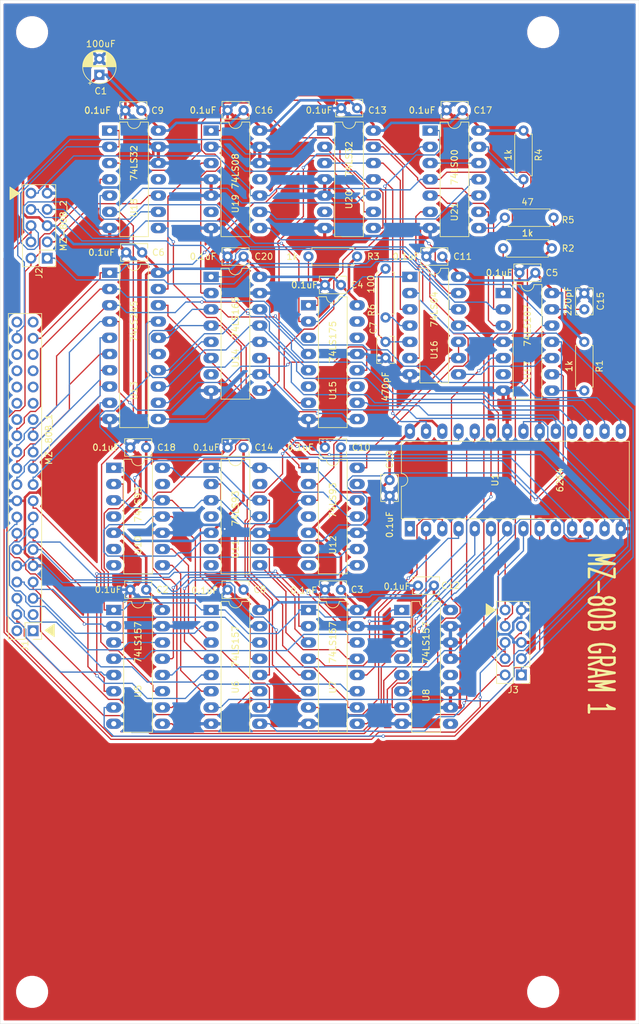
<source format=kicad_pcb>
(kicad_pcb (version 20171130) (host pcbnew "(5.1.9)-1")
  (layers (0 F.Cu signal) (31 B.Cu signal) (34 B.Paste user) (35 F.Paste user) (36 B.SilkS user hide) (37 F.SilkS user) (38 B.Mask user) (39 F.Mask user) (44 Edge.Cuts user))
  (net 0 "")
  (net 1 +5V)
  (net 2 GND)
  (net 3 "Net-(U1-Pad2)")
  (net 4 "Net-(U1-Pad12)")
  (net 5 "Net-(U1-Pad6)")
  (net 6 /D0)
  (net 7 /D1)
  (net 8 /D2)
  (net 9 /D3)
  (net 10 /D4)
  (net 11 /D5)
  (net 12 /D6)
  (net 13 /D7)
  (net 14 /A0)
  (net 15 /A8)
  (net 16 /A1)
  (net 17 /A9)
  (net 18 /A2)
  (net 19 /A10)
  (net 20 /A3)
  (net 21 /A11)
  (net 22 /A4)
  (net 23 /A12)
  (net 24 /A5)
  (net 25 /A6)
  (net 26 /A7)
  (net 27 /~RD)
  (net 28 /~WR)
  (net 29 "Net-(U1-Pad8)")
  (net 30 "Net-(C7-Pad1)")
  (net 31 "Net-(C15-Pad1)")
  (net 32 /~GOUT)
  (net 33 /~CSED)
  (net 34 /~IWR)
  (net 35 /~F4-F7)
  (net 36 /8M)
  (net 37 /~VBLK)
  (net 38 /1M)
  (net 39 /~HBLK)
  (net 40 "Net-(R1-Pad2)")
  (net 41 "Net-(R2-Pad2)")
  (net 42 "Net-(R3-Pad2)")
  (net 43 "Net-(U1-Pad15)")
  (net 44 "Net-(U1-Pad16)")
  (net 45 "Net-(U1-Pad3)")
  (net 46 "Net-(U1-Pad17)")
  (net 47 "Net-(U1-Pad4)")
  (net 48 "Net-(U1-Pad18)")
  (net 49 "Net-(U1-Pad5)")
  (net 50 "Net-(U1-Pad19)")
  (net 51 "Net-(U1-Pad7)")
  (net 52 "Net-(U1-Pad21)")
  (net 53 "Net-(U1-Pad9)")
  (net 54 "Net-(U1-Pad23)")
  (net 55 "Net-(U1-Pad10)")
  (net 56 "Net-(U1-Pad24)")
  (net 57 "Net-(U1-Pad11)")
  (net 58 "Net-(U1-Pad25)")
  (net 59 "Net-(U1-Pad13)")
  (net 60 "Net-(U1-Pad27)")
  (net 61 /G2)
  (net 62 /G0)
  (net 63 /G3)
  (net 64 /G1)
  (net 65 "Net-(U18-Pad6)")
  (net 66 /G10)
  (net 67 /G8)
  (net 68 /G11)
  (net 69 /G9)
  (net 70 /G5)
  (net 71 /G7)
  (net 72 /G4)
  (net 73 /G6)
  (net 74 /G12)
  (net 75 "Net-(U10-Pad2)")
  (net 76 "Net-(U12-Pad14)")
  (net 77 "Net-(U13-Pad19)")
  (net 78 "Net-(U14-Pad1)")
  (net 79 "Net-(U14-Pad9)")
  (net 80 "Net-(U14-Pad2)")
  (net 81 "Net-(U15-Pad9)")
  (net 82 "Net-(U15-Pad2)")
  (net 83 "Net-(U15-Pad7)")
  (net 84 "Net-(U16-Pad13)")
  (net 85 "Net-(U16-Pad6)")
  (net 86 "Net-(U16-Pad3)")
  (net 87 "Net-(U16-Pad8)")
  (net 88 "Net-(U17-Pad3)")
  (net 89 "Net-(U19-Pad1)")
  (net 90 "Net-(U21-Pad12)")
  (net 91 "Net-(R5-Pad1)")
  (net 92 "Net-(R6-Pad2)")
  (net 93 "Net-(U19-Pad9)")
  (net 94 /GI)
  (net 95 /GO)
  (net 96 /~GOUT2)
  (module MountingHole:MountingHole_4mm (layer F.Cu) (at 172.63 149.94)
    (fp_text reference MH2 hide)
    (fp_text value MountingHole_4mm)
    (pad 1 np_thru_hole circle (at 0 0) (size 4 4) (drill 4) (layers *.Cu *.Mask))
  )
  (module MountingHole:MountingHole_4mm (layer F.Cu) (at 172.63 -0.06)
    (fp_text reference MH3 hide)
    (fp_text value MountingHole_4mm)
    (pad 1 np_thru_hole circle (at 0 0) (size 4 4) (drill 4) (layers *.Cu *.Mask))
  )
  (module MountingHole:MountingHole_4mm (layer F.Cu) (at 92.63 -0.06)
    (fp_text reference MH4 hide)
    (fp_text value MountingHole_4mm)
    (pad 1 np_thru_hole circle (at 0 0) (size 4 4) (drill 4) (layers *.Cu *.Mask))
  )
  (module MountingHole:MountingHole_4mm (layer F.Cu) (at 92.63 149.94)
    (fp_text reference MH1 hide)
    (fp_text value MountingHole_4mm)
    (pad 1 np_thru_hole circle (at 0 0) (size 4 4) (drill 4) (layers *.Cu *.Mask))
  )
  (module Capacitor_THT:C_Rect_L4.0mm_W2.5mm_P2.50mm (layer F.Cu) (at 147.955 48.345 270)
    (fp_text reference C7 (at -2.159 1.905 90) (layer F.SilkS))
    (fp_text value 470pF (at 6.985 0 90) (layer F.SilkS))
    (pad 2 thru_hole circle (at 2.5 0 270) (size 1.6 1.6) (drill 0.8) (layers *.Cu *.Mask) (net 2 GND))
    (pad 1 thru_hole circle (at 0 0 270) (size 1.6 1.6) (drill 0.8) (layers *.Cu *.Mask) (net 30 "Net-(C7-Pad1)"))
  )
  (module Capacitor_THT:C_Rect_L4.0mm_W2.5mm_P2.50mm (layer F.Cu) (at 179.07 43.265 90)
    (fp_text reference C15 (at 1.27 2.54 90) (layer F.SilkS))
    (fp_text value 220pF (at 1.27 -2.54 90) (layer F.SilkS))
    (pad 1 thru_hole circle (at 0 0 90) (size 1.6 1.6) (drill 0.8) (layers *.Cu *.Mask) (net 31 "Net-(C15-Pad1)"))
    (pad 2 thru_hole circle (at 2.5 0 90) (size 1.6 1.6) (drill 0.8) (layers *.Cu *.Mask) (net 2 GND))
  )
  (module Resistor_THT:R_Axial_DIN0207_L6.3mm_D2.5mm_P7.62mm_Horizontal (layer F.Cu) (at 179.07 48.345 270)
    (fp_text reference R1 (at 3.81 -2.37 90) (layer F.SilkS))
    (fp_text value 1k (at 3.81 2.37 90) (layer F.SilkS))
    (pad 2 thru_hole oval (at 7.62 0 270) (size 1.6 1.6) (drill 0.8) (layers *.Cu *.Mask) (net 40 "Net-(R1-Pad2)"))
    (pad 1 thru_hole circle (at 0 0 270) (size 1.6 1.6) (drill 0.8) (layers *.Cu *.Mask) (net 1 +5V))
  )
  (module Resistor_THT:R_Axial_DIN0207_L6.3mm_D2.5mm_P7.62mm_Horizontal (layer F.Cu) (at 173.99 33.74 180)
    (fp_text reference R2 (at -2.54 0) (layer F.SilkS))
    (fp_text value 1k (at 3.81 2.37) (layer F.SilkS))
    (pad 1 thru_hole circle (at 0 0 180) (size 1.6 1.6) (drill 0.8) (layers *.Cu *.Mask) (net 1 +5V))
    (pad 2 thru_hole oval (at 7.62 0 180) (size 1.6 1.6) (drill 0.8) (layers *.Cu *.Mask) (net 41 "Net-(R2-Pad2)"))
  )
  (module Resistor_THT:R_Axial_DIN0207_L6.3mm_D2.5mm_P7.62mm_Horizontal (layer F.Cu) (at 143.51 35.01 180)
    (fp_text reference R3 (at -2.54 0) (layer F.SilkS))
    (fp_text value 1k (at 10.16 0) (layer F.SilkS))
    (pad 1 thru_hole circle (at 0 0 180) (size 1.6 1.6) (drill 0.8) (layers *.Cu *.Mask) (net 1 +5V))
    (pad 2 thru_hole oval (at 7.62 0 180) (size 1.6 1.6) (drill 0.8) (layers *.Cu *.Mask) (net 42 "Net-(R3-Pad2)"))
  )
  (module Resistor_THT:R_Axial_DIN0207_L6.3mm_D2.5mm_P7.62mm_Horizontal (layer F.Cu) (at 169.545 15.325 270)
    (fp_text reference R4 (at 3.81 -2.37 90) (layer F.SilkS))
    (fp_text value 1k (at 3.81 2.37 90) (layer F.SilkS))
    (pad 2 thru_hole oval (at 7.62 0 270) (size 1.6 1.6) (drill 0.8) (layers *.Cu *.Mask) (net 96 /~GOUT2))
    (pad 1 thru_hole circle (at 0 0 270) (size 1.6 1.6) (drill 0.8) (layers *.Cu *.Mask) (net 1 +5V))
  )
  (module Package_DIP:DIP-28_W15.24mm_LongPads (layer F.Cu) (at 151.765 77.555 90)
    (fp_text reference U1 (at 7.62 13.335 90) (layer F.SilkS))
    (fp_text value 6264 (at 7.62 23.495 90) (layer F.SilkS))
    (pad 28 thru_hole oval (at 15.24 0 90) (size 2.4 1.6) (drill 0.8) (layers *.Cu *.Mask) (net 1 +5V))
    (pad 14 thru_hole oval (at 0 33.02 90) (size 2.4 1.6) (drill 0.8) (layers *.Cu *.Mask) (net 2 GND))
    (pad 27 thru_hole oval (at 15.24 2.54 90) (size 2.4 1.6) (drill 0.8) (layers *.Cu *.Mask) (net 60 "Net-(U1-Pad27)"))
    (pad 13 thru_hole oval (at 0 30.48 90) (size 2.4 1.6) (drill 0.8) (layers *.Cu *.Mask) (net 59 "Net-(U1-Pad13)"))
    (pad 26 thru_hole oval (at 15.24 5.08 90) (size 2.4 1.6) (drill 0.8) (layers *.Cu *.Mask) (net 1 +5V))
    (pad 12 thru_hole oval (at 0 27.94 90) (size 2.4 1.6) (drill 0.8) (layers *.Cu *.Mask) (net 4 "Net-(U1-Pad12)"))
    (pad 25 thru_hole oval (at 15.24 7.62 90) (size 2.4 1.6) (drill 0.8) (layers *.Cu *.Mask) (net 58 "Net-(U1-Pad25)"))
    (pad 11 thru_hole oval (at 0 25.4 90) (size 2.4 1.6) (drill 0.8) (layers *.Cu *.Mask) (net 57 "Net-(U1-Pad11)"))
    (pad 24 thru_hole oval (at 15.24 10.16 90) (size 2.4 1.6) (drill 0.8) (layers *.Cu *.Mask) (net 56 "Net-(U1-Pad24)"))
    (pad 10 thru_hole oval (at 0 22.86 90) (size 2.4 1.6) (drill 0.8) (layers *.Cu *.Mask) (net 55 "Net-(U1-Pad10)"))
    (pad 23 thru_hole oval (at 15.24 12.7 90) (size 2.4 1.6) (drill 0.8) (layers *.Cu *.Mask) (net 54 "Net-(U1-Pad23)"))
    (pad 9 thru_hole oval (at 0 20.32 90) (size 2.4 1.6) (drill 0.8) (layers *.Cu *.Mask) (net 53 "Net-(U1-Pad9)"))
    (pad 22 thru_hole oval (at 15.24 15.24 90) (size 2.4 1.6) (drill 0.8) (layers *.Cu *.Mask) (net 2 GND))
    (pad 8 thru_hole oval (at 0 17.78 90) (size 2.4 1.6) (drill 0.8) (layers *.Cu *.Mask) (net 29 "Net-(U1-Pad8)"))
    (pad 21 thru_hole oval (at 15.24 17.78 90) (size 2.4 1.6) (drill 0.8) (layers *.Cu *.Mask) (net 52 "Net-(U1-Pad21)"))
    (pad 7 thru_hole oval (at 0 15.24 90) (size 2.4 1.6) (drill 0.8) (layers *.Cu *.Mask) (net 51 "Net-(U1-Pad7)"))
    (pad 20 thru_hole oval (at 15.24 20.32 90) (size 2.4 1.6) (drill 0.8) (layers *.Cu *.Mask) (net 2 GND))
    (pad 6 thru_hole oval (at 0 12.7 90) (size 2.4 1.6) (drill 0.8) (layers *.Cu *.Mask) (net 5 "Net-(U1-Pad6)"))
    (pad 19 thru_hole oval (at 15.24 22.86 90) (size 2.4 1.6) (drill 0.8) (layers *.Cu *.Mask) (net 50 "Net-(U1-Pad19)"))
    (pad 5 thru_hole oval (at 0 10.16 90) (size 2.4 1.6) (drill 0.8) (layers *.Cu *.Mask) (net 49 "Net-(U1-Pad5)"))
    (pad 18 thru_hole oval (at 15.24 25.4 90) (size 2.4 1.6) (drill 0.8) (layers *.Cu *.Mask) (net 48 "Net-(U1-Pad18)"))
    (pad 4 thru_hole oval (at 0 7.62 90) (size 2.4 1.6) (drill 0.8) (layers *.Cu *.Mask) (net 47 "Net-(U1-Pad4)"))
    (pad 17 thru_hole oval (at 15.24 27.94 90) (size 2.4 1.6) (drill 0.8) (layers *.Cu *.Mask) (net 46 "Net-(U1-Pad17)"))
    (pad 3 thru_hole oval (at 0 5.08 90) (size 2.4 1.6) (drill 0.8) (layers *.Cu *.Mask) (net 45 "Net-(U1-Pad3)"))
    (pad 16 thru_hole oval (at 15.24 30.48 90) (size 2.4 1.6) (drill 0.8) (layers *.Cu *.Mask) (net 44 "Net-(U1-Pad16)"))
    (pad 2 thru_hole oval (at 0 2.54 90) (size 2.4 1.6) (drill 0.8) (layers *.Cu *.Mask) (net 3 "Net-(U1-Pad2)"))
    (pad 15 thru_hole oval (at 15.24 33.02 90) (size 2.4 1.6) (drill 0.8) (layers *.Cu *.Mask) (net 43 "Net-(U1-Pad15)"))
    (pad 1 thru_hole rect (at 0 0 90) (size 2.4 1.6) (drill 0.8) (layers *.Cu *.Mask))
  )
  (module Package_DIP:DIP-16_W7.62mm_LongPads (layer F.Cu) (at 105.41 90.255)
    (fp_text reference U5 (at 3.81 12.7 90) (layer F.SilkS))
    (fp_text value 74LS157 (at 3.81 5.08 90) (layer F.SilkS))
    (pad 16 thru_hole oval (at 7.62 0) (size 2.4 1.6) (drill 0.8) (layers *.Cu *.Mask) (net 1 +5V))
    (pad 8 thru_hole oval (at 0 17.78) (size 2.4 1.6) (drill 0.8) (layers *.Cu *.Mask) (net 2 GND))
    (pad 15 thru_hole oval (at 7.62 2.54) (size 2.4 1.6) (drill 0.8) (layers *.Cu *.Mask) (net 2 GND))
    (pad 7 thru_hole oval (at 0 15.24) (size 2.4 1.6) (drill 0.8) (layers *.Cu *.Mask) (net 53 "Net-(U1-Pad9)"))
    (pad 14 thru_hole oval (at 7.62 5.08) (size 2.4 1.6) (drill 0.8) (layers *.Cu *.Mask) (net 18 /A2))
    (pad 6 thru_hole oval (at 0 12.7) (size 2.4 1.6) (drill 0.8) (layers *.Cu *.Mask) (net 64 /G1))
    (pad 13 thru_hole oval (at 7.62 7.62) (size 2.4 1.6) (drill 0.8) (layers *.Cu *.Mask) (net 61 /G2))
    (pad 5 thru_hole oval (at 0 10.16) (size 2.4 1.6) (drill 0.8) (layers *.Cu *.Mask) (net 16 /A1))
    (pad 12 thru_hole oval (at 7.62 10.16) (size 2.4 1.6) (drill 0.8) (layers *.Cu *.Mask) (net 29 "Net-(U1-Pad8)"))
    (pad 4 thru_hole oval (at 0 7.62) (size 2.4 1.6) (drill 0.8) (layers *.Cu *.Mask) (net 51 "Net-(U1-Pad7)"))
    (pad 11 thru_hole oval (at 7.62 12.7) (size 2.4 1.6) (drill 0.8) (layers *.Cu *.Mask) (net 14 /A0))
    (pad 3 thru_hole oval (at 0 5.08) (size 2.4 1.6) (drill 0.8) (layers *.Cu *.Mask) (net 63 /G3))
    (pad 10 thru_hole oval (at 7.62 15.24) (size 2.4 1.6) (drill 0.8) (layers *.Cu *.Mask) (net 62 /G0))
    (pad 2 thru_hole oval (at 0 2.54) (size 2.4 1.6) (drill 0.8) (layers *.Cu *.Mask) (net 20 /A3))
    (pad 9 thru_hole oval (at 7.62 17.78) (size 2.4 1.6) (drill 0.8) (layers *.Cu *.Mask) (net 55 "Net-(U1-Pad10)"))
    (pad 1 thru_hole rect (at 0 0) (size 2.4 1.6) (drill 0.8) (layers *.Cu *.Mask) (net 65 "Net-(U18-Pad6)"))
  )
  (module Package_DIP:DIP-16_W7.62mm_LongPads (layer F.Cu) (at 120.65 90.255)
    (fp_text reference U6 (at 3.81 12.065 90) (layer F.SilkS))
    (fp_text value 74LS157 (at 3.81 5.715 90) (layer F.SilkS))
    (pad 16 thru_hole oval (at 7.62 0) (size 2.4 1.6) (drill 0.8) (layers *.Cu *.Mask) (net 1 +5V))
    (pad 8 thru_hole oval (at 0 17.78) (size 2.4 1.6) (drill 0.8) (layers *.Cu *.Mask) (net 2 GND))
    (pad 15 thru_hole oval (at 7.62 2.54) (size 2.4 1.6) (drill 0.8) (layers *.Cu *.Mask) (net 2 GND))
    (pad 7 thru_hole oval (at 0 15.24) (size 2.4 1.6) (drill 0.8) (layers *.Cu *.Mask) (net 52 "Net-(U1-Pad21)"))
    (pad 14 thru_hole oval (at 7.62 5.08) (size 2.4 1.6) (drill 0.8) (layers *.Cu *.Mask) (net 15 /A8))
    (pad 6 thru_hole oval (at 0 12.7) (size 2.4 1.6) (drill 0.8) (layers *.Cu *.Mask) (net 66 /G10))
    (pad 13 thru_hole oval (at 7.62 7.62) (size 2.4 1.6) (drill 0.8) (layers *.Cu *.Mask) (net 67 /G8))
    (pad 5 thru_hole oval (at 0 10.16) (size 2.4 1.6) (drill 0.8) (layers *.Cu *.Mask) (net 19 /A10))
    (pad 12 thru_hole oval (at 7.62 10.16) (size 2.4 1.6) (drill 0.8) (layers *.Cu *.Mask) (net 58 "Net-(U1-Pad25)"))
    (pad 4 thru_hole oval (at 0 7.62) (size 2.4 1.6) (drill 0.8) (layers *.Cu *.Mask) (net 54 "Net-(U1-Pad23)"))
    (pad 11 thru_hole oval (at 7.62 12.7) (size 2.4 1.6) (drill 0.8) (layers *.Cu *.Mask) (net 17 /A9))
    (pad 3 thru_hole oval (at 0 5.08) (size 2.4 1.6) (drill 0.8) (layers *.Cu *.Mask) (net 68 /G11))
    (pad 10 thru_hole oval (at 7.62 15.24) (size 2.4 1.6) (drill 0.8) (layers *.Cu *.Mask) (net 69 /G9))
    (pad 2 thru_hole oval (at 0 2.54) (size 2.4 1.6) (drill 0.8) (layers *.Cu *.Mask) (net 21 /A11))
    (pad 9 thru_hole oval (at 7.62 17.78) (size 2.4 1.6) (drill 0.8) (layers *.Cu *.Mask) (net 56 "Net-(U1-Pad24)"))
    (pad 1 thru_hole rect (at 0 0) (size 2.4 1.6) (drill 0.8) (layers *.Cu *.Mask) (net 65 "Net-(U18-Pad6)"))
  )
  (module Package_DIP:DIP-16_W7.62mm_LongPads (layer F.Cu) (at 135.89 90.255)
    (fp_text reference U7 (at 3.81 12.065 90) (layer F.SilkS))
    (fp_text value 74LS157 (at 3.81 5.08 90) (layer F.SilkS))
    (pad 1 thru_hole rect (at 0 0) (size 2.4 1.6) (drill 0.8) (layers *.Cu *.Mask) (net 65 "Net-(U18-Pad6)"))
    (pad 9 thru_hole oval (at 7.62 17.78) (size 2.4 1.6) (drill 0.8) (layers *.Cu *.Mask) (net 5 "Net-(U1-Pad6)"))
    (pad 2 thru_hole oval (at 0 2.54) (size 2.4 1.6) (drill 0.8) (layers *.Cu *.Mask) (net 24 /A5))
    (pad 10 thru_hole oval (at 7.62 15.24) (size 2.4 1.6) (drill 0.8) (layers *.Cu *.Mask) (net 72 /G4))
    (pad 3 thru_hole oval (at 0 5.08) (size 2.4 1.6) (drill 0.8) (layers *.Cu *.Mask) (net 70 /G5))
    (pad 11 thru_hole oval (at 7.62 12.7) (size 2.4 1.6) (drill 0.8) (layers *.Cu *.Mask) (net 22 /A4))
    (pad 4 thru_hole oval (at 0 7.62) (size 2.4 1.6) (drill 0.8) (layers *.Cu *.Mask) (net 49 "Net-(U1-Pad5)"))
    (pad 12 thru_hole oval (at 7.62 10.16) (size 2.4 1.6) (drill 0.8) (layers *.Cu *.Mask) (net 47 "Net-(U1-Pad4)"))
    (pad 5 thru_hole oval (at 0 10.16) (size 2.4 1.6) (drill 0.8) (layers *.Cu *.Mask) (net 26 /A7))
    (pad 13 thru_hole oval (at 7.62 7.62) (size 2.4 1.6) (drill 0.8) (layers *.Cu *.Mask) (net 73 /G6))
    (pad 6 thru_hole oval (at 0 12.7) (size 2.4 1.6) (drill 0.8) (layers *.Cu *.Mask) (net 71 /G7))
    (pad 14 thru_hole oval (at 7.62 5.08) (size 2.4 1.6) (drill 0.8) (layers *.Cu *.Mask) (net 25 /A6))
    (pad 7 thru_hole oval (at 0 15.24) (size 2.4 1.6) (drill 0.8) (layers *.Cu *.Mask) (net 45 "Net-(U1-Pad3)"))
    (pad 15 thru_hole oval (at 7.62 2.54) (size 2.4 1.6) (drill 0.8) (layers *.Cu *.Mask) (net 2 GND))
    (pad 8 thru_hole oval (at 0 17.78) (size 2.4 1.6) (drill 0.8) (layers *.Cu *.Mask) (net 2 GND))
    (pad 16 thru_hole oval (at 7.62 0) (size 2.4 1.6) (drill 0.8) (layers *.Cu *.Mask) (net 1 +5V))
  )
  (module Package_DIP:DIP-16_W7.62mm_LongPads (layer F.Cu) (at 150.495 90.255)
    (fp_text reference U8 (at 3.81 13.335 90) (layer F.SilkS))
    (fp_text value 74LS157 (at 3.81 5.08 90) (layer F.SilkS))
    (pad 1 thru_hole rect (at 0 0) (size 2.4 1.6) (drill 0.8) (layers *.Cu *.Mask) (net 65 "Net-(U18-Pad6)"))
    (pad 9 thru_hole oval (at 7.62 17.78) (size 2.4 1.6) (drill 0.8) (layers *.Cu *.Mask))
    (pad 2 thru_hole oval (at 0 2.54) (size 2.4 1.6) (drill 0.8) (layers *.Cu *.Mask) (net 2 GND))
    (pad 10 thru_hole oval (at 7.62 15.24) (size 2.4 1.6) (drill 0.8) (layers *.Cu *.Mask) (net 2 GND))
    (pad 3 thru_hole oval (at 0 5.08) (size 2.4 1.6) (drill 0.8) (layers *.Cu *.Mask) (net 2 GND))
    (pad 11 thru_hole oval (at 7.62 12.7) (size 2.4 1.6) (drill 0.8) (layers *.Cu *.Mask) (net 2 GND))
    (pad 4 thru_hole oval (at 0 7.62) (size 2.4 1.6) (drill 0.8) (layers *.Cu *.Mask))
    (pad 12 thru_hole oval (at 7.62 10.16) (size 2.4 1.6) (drill 0.8) (layers *.Cu *.Mask))
    (pad 5 thru_hole oval (at 0 10.16) (size 2.4 1.6) (drill 0.8) (layers *.Cu *.Mask) (net 23 /A12))
    (pad 13 thru_hole oval (at 7.62 7.62) (size 2.4 1.6) (drill 0.8) (layers *.Cu *.Mask) (net 2 GND))
    (pad 6 thru_hole oval (at 0 12.7) (size 2.4 1.6) (drill 0.8) (layers *.Cu *.Mask) (net 74 /G12))
    (pad 14 thru_hole oval (at 7.62 5.08) (size 2.4 1.6) (drill 0.8) (layers *.Cu *.Mask) (net 2 GND))
    (pad 7 thru_hole oval (at 0 15.24) (size 2.4 1.6) (drill 0.8) (layers *.Cu *.Mask) (net 3 "Net-(U1-Pad2)"))
    (pad 15 thru_hole oval (at 7.62 2.54) (size 2.4 1.6) (drill 0.8) (layers *.Cu *.Mask) (net 2 GND))
    (pad 8 thru_hole oval (at 0 17.78) (size 2.4 1.6) (drill 0.8) (layers *.Cu *.Mask) (net 2 GND))
    (pad 16 thru_hole oval (at 7.62 0) (size 2.4 1.6) (drill 0.8) (layers *.Cu *.Mask) (net 1 +5V))
  )
  (module Package_DIP:DIP-14_W7.62mm_LongPads (layer F.Cu) (at 105.41 68.03)
    (fp_text reference U10 (at 3.81 12.065 90) (layer F.SilkS))
    (fp_text value 74LS93 (at 3.81 5.715 90) (layer F.SilkS))
    (pad 14 thru_hole oval (at 7.62 0) (size 2.4 1.6) (drill 0.8) (layers *.Cu *.Mask) (net 71 /G7))
    (pad 7 thru_hole oval (at 0 15.24) (size 2.4 1.6) (drill 0.8) (layers *.Cu *.Mask))
    (pad 13 thru_hole oval (at 7.62 2.54) (size 2.4 1.6) (drill 0.8) (layers *.Cu *.Mask))
    (pad 6 thru_hole oval (at 0 12.7) (size 2.4 1.6) (drill 0.8) (layers *.Cu *.Mask))
    (pad 12 thru_hole oval (at 7.62 5.08) (size 2.4 1.6) (drill 0.8) (layers *.Cu *.Mask) (net 67 /G8))
    (pad 5 thru_hole oval (at 0 10.16) (size 2.4 1.6) (drill 0.8) (layers *.Cu *.Mask) (net 1 +5V))
    (pad 11 thru_hole oval (at 7.62 7.62) (size 2.4 1.6) (drill 0.8) (layers *.Cu *.Mask) (net 68 /G11))
    (pad 4 thru_hole oval (at 0 7.62) (size 2.4 1.6) (drill 0.8) (layers *.Cu *.Mask))
    (pad 10 thru_hole oval (at 7.62 10.16) (size 2.4 1.6) (drill 0.8) (layers *.Cu *.Mask) (net 2 GND))
    (pad 3 thru_hole oval (at 0 5.08) (size 2.4 1.6) (drill 0.8) (layers *.Cu *.Mask) (net 75 "Net-(U10-Pad2)"))
    (pad 9 thru_hole oval (at 7.62 12.7) (size 2.4 1.6) (drill 0.8) (layers *.Cu *.Mask) (net 69 /G9))
    (pad 2 thru_hole oval (at 0 2.54) (size 2.4 1.6) (drill 0.8) (layers *.Cu *.Mask) (net 75 "Net-(U10-Pad2)"))
    (pad 8 thru_hole oval (at 7.62 15.24) (size 2.4 1.6) (drill 0.8) (layers *.Cu *.Mask) (net 66 /G10))
    (pad 1 thru_hole rect (at 0 0) (size 2.4 1.6) (drill 0.8) (layers *.Cu *.Mask) (net 67 /G8))
  )
  (module Package_DIP:DIP-14_W7.62mm_LongPads (layer F.Cu) (at 120.65 68.03)
    (fp_text reference U11 (at 3.81 12.7 90) (layer F.SilkS))
    (fp_text value 74LS93 (at 3.81 6.35 90) (layer F.SilkS))
    (pad 1 thru_hole rect (at 0 0) (size 2.4 1.6) (drill 0.8) (layers *.Cu *.Mask) (net 72 /G4))
    (pad 8 thru_hole oval (at 7.62 15.24) (size 2.4 1.6) (drill 0.8) (layers *.Cu *.Mask) (net 73 /G6))
    (pad 2 thru_hole oval (at 0 2.54) (size 2.4 1.6) (drill 0.8) (layers *.Cu *.Mask) (net 75 "Net-(U10-Pad2)"))
    (pad 9 thru_hole oval (at 7.62 12.7) (size 2.4 1.6) (drill 0.8) (layers *.Cu *.Mask) (net 70 /G5))
    (pad 3 thru_hole oval (at 0 5.08) (size 2.4 1.6) (drill 0.8) (layers *.Cu *.Mask) (net 75 "Net-(U10-Pad2)"))
    (pad 10 thru_hole oval (at 7.62 10.16) (size 2.4 1.6) (drill 0.8) (layers *.Cu *.Mask) (net 2 GND))
    (pad 4 thru_hole oval (at 0 7.62) (size 2.4 1.6) (drill 0.8) (layers *.Cu *.Mask))
    (pad 11 thru_hole oval (at 7.62 7.62) (size 2.4 1.6) (drill 0.8) (layers *.Cu *.Mask) (net 71 /G7))
    (pad 5 thru_hole oval (at 0 10.16) (size 2.4 1.6) (drill 0.8) (layers *.Cu *.Mask) (net 1 +5V))
    (pad 12 thru_hole oval (at 7.62 5.08) (size 2.4 1.6) (drill 0.8) (layers *.Cu *.Mask) (net 72 /G4))
    (pad 6 thru_hole oval (at 0 12.7) (size 2.4 1.6) (drill 0.8) (layers *.Cu *.Mask))
    (pad 13 thru_hole oval (at 7.62 2.54) (size 2.4 1.6) (drill 0.8) (layers *.Cu *.Mask))
    (pad 7 thru_hole oval (at 0 15.24) (size 2.4 1.6) (drill 0.8) (layers *.Cu *.Mask))
    (pad 14 thru_hole oval (at 7.62 0) (size 2.4 1.6) (drill 0.8) (layers *.Cu *.Mask) (net 63 /G3))
  )
  (module Package_DIP:DIP-14_W7.62mm_LongPads (layer F.Cu) (at 135.89 68.03)
    (fp_text reference U12 (at 3.81 12.065 90) (layer F.SilkS))
    (fp_text value 74LS93 (at 3.81 5.08 90) (layer F.SilkS))
    (pad 14 thru_hole oval (at 7.62 0) (size 2.4 1.6) (drill 0.8) (layers *.Cu *.Mask) (net 76 "Net-(U12-Pad14)"))
    (pad 7 thru_hole oval (at 0 15.24) (size 2.4 1.6) (drill 0.8) (layers *.Cu *.Mask))
    (pad 13 thru_hole oval (at 7.62 2.54) (size 2.4 1.6) (drill 0.8) (layers *.Cu *.Mask))
    (pad 6 thru_hole oval (at 0 12.7) (size 2.4 1.6) (drill 0.8) (layers *.Cu *.Mask))
    (pad 12 thru_hole oval (at 7.62 5.08) (size 2.4 1.6) (drill 0.8) (layers *.Cu *.Mask) (net 62 /G0))
    (pad 5 thru_hole oval (at 0 10.16) (size 2.4 1.6) (drill 0.8) (layers *.Cu *.Mask) (net 1 +5V))
    (pad 11 thru_hole oval (at 7.62 7.62) (size 2.4 1.6) (drill 0.8) (layers *.Cu *.Mask) (net 63 /G3))
    (pad 4 thru_hole oval (at 0 7.62) (size 2.4 1.6) (drill 0.8) (layers *.Cu *.Mask))
    (pad 10 thru_hole oval (at 7.62 10.16) (size 2.4 1.6) (drill 0.8) (layers *.Cu *.Mask) (net 2 GND))
    (pad 3 thru_hole oval (at 0 5.08) (size 2.4 1.6) (drill 0.8) (layers *.Cu *.Mask) (net 75 "Net-(U10-Pad2)"))
    (pad 9 thru_hole oval (at 7.62 12.7) (size 2.4 1.6) (drill 0.8) (layers *.Cu *.Mask) (net 64 /G1))
    (pad 2 thru_hole oval (at 0 2.54) (size 2.4 1.6) (drill 0.8) (layers *.Cu *.Mask) (net 75 "Net-(U10-Pad2)"))
    (pad 8 thru_hole oval (at 7.62 15.24) (size 2.4 1.6) (drill 0.8) (layers *.Cu *.Mask) (net 61 /G2))
    (pad 1 thru_hole rect (at 0 0) (size 2.4 1.6) (drill 0.8) (layers *.Cu *.Mask) (net 62 /G0))
  )
  (module Package_DIP:DIP-20_W7.62mm_LongPads (layer F.Cu) (at 104.775 37.55)
    (fp_text reference U13 (at 3.81 18.415 90) (layer F.SilkS))
    (fp_text value 74LS245 (at 3.81 7.62 90) (layer F.SilkS))
    (pad 20 thru_hole oval (at 7.62 0) (size 2.4 1.6) (drill 0.8) (layers *.Cu *.Mask) (net 1 +5V))
    (pad 10 thru_hole oval (at 0 22.86) (size 2.4 1.6) (drill 0.8) (layers *.Cu *.Mask) (net 2 GND))
    (pad 19 thru_hole oval (at 7.62 2.54) (size 2.4 1.6) (drill 0.8) (layers *.Cu *.Mask) (net 77 "Net-(U13-Pad19)"))
    (pad 9 thru_hole oval (at 0 20.32) (size 2.4 1.6) (drill 0.8) (layers *.Cu *.Mask) (net 13 /D7))
    (pad 18 thru_hole oval (at 7.62 5.08) (size 2.4 1.6) (drill 0.8) (layers *.Cu *.Mask) (net 57 "Net-(U1-Pad11)"))
    (pad 8 thru_hole oval (at 0 17.78) (size 2.4 1.6) (drill 0.8) (layers *.Cu *.Mask) (net 12 /D6))
    (pad 17 thru_hole oval (at 7.62 7.62) (size 2.4 1.6) (drill 0.8) (layers *.Cu *.Mask) (net 4 "Net-(U1-Pad12)"))
    (pad 7 thru_hole oval (at 0 15.24) (size 2.4 1.6) (drill 0.8) (layers *.Cu *.Mask) (net 11 /D5))
    (pad 16 thru_hole oval (at 7.62 10.16) (size 2.4 1.6) (drill 0.8) (layers *.Cu *.Mask) (net 59 "Net-(U1-Pad13)"))
    (pad 6 thru_hole oval (at 0 12.7) (size 2.4 1.6) (drill 0.8) (layers *.Cu *.Mask) (net 10 /D4))
    (pad 15 thru_hole oval (at 7.62 12.7) (size 2.4 1.6) (drill 0.8) (layers *.Cu *.Mask) (net 43 "Net-(U1-Pad15)"))
    (pad 5 thru_hole oval (at 0 10.16) (size 2.4 1.6) (drill 0.8) (layers *.Cu *.Mask) (net 9 /D3))
    (pad 14 thru_hole oval (at 7.62 15.24) (size 2.4 1.6) (drill 0.8) (layers *.Cu *.Mask) (net 44 "Net-(U1-Pad16)"))
    (pad 4 thru_hole oval (at 0 7.62) (size 2.4 1.6) (drill 0.8) (layers *.Cu *.Mask) (net 8 /D2))
    (pad 13 thru_hole oval (at 7.62 17.78) (size 2.4 1.6) (drill 0.8) (layers *.Cu *.Mask) (net 46 "Net-(U1-Pad17)"))
    (pad 3 thru_hole oval (at 0 5.08) (size 2.4 1.6) (drill 0.8) (layers *.Cu *.Mask) (net 7 /D1))
    (pad 12 thru_hole oval (at 7.62 20.32) (size 2.4 1.6) (drill 0.8) (layers *.Cu *.Mask) (net 48 "Net-(U1-Pad18)"))
    (pad 2 thru_hole oval (at 0 2.54) (size 2.4 1.6) (drill 0.8) (layers *.Cu *.Mask) (net 6 /D0))
    (pad 11 thru_hole oval (at 7.62 22.86) (size 2.4 1.6) (drill 0.8) (layers *.Cu *.Mask) (net 50 "Net-(U1-Pad19)"))
    (pad 1 thru_hole rect (at 0 0) (size 2.4 1.6) (drill 0.8) (layers *.Cu *.Mask) (net 27 /~RD))
  )
  (module Package_DIP:DIP-14_W7.62mm_LongPads (layer F.Cu) (at 151.765 38.185)
    (fp_text reference U16 (at 3.81 11.43 90) (layer F.SilkS))
    (fp_text value 74LS04 (at 3.81 5.08 90) (layer F.SilkS))
    (pad 14 thru_hole oval (at 7.62 0) (size 2.4 1.6) (drill 0.8) (layers *.Cu *.Mask) (net 1 +5V))
    (pad 7 thru_hole oval (at 0 15.24) (size 2.4 1.6) (drill 0.8) (layers *.Cu *.Mask) (net 2 GND))
    (pad 13 thru_hole oval (at 7.62 2.54) (size 2.4 1.6) (drill 0.8) (layers *.Cu *.Mask) (net 84 "Net-(U16-Pad13)"))
    (pad 6 thru_hole oval (at 0 12.7) (size 2.4 1.6) (drill 0.8) (layers *.Cu *.Mask) (net 85 "Net-(U16-Pad6)"))
    (pad 12 thru_hole oval (at 7.62 5.08) (size 2.4 1.6) (drill 0.8) (layers *.Cu *.Mask) (net 32 /~GOUT))
    (pad 5 thru_hole oval (at 0 10.16) (size 2.4 1.6) (drill 0.8) (layers *.Cu *.Mask) (net 30 "Net-(C7-Pad1)"))
    (pad 11 thru_hole oval (at 7.62 7.62) (size 2.4 1.6) (drill 0.8) (layers *.Cu *.Mask) (net 37 /~VBLK))
    (pad 4 thru_hole oval (at 0 7.62) (size 2.4 1.6) (drill 0.8) (layers *.Cu *.Mask) (net 92 "Net-(R6-Pad2)"))
    (pad 10 thru_hole oval (at 7.62 10.16) (size 2.4 1.6) (drill 0.8) (layers *.Cu *.Mask) (net 75 "Net-(U10-Pad2)"))
    (pad 3 thru_hole oval (at 0 5.08) (size 2.4 1.6) (drill 0.8) (layers *.Cu *.Mask) (net 86 "Net-(U16-Pad3)"))
    (pad 9 thru_hole oval (at 7.62 12.7) (size 2.4 1.6) (drill 0.8) (layers *.Cu *.Mask) (net 75 "Net-(U10-Pad2)"))
    (pad 2 thru_hole oval (at 0 2.54) (size 2.4 1.6) (drill 0.8) (layers *.Cu *.Mask) (net 94 /GI))
    (pad 8 thru_hole oval (at 7.62 15.24) (size 2.4 1.6) (drill 0.8) (layers *.Cu *.Mask) (net 87 "Net-(U16-Pad8)"))
    (pad 1 thru_hole rect (at 0 0) (size 2.4 1.6) (drill 0.8) (layers *.Cu *.Mask) (net 82 "Net-(U15-Pad2)"))
  )
  (module Package_DIP:DIP-14_W7.62mm_LongPads (layer F.Cu) (at 166.37 40.725)
    (fp_text reference U17 (at 3.81 12.065 90) (layer F.SilkS))
    (fp_text value 74LS107 (at 3.81 5.08 90) (layer F.SilkS))
    (pad 14 thru_hole oval (at 7.62 0) (size 2.4 1.6) (drill 0.8) (layers *.Cu *.Mask) (net 1 +5V))
    (pad 7 thru_hole oval (at 0 15.24) (size 2.4 1.6) (drill 0.8) (layers *.Cu *.Mask) (net 2 GND))
    (pad 13 thru_hole oval (at 7.62 2.54) (size 2.4 1.6) (drill 0.8) (layers *.Cu *.Mask) (net 31 "Net-(C15-Pad1)"))
    (pad 6 thru_hole oval (at 0 12.7) (size 2.4 1.6) (drill 0.8) (layers *.Cu *.Mask))
    (pad 12 thru_hole oval (at 7.62 5.08) (size 2.4 1.6) (drill 0.8) (layers *.Cu *.Mask) (net 38 /1M))
    (pad 5 thru_hole oval (at 0 10.16) (size 2.4 1.6) (drill 0.8) (layers *.Cu *.Mask) (net 74 /G12))
    (pad 11 thru_hole oval (at 7.62 7.62) (size 2.4 1.6) (drill 0.8) (layers *.Cu *.Mask) (net 40 "Net-(R1-Pad2)"))
    (pad 4 thru_hole oval (at 0 7.62) (size 2.4 1.6) (drill 0.8) (layers *.Cu *.Mask) (net 2 GND))
    (pad 10 thru_hole oval (at 7.62 10.16) (size 2.4 1.6) (drill 0.8) (layers *.Cu *.Mask) (net 87 "Net-(U16-Pad8)"))
    (pad 3 thru_hole oval (at 0 5.08) (size 2.4 1.6) (drill 0.8) (layers *.Cu *.Mask) (net 88 "Net-(U17-Pad3)"))
    (pad 9 thru_hole oval (at 7.62 12.7) (size 2.4 1.6) (drill 0.8) (layers *.Cu *.Mask) (net 68 /G11))
    (pad 2 thru_hole oval (at 0 2.54) (size 2.4 1.6) (drill 0.8) (layers *.Cu *.Mask) (net 78 "Net-(U14-Pad1)"))
    (pad 8 thru_hole oval (at 7.62 15.24) (size 2.4 1.6) (drill 0.8) (layers *.Cu *.Mask) (net 40 "Net-(R1-Pad2)"))
    (pad 1 thru_hole rect (at 0 0) (size 2.4 1.6) (drill 0.8) (layers *.Cu *.Mask) (net 41 "Net-(R2-Pad2)"))
  )
  (module Package_DIP:DIP-14_W7.62mm_LongPads (layer F.Cu) (at 104.775 15.325)
    (fp_text reference U18 (at 3.81 12.065 90) (layer F.SilkS))
    (fp_text value 74LS32 (at 3.81 5.08 90) (layer F.SilkS))
    (pad 14 thru_hole oval (at 7.62 0) (size 2.4 1.6) (drill 0.8) (layers *.Cu *.Mask) (net 1 +5V))
    (pad 7 thru_hole oval (at 0 15.24) (size 2.4 1.6) (drill 0.8) (layers *.Cu *.Mask) (net 2 GND))
    (pad 13 thru_hole oval (at 7.62 2.54) (size 2.4 1.6) (drill 0.8) (layers *.Cu *.Mask) (net 2 GND))
    (pad 6 thru_hole oval (at 0 12.7) (size 2.4 1.6) (drill 0.8) (layers *.Cu *.Mask) (net 65 "Net-(U18-Pad6)"))
    (pad 12 thru_hole oval (at 7.62 5.08) (size 2.4 1.6) (drill 0.8) (layers *.Cu *.Mask) (net 2 GND))
    (pad 5 thru_hole oval (at 0 10.16) (size 2.4 1.6) (drill 0.8) (layers *.Cu *.Mask) (net 82 "Net-(U15-Pad2)"))
    (pad 11 thru_hole oval (at 7.62 7.62) (size 2.4 1.6) (drill 0.8) (layers *.Cu *.Mask))
    (pad 4 thru_hole oval (at 0 7.62) (size 2.4 1.6) (drill 0.8) (layers *.Cu *.Mask) (net 33 /~CSED))
    (pad 10 thru_hole oval (at 7.62 10.16) (size 2.4 1.6) (drill 0.8) (layers *.Cu *.Mask) (net 34 /~IWR))
    (pad 3 thru_hole oval (at 0 5.08) (size 2.4 1.6) (drill 0.8) (layers *.Cu *.Mask) (net 80 "Net-(U14-Pad2)"))
    (pad 9 thru_hole oval (at 7.62 12.7) (size 2.4 1.6) (drill 0.8) (layers *.Cu *.Mask) (net 35 /~F4-F7))
    (pad 2 thru_hole oval (at 0 2.54) (size 2.4 1.6) (drill 0.8) (layers *.Cu *.Mask) (net 36 /8M))
    (pad 8 thru_hole oval (at 7.62 15.24) (size 2.4 1.6) (drill 0.8) (layers *.Cu *.Mask) (net 81 "Net-(U15-Pad9)"))
    (pad 1 thru_hole rect (at 0 0) (size 2.4 1.6) (drill 0.8) (layers *.Cu *.Mask) (net 36 /8M))
  )
  (module Package_DIP:DIP-14_W7.62mm_LongPads (layer F.Cu) (at 120.65 15.325)
    (fp_text reference U19 (at 3.81 11.43 90) (layer F.SilkS))
    (fp_text value 74LS08 (at 3.81 6.35 90) (layer F.SilkS))
    (pad 1 thru_hole rect (at 0 0) (size 2.4 1.6) (drill 0.8) (layers *.Cu *.Mask) (net 89 "Net-(U19-Pad1)"))
    (pad 8 thru_hole oval (at 7.62 15.24) (size 2.4 1.6) (drill 0.8) (layers *.Cu *.Mask) (net 84 "Net-(U16-Pad13)"))
    (pad 2 thru_hole oval (at 0 2.54) (size 2.4 1.6) (drill 0.8) (layers *.Cu *.Mask) (net 60 "Net-(U1-Pad27)"))
    (pad 9 thru_hole oval (at 7.62 12.7) (size 2.4 1.6) (drill 0.8) (layers *.Cu *.Mask) (net 93 "Net-(U19-Pad9)"))
    (pad 3 thru_hole oval (at 0 5.08) (size 2.4 1.6) (drill 0.8) (layers *.Cu *.Mask) (net 77 "Net-(U13-Pad19)"))
    (pad 10 thru_hole oval (at 7.62 10.16) (size 2.4 1.6) (drill 0.8) (layers *.Cu *.Mask) (net 39 /~HBLK))
    (pad 4 thru_hole oval (at 0 7.62) (size 2.4 1.6) (drill 0.8) (layers *.Cu *.Mask) (net 2 GND))
    (pad 11 thru_hole oval (at 7.62 7.62) (size 2.4 1.6) (drill 0.8) (layers *.Cu *.Mask))
    (pad 5 thru_hole oval (at 0 10.16) (size 2.4 1.6) (drill 0.8) (layers *.Cu *.Mask) (net 2 GND))
    (pad 12 thru_hole oval (at 7.62 5.08) (size 2.4 1.6) (drill 0.8) (layers *.Cu *.Mask) (net 2 GND))
    (pad 6 thru_hole oval (at 0 12.7) (size 2.4 1.6) (drill 0.8) (layers *.Cu *.Mask))
    (pad 13 thru_hole oval (at 7.62 2.54) (size 2.4 1.6) (drill 0.8) (layers *.Cu *.Mask) (net 2 GND))
    (pad 7 thru_hole oval (at 0 15.24) (size 2.4 1.6) (drill 0.8) (layers *.Cu *.Mask) (net 2 GND))
    (pad 14 thru_hole oval (at 7.62 0) (size 2.4 1.6) (drill 0.8) (layers *.Cu *.Mask) (net 1 +5V))
  )
  (module Package_DIP:DIP-14_W7.62mm_LongPads (layer F.Cu) (at 138.43 15.325)
    (fp_text reference U20 (at 3.81 10.795 90) (layer F.SilkS))
    (fp_text value 74LS32 (at 3.81 4.445 90) (layer F.SilkS))
    (pad 1 thru_hole rect (at 0 0) (size 2.4 1.6) (drill 0.8) (layers *.Cu *.Mask) (net 28 /~WR))
    (pad 8 thru_hole oval (at 7.62 15.24) (size 2.4 1.6) (drill 0.8) (layers *.Cu *.Mask) (net 89 "Net-(U19-Pad1)"))
    (pad 2 thru_hole oval (at 0 2.54) (size 2.4 1.6) (drill 0.8) (layers *.Cu *.Mask) (net 65 "Net-(U18-Pad6)"))
    (pad 9 thru_hole oval (at 7.62 12.7) (size 2.4 1.6) (drill 0.8) (layers *.Cu *.Mask) (net 27 /~RD))
    (pad 3 thru_hole oval (at 0 5.08) (size 2.4 1.6) (drill 0.8) (layers *.Cu *.Mask) (net 86 "Net-(U16-Pad3)"))
    (pad 10 thru_hole oval (at 7.62 10.16) (size 2.4 1.6) (drill 0.8) (layers *.Cu *.Mask) (net 65 "Net-(U18-Pad6)"))
    (pad 4 thru_hole oval (at 0 7.62) (size 2.4 1.6) (drill 0.8) (layers *.Cu *.Mask) (net 2 GND))
    (pad 11 thru_hole oval (at 7.62 7.62) (size 2.4 1.6) (drill 0.8) (layers *.Cu *.Mask) (net 60 "Net-(U1-Pad27)"))
    (pad 5 thru_hole oval (at 0 10.16) (size 2.4 1.6) (drill 0.8) (layers *.Cu *.Mask) (net 2 GND))
    (pad 12 thru_hole oval (at 7.62 5.08) (size 2.4 1.6) (drill 0.8) (layers *.Cu *.Mask) (net 86 "Net-(U16-Pad3)"))
    (pad 6 thru_hole oval (at 0 12.7) (size 2.4 1.6) (drill 0.8) (layers *.Cu *.Mask))
    (pad 13 thru_hole oval (at 7.62 2.54) (size 2.4 1.6) (drill 0.8) (layers *.Cu *.Mask) (net 85 "Net-(U16-Pad6)"))
    (pad 7 thru_hole oval (at 0 15.24) (size 2.4 1.6) (drill 0.8) (layers *.Cu *.Mask) (net 2 GND))
    (pad 14 thru_hole oval (at 7.62 0) (size 2.4 1.6) (drill 0.8) (layers *.Cu *.Mask) (net 1 +5V))
  )
  (module Package_DIP:DIP-14_W7.62mm_LongPads (layer F.Cu) (at 154.94 15.325)
    (fp_text reference U21 (at 3.81 12.7 90) (layer F.SilkS))
    (fp_text value 74LS00 (at 3.81 5.715 90) (layer F.SilkS))
    (pad 1 thru_hole rect (at 0 0) (size 2.4 1.6) (drill 0.8) (layers *.Cu *.Mask) (net 83 "Net-(U15-Pad7)"))
    (pad 8 thru_hole oval (at 7.62 15.24) (size 2.4 1.6) (drill 0.8) (layers *.Cu *.Mask) (net 91 "Net-(R5-Pad1)"))
    (pad 2 thru_hole oval (at 0 2.54) (size 2.4 1.6) (drill 0.8) (layers *.Cu *.Mask) (net 79 "Net-(U14-Pad9)"))
    (pad 9 thru_hole oval (at 7.62 12.7) (size 2.4 1.6) (drill 0.8) (layers *.Cu *.Mask) (net 88 "Net-(U17-Pad3)"))
    (pad 3 thru_hole oval (at 0 5.08) (size 2.4 1.6) (drill 0.8) (layers *.Cu *.Mask) (net 90 "Net-(U21-Pad12)"))
    (pad 10 thru_hole oval (at 7.62 10.16) (size 2.4 1.6) (drill 0.8) (layers *.Cu *.Mask) (net 80 "Net-(U14-Pad2)"))
    (pad 4 thru_hole oval (at 0 7.62) (size 2.4 1.6) (drill 0.8) (layers *.Cu *.Mask) (net 39 /~HBLK))
    (pad 11 thru_hole oval (at 7.62 7.62) (size 2.4 1.6) (drill 0.8) (layers *.Cu *.Mask) (net 93 "Net-(U19-Pad9)"))
    (pad 5 thru_hole oval (at 0 10.16) (size 2.4 1.6) (drill 0.8) (layers *.Cu *.Mask) (net 78 "Net-(U14-Pad1)"))
    (pad 12 thru_hole oval (at 7.62 5.08) (size 2.4 1.6) (drill 0.8) (layers *.Cu *.Mask) (net 90 "Net-(U21-Pad12)"))
    (pad 6 thru_hole oval (at 0 12.7) (size 2.4 1.6) (drill 0.8) (layers *.Cu *.Mask) (net 76 "Net-(U12-Pad14)"))
    (pad 13 thru_hole oval (at 7.62 2.54) (size 2.4 1.6) (drill 0.8) (layers *.Cu *.Mask) (net 96 /~GOUT2))
    (pad 7 thru_hole oval (at 0 15.24) (size 2.4 1.6) (drill 0.8) (layers *.Cu *.Mask) (net 2 GND))
    (pad 14 thru_hole oval (at 7.62 0) (size 2.4 1.6) (drill 0.8) (layers *.Cu *.Mask) (net 1 +5V))
  )
  (module Capacitor_THT:C_Rect_L4.0mm_W2.5mm_P2.50mm (layer F.Cu) (at 110.49 87.08 180)
    (fp_text reference C2 (at -2.54 0) (layer F.SilkS))
    (fp_text value 0.1uF)
    (pad 2 thru_hole circle (at 2.5 0 180) (size 1.6 1.6) (drill 0.8) (layers *.Cu *.Mask) (net 2 GND))
    (pad 1 thru_hole circle (at 0 0 180) (size 1.6 1.6) (drill 0.8) (layers *.Cu *.Mask) (net 1 +5V))
  )
  (module Capacitor_THT:C_Rect_L4.0mm_W2.5mm_P2.50mm (layer F.Cu) (at 140.97 87.08 180)
    (fp_text reference C3 (at -2.54 0) (layer F.SilkS))
    (fp_text value 0.1uF)
    (pad 1 thru_hole circle (at 0 0 180) (size 1.6 1.6) (drill 0.8) (layers *.Cu *.Mask) (net 1 +5V))
    (pad 2 thru_hole circle (at 2.5 0 180) (size 1.6 1.6) (drill 0.8) (layers *.Cu *.Mask) (net 2 GND))
  )
  (module Capacitor_THT:C_Rect_L4.0mm_W2.5mm_P2.50mm (layer F.Cu) (at 140.97 39.455 180)
    (fp_text reference C4 (at -2.54 0) (layer F.SilkS))
    (fp_text value 0.1uF (at 5.715 0) (layer F.SilkS))
    (pad 1 thru_hole circle (at 0 0 180) (size 1.6 1.6) (drill 0.8) (layers *.Cu *.Mask) (net 1 +5V))
    (pad 2 thru_hole circle (at 2.5 0 180) (size 1.6 1.6) (drill 0.8) (layers *.Cu *.Mask) (net 2 GND))
  )
  (module Capacitor_THT:C_Rect_L4.0mm_W2.5mm_P2.50mm (layer F.Cu) (at 171.41 37.55 180)
    (fp_text reference C5 (at -2.58 0) (layer F.SilkS))
    (fp_text value 0.1uF (at 5.675 0) (layer F.SilkS))
    (pad 2 thru_hole circle (at 2.5 0 180) (size 1.6 1.6) (drill 0.8) (layers *.Cu *.Mask) (net 2 GND))
    (pad 1 thru_hole circle (at 0 0 180) (size 1.6 1.6) (drill 0.8) (layers *.Cu *.Mask) (net 1 +5V))
  )
  (module Capacitor_THT:C_Rect_L4.0mm_W2.5mm_P2.50mm (layer F.Cu) (at 109.855 34.375 180)
    (fp_text reference C6 (at -2.54 0) (layer F.SilkS))
    (fp_text value 0.1uF (at 6.35 0) (layer F.SilkS))
    (pad 2 thru_hole circle (at 2.5 0 180) (size 1.6 1.6) (drill 0.8) (layers *.Cu *.Mask) (net 2 GND))
    (pad 1 thru_hole circle (at 0 0 180) (size 1.6 1.6) (drill 0.8) (layers *.Cu *.Mask) (net 1 +5V))
  )
  (module Capacitor_THT:C_Rect_L4.0mm_W2.5mm_P2.50mm (layer F.Cu) (at 125.73 87.08 180)
    (fp_text reference C8 (at -2.54 0) (layer F.SilkS))
    (fp_text value 0.1uF)
    (pad 2 thru_hole circle (at 2.5 0 180) (size 1.6 1.6) (drill 0.8) (layers *.Cu *.Mask) (net 2 GND))
    (pad 1 thru_hole circle (at 0 0 180) (size 1.6 1.6) (drill 0.8) (layers *.Cu *.Mask) (net 1 +5V))
  )
  (module Capacitor_THT:C_Rect_L4.0mm_W2.5mm_P2.50mm (layer F.Cu) (at 109.728 12.192 180)
    (fp_text reference C9 (at -2.54 0) (layer F.SilkS))
    (fp_text value 0.1uF (at 6.858 0) (layer F.SilkS))
    (pad 1 thru_hole circle (at 0 0 180) (size 1.6 1.6) (drill 0.8) (layers *.Cu *.Mask) (net 1 +5V))
    (pad 2 thru_hole circle (at 2.5 0 180) (size 1.6 1.6) (drill 0.8) (layers *.Cu *.Mask) (net 2 GND))
  )
  (module Capacitor_THT:C_Rect_L4.0mm_W2.5mm_P2.50mm (layer F.Cu) (at 140.97 64.855 180)
    (fp_text reference C10 (at -3.175 0) (layer F.SilkS))
    (fp_text value 0.1uF (at 6.35 0) (layer F.SilkS))
    (pad 1 thru_hole circle (at 0 0 180) (size 1.6 1.6) (drill 0.8) (layers *.Cu *.Mask) (net 1 +5V))
    (pad 2 thru_hole circle (at 2.5 0 180) (size 1.6 1.6) (drill 0.8) (layers *.Cu *.Mask) (net 2 GND))
  )
  (module Capacitor_THT:C_Rect_L4.0mm_W2.5mm_P2.50mm (layer F.Cu) (at 156.845 35.01 180)
    (fp_text reference C11 (at -3.175 0) (layer F.SilkS))
    (fp_text value 0.1uF (at 5.715 0) (layer F.SilkS))
    (pad 2 thru_hole circle (at 2.5 0 180) (size 1.6 1.6) (drill 0.8) (layers *.Cu *.Mask) (net 2 GND))
    (pad 1 thru_hole circle (at 0 0 180) (size 1.6 1.6) (drill 0.8) (layers *.Cu *.Mask) (net 1 +5V))
  )
  (module Capacitor_THT:C_Rect_L4.0mm_W2.5mm_P2.50mm (layer F.Cu) (at 155.535 86.445 180)
    (fp_text reference C12 (at -2.595 0) (layer F.SilkS))
    (fp_text value 0.1uF)
    (pad 1 thru_hole circle (at 0 0 180) (size 1.6 1.6) (drill 0.8) (layers *.Cu *.Mask) (net 1 +5V))
    (pad 2 thru_hole circle (at 2.5 0 180) (size 1.6 1.6) (drill 0.8) (layers *.Cu *.Mask) (net 2 GND))
  )
  (module Capacitor_THT:C_Rect_L4.0mm_W2.5mm_P2.50mm (layer F.Cu) (at 143.51 11.81 180)
    (fp_text reference C13 (at -3.175 -0.34) (layer F.SilkS))
    (fp_text value 0.1uF)
    (pad 1 thru_hole circle (at 0 0 180) (size 1.6 1.6) (drill 0.8) (layers *.Cu *.Mask) (net 1 +5V))
    (pad 2 thru_hole circle (at 2.5 0 180) (size 1.6 1.6) (drill 0.8) (layers *.Cu *.Mask) (net 2 GND))
  )
  (module Capacitor_THT:C_Rect_L4.0mm_W2.5mm_P2.50mm (layer F.Cu) (at 125.73 64.855 180)
    (fp_text reference C14 (at -3.175 0) (layer F.SilkS))
    (fp_text value 0.1uF)
    (pad 2 thru_hole circle (at 2.5 0 180) (size 1.6 1.6) (drill 0.8) (layers *.Cu *.Mask) (net 2 GND))
    (pad 1 thru_hole circle (at 0 0 180) (size 1.6 1.6) (drill 0.8) (layers *.Cu *.Mask) (net 1 +5V))
  )
  (module Capacitor_THT:C_Rect_L4.0mm_W2.5mm_P2.50mm (layer F.Cu) (at 125.73 12.15 180)
    (fp_text reference C16 (at -3.175 0) (layer F.SilkS))
    (fp_text value 0.1uF (at 6.35 0) (layer F.SilkS))
    (pad 1 thru_hole circle (at 0 0 180) (size 1.6 1.6) (drill 0.8) (layers *.Cu *.Mask) (net 1 +5V))
    (pad 2 thru_hole circle (at 2.5 0 180) (size 1.6 1.6) (drill 0.8) (layers *.Cu *.Mask) (net 2 GND))
  )
  (module Capacitor_THT:C_Rect_L4.0mm_W2.5mm_P2.50mm (layer F.Cu) (at 160.02 12.15 180)
    (fp_text reference C17 (at -3.175 0) (layer F.SilkS))
    (fp_text value 0.1uF (at 6.35 0) (layer F.SilkS))
    (pad 2 thru_hole circle (at 2.5 0 180) (size 1.6 1.6) (drill 0.8) (layers *.Cu *.Mask) (net 2 GND))
    (pad 1 thru_hole circle (at 0 0 180) (size 1.6 1.6) (drill 0.8) (layers *.Cu *.Mask) (net 1 +5V))
  )
  (module Capacitor_THT:C_Rect_L4.0mm_W2.5mm_P2.50mm (layer F.Cu) (at 110.49 64.855 180)
    (fp_text reference C18 (at -3.175 0) (layer F.SilkS))
    (fp_text value 0.1uF (at 6.35 0) (layer F.SilkS))
    (pad 1 thru_hole circle (at 0 0 180) (size 1.6 1.6) (drill 0.8) (layers *.Cu *.Mask) (net 1 +5V))
    (pad 2 thru_hole circle (at 2.5 0 180) (size 1.6 1.6) (drill 0.8) (layers *.Cu *.Mask) (net 2 GND))
  )
  (module Capacitor_THT:C_Rect_L4.0mm_W2.5mm_P2.50mm (layer F.Cu) (at 148.59 69.935 270)
    (fp_text reference C19 (at -3.175 0 90) (layer F.SilkS))
    (fp_text value 0.1uF (at 6.985 0 90) (layer F.SilkS))
    (pad 2 thru_hole circle (at 2.5 0 270) (size 1.6 1.6) (drill 0.8) (layers *.Cu *.Mask) (net 2 GND))
    (pad 1 thru_hole circle (at 0 0 270) (size 1.6 1.6) (drill 0.8) (layers *.Cu *.Mask) (net 1 +5V))
  )
  (module Capacitor_THT:C_Rect_L4.0mm_W2.5mm_P2.50mm (layer F.Cu) (at 125.73 35.01 180)
    (fp_text reference C20 (at -3.175 0) (layer F.SilkS))
    (fp_text value 0.1uF (at 6.35 0) (layer F.SilkS))
    (pad 2 thru_hole circle (at 2.5 0 180) (size 1.6 1.6) (drill 0.8) (layers *.Cu *.Mask) (net 2 GND))
    (pad 1 thru_hole circle (at 0 0 180) (size 1.6 1.6) (drill 0.8) (layers *.Cu *.Mask) (net 1 +5V))
  )
  (module Connector_PinHeader_2.54mm:PinHeader_2x20_P2.54mm_Vertical (layer F.Cu) (at 92.79 93.51 180)
    (fp_text reference J1 (at 1.27 -2.33 270) (layer F.SilkS))
    (fp_text value MZ-80B_1 (at -2.46 29.925 270) (layer F.SilkS))
    (pad 40 thru_hole oval (at 2.54 48.26 180) (size 1.7 1.7) (drill 1) (layers *.Cu *.Mask))
    (pad 39 thru_hole oval (at 0 48.26 180) (size 1.7 1.7) (drill 1) (layers *.Cu *.Mask))
    (pad 38 thru_hole oval (at 2.54 45.72 180) (size 1.7 1.7) (drill 1) (layers *.Cu *.Mask) (net 28 /~WR))
    (pad 37 thru_hole oval (at 0 45.72 180) (size 1.7 1.7) (drill 1) (layers *.Cu *.Mask) (net 27 /~RD))
    (pad 36 thru_hole oval (at 2.54 43.18 180) (size 1.7 1.7) (drill 1) (layers *.Cu *.Mask))
    (pad 35 thru_hole oval (at 0 43.18 180) (size 1.7 1.7) (drill 1) (layers *.Cu *.Mask))
    (pad 34 thru_hole oval (at 2.54 40.64 180) (size 1.7 1.7) (drill 1) (layers *.Cu *.Mask))
    (pad 33 thru_hole oval (at 0 40.64 180) (size 1.7 1.7) (drill 1) (layers *.Cu *.Mask))
    (pad 32 thru_hole oval (at 2.54 38.1 180) (size 1.7 1.7) (drill 1) (layers *.Cu *.Mask))
    (pad 31 thru_hole oval (at 0 38.1 180) (size 1.7 1.7) (drill 1) (layers *.Cu *.Mask))
    (pad 30 thru_hole oval (at 2.54 35.56 180) (size 1.7 1.7) (drill 1) (layers *.Cu *.Mask))
    (pad 29 thru_hole oval (at 0 35.56 180) (size 1.7 1.7) (drill 1) (layers *.Cu *.Mask))
    (pad 28 thru_hole oval (at 2.54 33.02 180) (size 1.7 1.7) (drill 1) (layers *.Cu *.Mask))
    (pad 27 thru_hole oval (at 0 33.02 180) (size 1.7 1.7) (drill 1) (layers *.Cu *.Mask))
    (pad 26 thru_hole oval (at 2.54 30.48 180) (size 1.7 1.7) (drill 1) (layers *.Cu *.Mask) (net 6 /D0))
    (pad 25 thru_hole oval (at 0 30.48 180) (size 1.7 1.7) (drill 1) (layers *.Cu *.Mask) (net 7 /D1))
    (pad 24 thru_hole oval (at 2.54 27.94 180) (size 1.7 1.7) (drill 1) (layers *.Cu *.Mask) (net 8 /D2))
    (pad 23 thru_hole oval (at 0 27.94 180) (size 1.7 1.7) (drill 1) (layers *.Cu *.Mask) (net 9 /D3))
    (pad 22 thru_hole oval (at 2.54 25.4 180) (size 1.7 1.7) (drill 1) (layers *.Cu *.Mask) (net 10 /D4))
    (pad 21 thru_hole oval (at 0 25.4 180) (size 1.7 1.7) (drill 1) (layers *.Cu *.Mask) (net 11 /D5))
    (pad 20 thru_hole oval (at 2.54 22.86 180) (size 1.7 1.7) (drill 1) (layers *.Cu *.Mask) (net 12 /D6))
    (pad 19 thru_hole oval (at 0 22.86 180) (size 1.7 1.7) (drill 1) (layers *.Cu *.Mask) (net 13 /D7))
    (pad 18 thru_hole oval (at 2.54 20.32 180) (size 1.7 1.7) (drill 1) (layers *.Cu *.Mask) (net 2 GND))
    (pad 17 thru_hole oval (at 0 20.32 180) (size 1.7 1.7) (drill 1) (layers *.Cu *.Mask) (net 14 /A0))
    (pad 16 thru_hole oval (at 2.54 17.78 180) (size 1.7 1.7) (drill 1) (layers *.Cu *.Mask) (net 16 /A1))
    (pad 15 thru_hole oval (at 0 17.78 180) (size 1.7 1.7) (drill 1) (layers *.Cu *.Mask) (net 18 /A2))
    (pad 14 thru_hole oval (at 2.54 15.24 180) (size 1.7 1.7) (drill 1) (layers *.Cu *.Mask) (net 20 /A3))
    (pad 13 thru_hole oval (at 0 15.24 180) (size 1.7 1.7) (drill 1) (layers *.Cu *.Mask) (net 22 /A4))
    (pad 12 thru_hole oval (at 2.54 12.7 180) (size 1.7 1.7) (drill 1) (layers *.Cu *.Mask) (net 24 /A5))
    (pad 11 thru_hole oval (at 0 12.7 180) (size 1.7 1.7) (drill 1) (layers *.Cu *.Mask) (net 25 /A6))
    (pad 10 thru_hole oval (at 2.54 10.16 180) (size 1.7 1.7) (drill 1) (layers *.Cu *.Mask) (net 26 /A7))
    (pad 9 thru_hole oval (at 0 10.16 180) (size 1.7 1.7) (drill 1) (layers *.Cu *.Mask) (net 2 GND))
    (pad 8 thru_hole oval (at 2.54 7.62 180) (size 1.7 1.7) (drill 1) (layers *.Cu *.Mask) (net 15 /A8))
    (pad 7 thru_hole oval (at 0 7.62 180) (size 1.7 1.7) (drill 1) (layers *.Cu *.Mask) (net 17 /A9))
    (pad 6 thru_hole oval (at 2.54 5.08 180) (size 1.7 1.7) (drill 1) (layers *.Cu *.Mask) (net 19 /A10))
    (pad 5 thru_hole oval (at 0 5.08 180) (size 1.7 1.7) (drill 1) (layers *.Cu *.Mask) (net 21 /A11))
    (pad 4 thru_hole oval (at 2.54 2.54 180) (size 1.7 1.7) (drill 1) (layers *.Cu *.Mask) (net 23 /A12))
    (pad 3 thru_hole oval (at 0 2.54 180) (size 1.7 1.7) (drill 1) (layers *.Cu *.Mask))
    (pad 2 thru_hole oval (at 2.54 0 180) (size 1.7 1.7) (drill 1) (layers *.Cu *.Mask))
    (pad 1 thru_hole rect (at 0 0 180) (size 1.7 1.7) (drill 1) (layers *.Cu *.Mask))
  )
  (module Connector_PinHeader_2.54mm:PinHeader_2x05_P2.54mm_Vertical (layer F.Cu) (at 94.996 35.264 180)
    (fp_text reference J2 (at 1.27 -2.33 270) (layer F.SilkS))
    (fp_text value MZ-80B_2 (at -2.54 5.08 270) (layer F.SilkS))
    (pad 10 thru_hole oval (at 2.54 10.16 180) (size 1.7 1.7) (drill 1) (layers *.Cu *.Mask) (net 39 /~HBLK))
    (pad 9 thru_hole oval (at 0 10.16 180) (size 1.7 1.7) (drill 1) (layers *.Cu *.Mask) (net 2 GND))
    (pad 8 thru_hole oval (at 2.54 7.62 180) (size 1.7 1.7) (drill 1) (layers *.Cu *.Mask) (net 38 /1M))
    (pad 7 thru_hole oval (at 0 7.62 180) (size 1.7 1.7) (drill 1) (layers *.Cu *.Mask) (net 37 /~VBLK))
    (pad 6 thru_hole oval (at 2.54 5.08 180) (size 1.7 1.7) (drill 1) (layers *.Cu *.Mask) (net 36 /8M))
    (pad 5 thru_hole oval (at 0 5.08 180) (size 1.7 1.7) (drill 1) (layers *.Cu *.Mask) (net 1 +5V))
    (pad 4 thru_hole oval (at 2.54 2.54 180) (size 1.7 1.7) (drill 1) (layers *.Cu *.Mask) (net 35 /~F4-F7))
    (pad 3 thru_hole oval (at 0 2.54 180) (size 1.7 1.7) (drill 1) (layers *.Cu *.Mask) (net 34 /~IWR))
    (pad 2 thru_hole oval (at 2.54 0 180) (size 1.7 1.7) (drill 1) (layers *.Cu *.Mask) (net 33 /~CSED))
    (pad 1 thru_hole rect (at 0 0 180) (size 1.7 1.7) (drill 1) (layers *.Cu *.Mask) (net 32 /~GOUT))
  )
  (module Capacitor_THT:CP_Radial_D5.0mm_P2.50mm (layer F.Cu) (at 103.166 6.604 90)
    (fp_text reference C1 (at -2.54 0.212 180) (layer F.SilkS))
    (fp_text value 100uF hide)
    (pad 2 thru_hole circle (at 2.5 0 90) (size 1.6 1.6) (drill 0.8) (layers *.Cu *.Mask) (net 2 GND))
    (pad 1 thru_hole rect (at 0 0 90) (size 1.6 1.6) (drill 0.8) (layers *.Cu *.Mask) (net 1 +5V))
  )
  (module Package_DIP:DIP-16_W7.62mm_LongPads (layer F.Cu) (at 120.65 38.185)
    (fp_text reference U14 (at 3.81 12.7 90) (layer F.SilkS))
    (fp_text value 74LS165 (at 3.81 6.35 90) (layer F.SilkS))
    (pad 16 thru_hole oval (at 7.62 0) (size 2.4 1.6) (drill 0.8) (layers *.Cu *.Mask) (net 1 +5V))
    (pad 8 thru_hole oval (at 0 17.78) (size 2.4 1.6) (drill 0.8) (layers *.Cu *.Mask) (net 2 GND))
    (pad 15 thru_hole oval (at 7.62 2.54) (size 2.4 1.6) (drill 0.8) (layers *.Cu *.Mask) (net 2 GND))
    (pad 7 thru_hole oval (at 0 15.24) (size 2.4 1.6) (drill 0.8) (layers *.Cu *.Mask))
    (pad 14 thru_hole oval (at 7.62 5.08) (size 2.4 1.6) (drill 0.8) (layers *.Cu *.Mask) (net 44 "Net-(U1-Pad16)"))
    (pad 6 thru_hole oval (at 0 12.7) (size 2.4 1.6) (drill 0.8) (layers *.Cu *.Mask) (net 57 "Net-(U1-Pad11)"))
    (pad 13 thru_hole oval (at 7.62 7.62) (size 2.4 1.6) (drill 0.8) (layers *.Cu *.Mask) (net 46 "Net-(U1-Pad17)"))
    (pad 5 thru_hole oval (at 0 10.16) (size 2.4 1.6) (drill 0.8) (layers *.Cu *.Mask) (net 4 "Net-(U1-Pad12)"))
    (pad 12 thru_hole oval (at 7.62 10.16) (size 2.4 1.6) (drill 0.8) (layers *.Cu *.Mask) (net 48 "Net-(U1-Pad18)"))
    (pad 4 thru_hole oval (at 0 7.62) (size 2.4 1.6) (drill 0.8) (layers *.Cu *.Mask) (net 59 "Net-(U1-Pad13)"))
    (pad 11 thru_hole oval (at 7.62 12.7) (size 2.4 1.6) (drill 0.8) (layers *.Cu *.Mask) (net 50 "Net-(U1-Pad19)"))
    (pad 3 thru_hole oval (at 0 5.08) (size 2.4 1.6) (drill 0.8) (layers *.Cu *.Mask) (net 43 "Net-(U1-Pad15)"))
    (pad 10 thru_hole oval (at 7.62 15.24) (size 2.4 1.6) (drill 0.8) (layers *.Cu *.Mask) (net 50 "Net-(U1-Pad19)"))
    (pad 2 thru_hole oval (at 0 2.54) (size 2.4 1.6) (drill 0.8) (layers *.Cu *.Mask) (net 80 "Net-(U14-Pad2)"))
    (pad 9 thru_hole oval (at 7.62 17.78) (size 2.4 1.6) (drill 0.8) (layers *.Cu *.Mask) (net 79 "Net-(U14-Pad9)"))
    (pad 1 thru_hole rect (at 0 0) (size 2.4 1.6) (drill 0.8) (layers *.Cu *.Mask) (net 78 "Net-(U14-Pad1)"))
  )
  (module Package_DIP:DIP-16_W7.62mm_LongPads (layer F.Cu) (at 135.89 42.63)
    (fp_text reference U15 (at 3.81 13.335 90) (layer F.SilkS))
    (fp_text value 74LS175 (at 3.81 5.715 90) (layer F.SilkS))
    (pad 1 thru_hole rect (at 0 0) (size 2.4 1.6) (drill 0.8) (layers *.Cu *.Mask) (net 42 "Net-(R3-Pad2)"))
    (pad 9 thru_hole oval (at 7.62 17.78) (size 2.4 1.6) (drill 0.8) (layers *.Cu *.Mask) (net 81 "Net-(U15-Pad9)"))
    (pad 2 thru_hole oval (at 0 2.54) (size 2.4 1.6) (drill 0.8) (layers *.Cu *.Mask) (net 82 "Net-(U15-Pad2)"))
    (pad 10 thru_hole oval (at 7.62 15.24) (size 2.4 1.6) (drill 0.8) (layers *.Cu *.Mask) (net 95 /GO))
    (pad 3 thru_hole oval (at 0 5.08) (size 2.4 1.6) (drill 0.8) (layers *.Cu *.Mask))
    (pad 11 thru_hole oval (at 7.62 12.7) (size 2.4 1.6) (drill 0.8) (layers *.Cu *.Mask))
    (pad 4 thru_hole oval (at 0 7.62) (size 2.4 1.6) (drill 0.8) (layers *.Cu *.Mask) (net 6 /D0))
    (pad 12 thru_hole oval (at 7.62 10.16) (size 2.4 1.6) (drill 0.8) (layers *.Cu *.Mask) (net 8 /D2))
    (pad 5 thru_hole oval (at 0 10.16) (size 2.4 1.6) (drill 0.8) (layers *.Cu *.Mask) (net 7 /D1))
    (pad 13 thru_hole oval (at 7.62 7.62) (size 2.4 1.6) (drill 0.8) (layers *.Cu *.Mask) (net 2 GND))
    (pad 6 thru_hole oval (at 0 12.7) (size 2.4 1.6) (drill 0.8) (layers *.Cu *.Mask))
    (pad 14 thru_hole oval (at 7.62 5.08) (size 2.4 1.6) (drill 0.8) (layers *.Cu *.Mask))
    (pad 7 thru_hole oval (at 0 15.24) (size 2.4 1.6) (drill 0.8) (layers *.Cu *.Mask) (net 83 "Net-(U15-Pad7)"))
    (pad 15 thru_hole oval (at 7.62 2.54) (size 2.4 1.6) (drill 0.8) (layers *.Cu *.Mask))
    (pad 8 thru_hole oval (at 0 17.78) (size 2.4 1.6) (drill 0.8) (layers *.Cu *.Mask) (net 2 GND))
    (pad 16 thru_hole oval (at 7.62 0) (size 2.4 1.6) (drill 0.8) (layers *.Cu *.Mask) (net 1 +5V))
  )
  (module Resistor_THT:R_Axial_DIN0207_L6.3mm_D2.5mm_P7.62mm_Horizontal (layer F.Cu) (at 166.63 28.94)
    (fp_text reference R5 (at 9.9 0.355) (layer F.SilkS))
    (fp_text value 47)
    (pad 2 thru_hole oval (at 7.62 0) (size 1.6 1.6) (drill 0.8) (layers *.Cu *.Mask) (net 31 "Net-(C15-Pad1)"))
    (pad 1 thru_hole circle (at 0 0) (size 1.6 1.6) (drill 0.8) (layers *.Cu *.Mask) (net 91 "Net-(R5-Pad1)"))
  )
  (module Resistor_THT:R_Axial_DIN0207_L6.3mm_D2.5mm_P7.62mm_Horizontal (layer F.Cu) (at 147.955 36.915 270)
    (fp_text reference R6 (at 6.477 2.159 90) (layer F.SilkS))
    (fp_text value 100)
    (pad 1 thru_hole circle (at 0 0 270) (size 1.6 1.6) (drill 0.8) (layers *.Cu *.Mask) (net 30 "Net-(C7-Pad1)"))
    (pad 2 thru_hole oval (at 7.62 0 270) (size 1.6 1.6) (drill 0.8) (layers *.Cu *.Mask) (net 92 "Net-(R6-Pad2)"))
  )
  (module Connector_PinHeader_2.54mm:PinHeader_2x05_P2.54mm_Vertical (layer F.Cu) (at 169.215 100.406 180)
    (fp_text reference J3 (at 1.27 -2.33) (layer F.SilkS))
    (fp_text value Conn_02x05_Odd_Even)
    (pad 10 thru_hole oval (at 2.54 10.16 180) (size 1.7 1.7) (drill 1) (layers *.Cu *.Mask) (net 39 /~HBLK))
    (pad 9 thru_hole oval (at 0 10.16 180) (size 1.7 1.7) (drill 1) (layers *.Cu *.Mask) (net 2 GND))
    (pad 8 thru_hole oval (at 2.54 7.62 180) (size 1.7 1.7) (drill 1) (layers *.Cu *.Mask) (net 38 /1M))
    (pad 7 thru_hole oval (at 0 7.62 180) (size 1.7 1.7) (drill 1) (layers *.Cu *.Mask) (net 37 /~VBLK))
    (pad 6 thru_hole oval (at 2.54 5.08 180) (size 1.7 1.7) (drill 1) (layers *.Cu *.Mask) (net 36 /8M))
    (pad 5 thru_hole oval (at 0 5.08 180) (size 1.7 1.7) (drill 1) (layers *.Cu *.Mask) (net 2 GND))
    (pad 4 thru_hole oval (at 2.54 2.54 180) (size 1.7 1.7) (drill 1) (layers *.Cu *.Mask) (net 96 /~GOUT2))
    (pad 3 thru_hole oval (at 0 2.54 180) (size 1.7 1.7) (drill 1) (layers *.Cu *.Mask) (net 95 /GO))
    (pad 2 thru_hole oval (at 2.54 0 180) (size 1.7 1.7) (drill 1) (layers *.Cu *.Mask) (net 33 /~CSED))
    (pad 1 thru_hole rect (at 0 0 180) (size 1.7 1.7) (drill 1) (layers *.Cu *.Mask) (net 94 /GI))
  )
  (gr_poly (pts (xy 163.686 89.258) (xy 165.186 90.258) (xy 163.686 91.258)) (layer F.SilkS) (width 0.1))
  (gr_poly (pts (xy 89.154 24.13) (xy 90.654 25.13) (xy 89.154 26.13)) (layer F.SilkS) (width 0.1))
  (gr_poly (pts (xy 96.13 94.44) (xy 94.63 93.44) (xy 96.13 92.44)) (layer F.SilkS) (width 0.1))
  (gr_text 100 (at 145.669 39.328 90) (layer F.SilkS) (effects (font (size 1 1))))
  (gr_text 47 (at 170.18 26.501) (layer F.SilkS) (effects (font (size 1 1))))
  (gr_text 0.1uF (at 135.255 39.455) (layer F.SilkS) (effects (font (size 1 1))))
  (gr_text 0.1uF (at 149.733 86.572) (layer F.SilkS) (effects (font (size 1 1))))
  (gr_text 74LS157 (at 154.305 95.335 90) (layer F.SilkS) (effects (font (size 1 1))))
  (gr_text 74LS157 (at 139.7 95.335 90) (layer F.SilkS) (effects (font (size 1 1))))
  (gr_text 74LS157 (at 124.46 95.97 90) (layer F.SilkS) (effects (font (size 1 1))))
  (gr_text 74LS157 (at 109.22 95.335 90) (layer F.SilkS) (effects (font (size 1 1))))
  (gr_text 0.1uF (at 135.128 87.207) (layer F.SilkS) (effects (font (size 1 1))))
  (gr_text 0.1uF (at 119.634 87.207) (layer F.SilkS) (effects (font (size 1 1))))
  (gr_text 0.1uF (at 104.521 87.08) (layer F.SilkS) (effects (font (size 1 1))))
  (gr_text MZ-80B_1 (at 95.25 63.585 90) (layer F.SilkS) (effects (font (size 1 1))))
  (gr_text 74LS93 (at 109.22 73.745 90) (layer F.SilkS) (effects (font (size 1 1))))
  (gr_text 0.1uF (at 104.14 64.855) (layer F.SilkS) (effects (font (size 1 1))))
  (gr_text 0.1uF (at 119.888 64.855) (layer F.SilkS) (effects (font (size 1 1))))
  (gr_text 0.1uF (at 134.62 64.855) (layer F.SilkS) (effects (font (size 1 1))))
  (gr_text 74LS93 (at 124.46 74.38 90) (layer F.SilkS) (effects (font (size 1 1))))
  (gr_text 74LS93 (at 139.7 73.11 90) (layer F.SilkS) (effects (font (size 1 1))))
  (gr_text 0.1uF (at 148.59 76.92 90) (layer F.SilkS) (effects (font (size 1 1))))
  (gr_text 6264 (at 175.26 69.935 90) (layer F.SilkS) (effects (font (size 1 1))))
  (gr_text 1k (at 176.657 52.147 90) (layer F.SilkS) (effects (font (size 1 1))))
  (gr_text 220pF (at 176.53 41.995 90) (layer F.SilkS) (effects (font (size 1 1))))
  (gr_text 74LS107 (at 170.18 45.805 90) (layer F.SilkS) (effects (font (size 1 1))))
  (gr_text 74LS04 (at 155.575 43.265 90) (layer F.SilkS) (effects (font (size 1 1))))
  (gr_text 470pF (at 147.955 55.33 90) (layer F.SilkS) (effects (font (size 1 1))))
  (gr_text 74LS175 (at 139.7 48.345 90) (layer F.SilkS) (effects (font (size 1 1))))
  (gr_text 74LS165 (at 124.46 44.535 90) (layer F.SilkS) (effects (font (size 1 1))))
  (gr_text 0.1uF (at 165.735 37.55) (layer F.SilkS) (effects (font (size 1 1))))
  (gr_text 1k (at 170.18 31.327) (layer F.SilkS) (effects (font (size 1 1))))
  (gr_text 0.1uF (at 151.13 35.01) (layer F.SilkS) (effects (font (size 1 1))))
  (gr_text 1k (at 133.35 35.01) (layer F.SilkS) (effects (font (size 1 1))))
  (gr_text 0.1uF (at 119.38 35.01) (layer F.SilkS) (effects (font (size 1 1))))
  (gr_text 0.1uF (at 103.505 34.375) (layer F.SilkS) (effects (font (size 1 1))))
  (gr_text 74LS245 (at 108.585 45.17 90) (layer F.SilkS) (effects (font (size 1 1))))
  (gr_text MZ-80B_2 (at 97.536 30.184 90) (layer F.SilkS) (effects (font (size 1 1))))
  (gr_text 100uF (at 103.378 1.778) (layer F.SilkS) (effects (font (size 1 1))))
  (gr_text 0.1uF (at 102.87 12.15) (layer F.SilkS) (effects (font (size 1 1))))
  (gr_text 74LS32 (at 108.585 20.405 90) (layer F.SilkS) (effects (font (size 1 1))))
  (gr_text 0.1uF (at 119.38 12.15) (layer F.SilkS) (effects (font (size 1 1))))
  (gr_text 74LS08 (at 124.46 21.675 90) (layer F.SilkS) (effects (font (size 1 1))))
  (gr_text 74LS32 (at 142.24 19.77 90) (layer F.SilkS) (effects (font (size 1 1))))
  (gr_text 0.1uF (at 137.541 12.15) (layer F.SilkS) (effects (font (size 1 1))))
  (gr_text 0.1uF (at 153.67 12.15) (layer F.SilkS) (effects (font (size 1 1))))
  (gr_text 74LS00 (at 158.75 21.04 90) (layer F.SilkS) (effects (font (size 1 1))))
  (gr_text 1k (at 167.132 19.135 90) (layer F.SilkS) (effects (font (size 1 1))))
  (gr_text "MZ-80B GRAM 1" (at 181.63 93.94 -90) (layer F.SilkS) (effects (font (size 4 2) (thickness 0.4))))
  (gr_line (start 87.63 -5.06) (end 87.63 154.94) (layer Edge.Cuts) (width 0.05))
  (gr_line (start 187.63 154.94) (end 187.63 -5.06) (layer Edge.Cuts) (width 0.05))
  (gr_line (start 87.63 154.94) (end 187.63 154.94) (layer Edge.Cuts) (width 0.05))
  (gr_line (start 187.63 -5.06) (end 87.63 -5.06) (layer Edge.Cuts) (width 0.05))
  (segment (start 122.7346 76.1054) (end 124.4304 77.8012) (width 0.4) (layer F.Cu) (net 1))
  (segment (start 124.4304 77.8012) (end 124.4304 85.7804) (width 0.4) (layer F.Cu) (net 1))
  (segment (start 124.4304 85.7804) (end 125.73 87.08) (width 0.4) (layer F.Cu) (net 1))
  (segment (start 122.7346 76.1054) (end 120.65 78.19) (width 0.4) (layer F.Cu) (net 1))
  (segment (start 125.73 64.855) (end 125.73 73.11) (width 0.4) (layer F.Cu) (net 1))
  (segment (start 125.73 73.11) (end 122.7346 76.1054) (width 0.4) (layer F.Cu) (net 1))
  (segment (start 112.395 37.55) (end 110.7947 37.55) (width 0.4) (layer F.Cu) (net 1))
  (segment (start 110.49 64.855) (end 110.49 37.8547) (width 0.4) (layer F.Cu) (net 1))
  (segment (start 110.49 37.8547) (end 110.7947 37.55) (width 0.4) (layer F.Cu) (net 1))
  (segment (start 110.49 64.855) (end 110.49 73.11) (width 0.4) (layer F.Cu) (net 1))
  (segment (start 110.49 73.11) (end 106.0601 77.5399) (width 0.4) (layer F.Cu) (net 1))
  (segment (start 112.395 15.325) (end 113.9953 15.325) (width 0.4) (layer B.Cu) (net 1))
  (segment (start 113.9953 15.325) (end 115.1975 14.1228) (width 0.4) (layer B.Cu) (net 1))
  (segment (start 115.1975 14.1228) (end 123.7572 14.1228) (width 0.4) (layer B.Cu) (net 1))
  (segment (start 123.7572 14.1228) (end 125.73 12.15) (width 0.4) (layer B.Cu) (net 1))
  (segment (start 112.395 37.55) (end 113.9953 37.55) (width 0.4) (layer B.Cu) (net 1))
  (segment (start 113.9953 37.55) (end 114.6254 36.9199) (width 0.4) (layer B.Cu) (net 1))
  (segment (start 114.6254 36.9199) (end 123.8201 36.9199) (width 0.4) (layer B.Cu) (net 1))
  (segment (start 123.8201 36.9199) (end 125.73 35.01) (width 0.4) (layer B.Cu) (net 1))
  (segment (start 128.27 15.325) (end 129.8703 15.325) (width 0.4) (layer B.Cu) (net 1))
  (segment (start 129.8703 15.325) (end 134.607 10.5883) (width 0.4) (layer B.Cu) (net 1))
  (segment (start 134.607 10.5883) (end 142.2883 10.5883) (width 0.4) (layer B.Cu) (net 1))
  (segment (start 142.2883 10.5883) (end 143.51 11.81) (width 0.4) (layer B.Cu) (net 1))
  (segment (start 169.545 15.325) (end 172.3647 18.1447) (width 0.4) (layer F.Cu) (net 1))
  (segment (start 172.3647 18.1447) (end 172.3647 32.1147) (width 0.4) (layer F.Cu) (net 1))
  (segment (start 172.3647 32.1147) (end 173.99 33.74) (width 0.4) (layer F.Cu) (net 1))
  (segment (start 96.2463 30.184) (end 99.1273 33.065) (width 0.4) (layer B.Cu) (net 1))
  (segment (start 99.1273 33.065) (end 108.545 33.065) (width 0.4) (layer B.Cu) (net 1))
  (segment (start 108.545 33.065) (end 109.855 34.375) (width 0.4) (layer B.Cu) (net 1))
  (segment (start 105.41 78.19) (end 107.0103 78.19) (width 0.4) (layer B.Cu) (net 1))
  (segment (start 120.65 78.19) (end 119.0497 78.19) (width 0.4) (layer B.Cu) (net 1))
  (segment (start 119.0497 78.19) (end 117.7798 79.4599) (width 0.4) (layer B.Cu) (net 1))
  (segment (start 117.7798 79.4599) (end 108.2802 79.4599) (width 0.4) (layer B.Cu) (net 1))
  (segment (start 108.2802 79.4599) (end 107.0103 78.19) (width 0.4) (layer B.Cu) (net 1))
  (segment (start 140.97 71.84) (end 146.685 71.84) (width 0.4) (layer F.Cu) (net 1))
  (segment (start 146.685 71.84) (end 148.59 69.935) (width 0.4) (layer F.Cu) (net 1))
  (segment (start 140.97 71.84) (end 140.97 73.11) (width 0.4) (layer F.Cu) (net 1))
  (segment (start 140.97 73.11) (end 136.71 77.37) (width 0.4) (layer F.Cu) (net 1))
  (segment (start 140.97 64.855) (end 140.97 71.84) (width 0.4) (layer F.Cu) (net 1))
  (segment (start 173.99 40.725) (end 175.5903 40.725) (width 0.4) (layer B.Cu) (net 1))
  (segment (start 143.51 90.255) (end 141.9097 90.255) (width 0.4) (layer B.Cu) (net 1))
  (segment (start 128.27 90.255) (end 129.8703 90.255) (width 0.4) (layer B.Cu) (net 1))
  (segment (start 129.8703 90.255) (end 131.0706 89.0547) (width 0.4) (layer B.Cu) (net 1))
  (segment (start 131.0706 89.0547) (end 140.7094 89.0547) (width 0.4) (layer B.Cu) (net 1))
  (segment (start 140.7094 89.0547) (end 141.9097 90.255) (width 0.4) (layer B.Cu) (net 1))
  (segment (start 175.5903 40.725) (end 175.5903 44.8653) (width 0.4) (layer B.Cu) (net 1))
  (segment (start 175.5903 44.8653) (end 179.07 48.345) (width 0.4) (layer B.Cu) (net 1))
  (segment (start 162.56 15.325) (end 169.545 15.325) (width 0.4) (layer B.Cu) (net 1))
  (segment (start 106.0601 77.5399) (end 110.49 81.9698) (width 0.4) (layer F.Cu) (net 1))
  (segment (start 110.49 81.9698) (end 110.49 87.08) (width 0.4) (layer F.Cu) (net 1))
  (segment (start 106.0601 77.5399) (end 105.41 78.19) (width 0.4) (layer F.Cu) (net 1))
  (segment (start 159.385 38.185) (end 160.9853 38.185) (width 0.4) (layer B.Cu) (net 1))
  (segment (start 171.41 37.55) (end 170.2055 38.7545) (width 0.4) (layer B.Cu) (net 1))
  (segment (start 170.2055 38.7545) (end 161.5548 38.7545) (width 0.4) (layer B.Cu) (net 1))
  (segment (start 161.5548 38.7545) (end 160.9853 38.185) (width 0.4) (layer B.Cu) (net 1))
  (segment (start 136.71 77.37) (end 140.97 81.63) (width 0.4) (layer F.Cu) (net 1))
  (segment (start 140.97 81.63) (end 140.97 87.08) (width 0.4) (layer F.Cu) (net 1))
  (segment (start 136.71 77.37) (end 135.89 78.19) (width 0.4) (layer F.Cu) (net 1))
  (segment (start 143.51 90.255) (end 145.1103 90.255) (width 0.4) (layer B.Cu) (net 1))
  (segment (start 145.1103 90.255) (end 147.0032 88.3621) (width 0.4) (layer B.Cu) (net 1))
  (segment (start 147.0032 88.3621) (end 153.6179 88.3621) (width 0.4) (layer B.Cu) (net 1))
  (segment (start 153.6179 88.3621) (end 155.535 86.445) (width 0.4) (layer B.Cu) (net 1))
  (segment (start 142.2321 40.7171) (end 142.2321 36.2879) (width 0.4) (layer F.Cu) (net 1))
  (segment (start 142.2321 36.2879) (end 143.51 35.01) (width 0.4) (layer F.Cu) (net 1))
  (segment (start 142.2321 40.7171) (end 143.51 41.995) (width 0.4) (layer F.Cu) (net 1))
  (segment (start 143.51 41.995) (end 143.51 42.63) (width 0.4) (layer F.Cu) (net 1))
  (segment (start 140.97 39.455) (end 142.2321 40.7171) (width 0.4) (layer F.Cu) (net 1))
  (segment (start 109.855 34.375) (end 112.395 36.915) (width 0.4) (layer F.Cu) (net 1))
  (segment (start 112.395 36.915) (end 112.395 37.55) (width 0.4) (layer F.Cu) (net 1))
  (segment (start 128.27 38.185) (end 129.8703 38.185) (width 0.4) (layer B.Cu) (net 1))
  (segment (start 140.97 39.455) (end 139.7 38.185) (width 0.4) (layer B.Cu) (net 1))
  (segment (start 139.7 38.185) (end 129.8703 38.185) (width 0.4) (layer B.Cu) (net 1))
  (segment (start 173.99 33.74) (end 172.8865 34.8435) (width 0.4) (layer F.Cu) (net 1))
  (segment (start 172.8865 34.8435) (end 172.8865 39.0264) (width 0.4) (layer F.Cu) (net 1))
  (segment (start 94.996 30.184) (end 96.2463 30.184) (width 0.4) (layer B.Cu) (net 1))
  (segment (start 103.166 6.604) (end 104.3663 6.604) (width 0.4) (layer B.Cu) (net 1))
  (segment (start 109.728 12.192) (end 104.3663 6.8303) (width 0.4) (layer B.Cu) (net 1))
  (segment (start 104.3663 6.8303) (end 104.3663 6.604) (width 0.4) (layer B.Cu) (net 1))
  (segment (start 146.05 15.325) (end 147.6503 15.325) (width 0.4) (layer B.Cu) (net 1))
  (segment (start 147.6503 15.325) (end 148.8506 14.1247) (width 0.4) (layer B.Cu) (net 1))
  (segment (start 148.8506 14.1247) (end 158.0453 14.1247) (width 0.4) (layer B.Cu) (net 1))
  (segment (start 158.0453 14.1247) (end 160.02 12.15) (width 0.4) (layer B.Cu) (net 1))
  (segment (start 172.8865 39.0264) (end 173.99 40.13) (width 0.4) (layer F.Cu) (net 1))
  (segment (start 173.99 40.13) (end 173.99 40.725) (width 0.4) (layer F.Cu) (net 1))
  (segment (start 171.41 37.55) (end 172.8865 39.0264) (width 0.4) (layer F.Cu) (net 1))
  (segment (start 140.97 87.08) (end 143.51 89.62) (width 0.4) (layer F.Cu) (net 1))
  (segment (start 143.51 89.62) (end 143.51 90.255) (width 0.4) (layer F.Cu) (net 1))
  (segment (start 110.49 87.08) (end 113.03 89.62) (width 0.4) (layer F.Cu) (net 1))
  (segment (start 113.03 89.62) (end 113.03 90.255) (width 0.4) (layer F.Cu) (net 1))
  (segment (start 125.73 87.08) (end 128.27 89.62) (width 0.4) (layer F.Cu) (net 1))
  (segment (start 128.27 89.62) (end 128.27 90.255) (width 0.4) (layer F.Cu) (net 1))
  (segment (start 155.535 86.445) (end 155.535 87.675) (width 0.4) (layer F.Cu) (net 1))
  (segment (start 155.535 87.675) (end 158.115 90.255) (width 0.4) (layer F.Cu) (net 1))
  (segment (start 151.765 62.315) (end 153.365 60.715) (width 0.4) (layer F.Cu) (net 1))
  (segment (start 153.365 60.715) (end 155.245 60.715) (width 0.4) (layer F.Cu) (net 1))
  (segment (start 155.245 60.715) (end 156.845 62.315) (width 0.4) (layer F.Cu) (net 1))
  (segment (start 148.59 69.935) (end 148.59 65.49) (width 0.4) (layer F.Cu) (net 1))
  (segment (start 148.59 65.49) (end 151.765 62.315) (width 0.4) (layer F.Cu) (net 1))
  (segment (start 156.845 35.01) (end 159.385 37.55) (width 0.4) (layer F.Cu) (net 1))
  (segment (start 159.385 37.55) (end 159.385 38.185) (width 0.4) (layer F.Cu) (net 1))
  (segment (start 160.02 12.15) (end 162.56 14.69) (width 0.4) (layer F.Cu) (net 1))
  (segment (start 162.56 14.69) (end 162.56 15.325) (width 0.4) (layer F.Cu) (net 1))
  (segment (start 143.51 11.81) (end 146.05 14.35) (width 0.4) (layer F.Cu) (net 1))
  (segment (start 146.05 14.35) (end 146.05 15.325) (width 0.4) (layer F.Cu) (net 1))
  (segment (start 125.73 35.01) (end 128.27 37.55) (width 0.4) (layer F.Cu) (net 1))
  (segment (start 128.27 37.55) (end 128.27 38.185) (width 0.4) (layer F.Cu) (net 1))
  (segment (start 125.73 12.15) (end 128.27 14.69) (width 0.4) (layer F.Cu) (net 1))
  (segment (start 128.27 14.69) (end 128.27 15.325) (width 0.4) (layer F.Cu) (net 1))
  (segment (start 109.728 12.192) (end 112.395 14.859) (width 0.4) (layer F.Cu) (net 1))
  (segment (start 112.395 14.859) (end 112.395 15.325) (width 0.4) (layer F.Cu) (net 1))
  (segment (start 94.996 30.184) (end 93.706 28.894) (width 0.4) (layer F.Cu) (net 1))
  (segment (start 93.706 28.894) (end 91.856 28.894) (width 0.4) (layer F.Cu) (net 1))
  (segment (start 91.856 28.894) (end 91.206 28.244) (width 0.4) (layer F.Cu) (net 1))
  (segment (start 91.206 28.244) (end 91.206 18.564) (width 0.4) (layer F.Cu) (net 1))
  (segment (start 91.206 18.564) (end 103.166 6.604) (width 0.4) (layer F.Cu) (net 1))
  (segment (start 92.79 83.35) (end 92.79 82.0997) (width 0.4) (layer F.Cu) (net 2))
  (segment (start 92.79 82.0997) (end 92.243 82.0997) (width 0.4) (layer F.Cu) (net 2))
  (segment (start 92.243 82.0997) (end 91.5003 81.357) (width 0.4) (layer F.Cu) (net 2))
  (segment (start 91.5003 81.357) (end 91.5003 73.19) (width 0.4) (layer F.Cu) (net 2))
  (segment (start 90.25 73.19) (end 91.5003 73.19) (width 0.4) (layer F.Cu) (net 2))
  (segment (start 104.775 60.41) (end 103.1747 60.41) (width 0.4) (layer F.Cu) (net 2))
  (segment (start 103.1747 60.41) (end 103.1747 62.0911) (width 0.4) (layer F.Cu) (net 2))
  (segment (start 103.1747 62.0911) (end 93.3458 71.92) (width 0.4) (layer F.Cu) (net 2))
  (segment (start 93.3458 71.92) (end 92.2522 71.92) (width 0.4) (layer F.Cu) (net 2))
  (segment (start 92.2522 71.92) (end 91.5003 72.6719) (width 0.4) (layer F.Cu) (net 2))
  (segment (start 91.5003 72.6719) (end 91.5003 73.19) (width 0.4) (layer F.Cu) (net 2))
  (segment (start 159.5806 102.955) (end 159.7153 102.8203) (width 0.4) (layer F.Cu) (net 2))
  (segment (start 159.7153 102.8203) (end 159.7153 97.875) (width 0.4) (layer F.Cu) (net 2))
  (segment (start 159.5652 102.955) (end 159.5806 102.955) (width 0.4) (layer F.Cu) (net 2))
  (segment (start 159.5806 102.955) (end 159.5806 105.0514) (width 0.4) (layer F.Cu) (net 2))
  (segment (start 159.5806 105.0514) (end 159.7002 105.171) (width 0.4) (layer F.Cu) (net 2))
  (segment (start 159.7002 105.171) (end 159.7002 105.1792) (width 0.4) (layer F.Cu) (net 2))
  (segment (start 159.7002 105.1792) (end 159.7153 105.1943) (width 0.4) (layer F.Cu) (net 2))
  (segment (start 159.7153 105.1943) (end 159.7153 105.495) (width 0.4) (layer F.Cu) (net 2))
  (segment (start 120.65 55.965) (end 122.2503 55.965) (width 0.4) (layer F.Cu) (net 2))
  (segment (start 123.23 64.855) (end 122.2503 63.8753) (width 0.4) (layer F.Cu) (net 2))
  (segment (start 122.2503 63.8753) (end 122.2503 55.965) (width 0.4) (layer F.Cu) (net 2))
  (segment (start 148.59 72.435) (end 148.59 74.7103) (width 0.4) (layer B.Cu) (net 2))
  (segment (start 148.59 74.7103) (end 145.1103 78.19) (width 0.4) (layer B.Cu) (net 2))
  (segment (start 143.51 78.19) (end 145.1103 78.19) (width 0.4) (layer B.Cu) (net 2))
  (segment (start 153.035 86.445) (end 151.765 86.445) (width 0.4) (layer B.Cu) (net 2))
  (segment (start 151.765 86.445) (end 145.1103 79.7903) (width 0.4) (layer B.Cu) (net 2))
  (segment (start 145.1103 79.7903) (end 145.1103 78.19) (width 0.4) (layer B.Cu) (net 2))
  (segment (start 128.27 78.19) (end 129.8703 78.19) (width 0.4) (layer F.Cu) (net 2))
  (segment (start 129.8703 78.19) (end 129.8703 79.3809) (width 0.4) (layer F.Cu) (net 2))
  (segment (start 129.8703 79.3809) (end 137.5694 87.08) (width 0.4) (layer F.Cu) (net 2))
  (segment (start 137.5694 87.08) (end 138.47 87.08) (width 0.4) (layer F.Cu) (net 2))
  (segment (start 104.775 30.565) (end 106.3753 30.565) (width 0.4) (layer F.Cu) (net 2))
  (segment (start 106.3753 30.565) (end 106.3753 33.3953) (width 0.4) (layer F.Cu) (net 2))
  (segment (start 106.3753 33.3953) (end 107.355 34.375) (width 0.4) (layer F.Cu) (net 2))
  (segment (start 143.51 92.795) (end 141.9097 92.795) (width 0.4) (layer F.Cu) (net 2))
  (segment (start 167.1702 55.965) (end 167.1702 60.5495) (width 0.4) (layer F.Cu) (net 2))
  (segment (start 167.1702 60.5495) (end 167.005 60.7147) (width 0.4) (layer F.Cu) (net 2))
  (segment (start 158.115 97.875) (end 159.7153 97.875) (width 0.4) (layer B.Cu) (net 2))
  (segment (start 154.94 30.565) (end 153.3397 30.565) (width 0.4) (layer B.Cu) (net 2))
  (segment (start 138.43 30.565) (end 140.0303 30.565) (width 0.4) (layer B.Cu) (net 2))
  (segment (start 140.0303 30.565) (end 141.2717 31.8064) (width 0.4) (layer B.Cu) (net 2))
  (segment (start 141.2717 31.8064) (end 152.0983 31.8064) (width 0.4) (layer B.Cu) (net 2))
  (segment (start 152.0983 31.8064) (end 153.3397 30.565) (width 0.4) (layer B.Cu) (net 2))
  (segment (start 147.955 50.845) (end 145.7053 50.845) (width 0.4) (layer B.Cu) (net 2))
  (segment (start 145.7053 50.845) (end 145.1103 50.25) (width 0.4) (layer B.Cu) (net 2))
  (segment (start 150.1647 53.425) (end 150.1647 53.0547) (width 0.4) (layer B.Cu) (net 2))
  (segment (start 150.1647 53.0547) (end 147.955 50.845) (width 0.4) (layer B.Cu) (net 2))
  (segment (start 143.51 50.25) (end 145.1103 50.25) (width 0.4) (layer B.Cu) (net 2))
  (segment (start 167.2128 94.056) (end 167.9647 94.8079) (width 0.4) (layer B.Cu) (net 2))
  (segment (start 167.9647 94.8079) (end 167.9647 95.326) (width 0.4) (layer B.Cu) (net 2))
  (segment (start 159.7153 97.875) (end 163.5343 94.056) (width 0.4) (layer B.Cu) (net 2))
  (segment (start 163.5343 94.056) (end 167.2128 94.056) (width 0.4) (layer B.Cu) (net 2))
  (segment (start 167.2128 94.056) (end 167.945 93.3238) (width 0.4) (layer B.Cu) (net 2))
  (segment (start 167.945 93.3238) (end 167.945 92.2482) (width 0.4) (layer B.Cu) (net 2))
  (segment (start 167.945 92.2482) (end 168.6969 91.4963) (width 0.4) (layer B.Cu) (net 2))
  (segment (start 168.6969 91.4963) (end 169.215 91.4963) (width 0.4) (layer B.Cu) (net 2))
  (segment (start 169.215 90.246) (end 169.215 91.4963) (width 0.4) (layer B.Cu) (net 2))
  (segment (start 169.215 95.326) (end 167.9647 95.326) (width 0.4) (layer B.Cu) (net 2))
  (segment (start 135.89 108.035) (end 137.4903 108.035) (width 0.4) (layer B.Cu) (net 2))
  (segment (start 150.495 108.035) (end 148.8947 108.035) (width 0.4) (layer B.Cu) (net 2))
  (segment (start 148.8947 108.035) (end 147.6248 106.7651) (width 0.4) (layer B.Cu) (net 2))
  (segment (start 147.6248 106.7651) (end 138.7602 106.7651) (width 0.4) (layer B.Cu) (net 2))
  (segment (start 138.7602 106.7651) (end 137.4903 108.035) (width 0.4) (layer B.Cu) (net 2))
  (segment (start 156.5147 105.495) (end 153.9747 108.035) (width 0.4) (layer B.Cu) (net 2))
  (segment (start 153.9747 108.035) (end 150.495 108.035) (width 0.4) (layer B.Cu) (net 2))
  (segment (start 154.345 35.01) (end 153.3397 34.0047) (width 0.4) (layer F.Cu) (net 2))
  (segment (start 153.3397 34.0047) (end 153.3397 30.565) (width 0.4) (layer F.Cu) (net 2))
  (segment (start 138.47 39.455) (end 139.8802 38.0448) (width 0.4) (layer F.Cu) (net 2))
  (segment (start 139.8802 38.0448) (end 139.8802 30.565) (width 0.4) (layer F.Cu) (net 2))
  (segment (start 139.8802 30.565) (end 140.0303 30.4149) (width 0.4) (layer F.Cu) (net 2))
  (segment (start 140.0303 30.4149) (end 140.0303 26.3782) (width 0.4) (layer F.Cu) (net 2))
  (segment (start 140.0303 26.3782) (end 139.1371 25.485) (width 0.4) (layer F.Cu) (net 2))
  (segment (start 138.43 30.565) (end 139.8802 30.565) (width 0.4) (layer F.Cu) (net 2))
  (segment (start 138.43 22.945) (end 140.0303 22.945) (width 0.4) (layer F.Cu) (net 2))
  (segment (start 139.1371 25.485) (end 139.1371 24.3353) (width 0.4) (layer F.Cu) (net 2))
  (segment (start 139.1371 24.3353) (end 139.1372 24.3353) (width 0.4) (layer F.Cu) (net 2))
  (segment (start 139.1372 24.3353) (end 140.0303 23.4422) (width 0.4) (layer F.Cu) (net 2))
  (segment (start 140.0303 23.4422) (end 140.0303 22.945) (width 0.4) (layer F.Cu) (net 2))
  (segment (start 138.43 25.485) (end 139.1371 25.485) (width 0.4) (layer F.Cu) (net 2))
  (segment (start 102.7702 25.104) (end 102.7702 30.1605) (width 0.4) (layer B.Cu) (net 2))
  (segment (start 102.7702 30.1605) (end 103.1747 30.565) (width 0.4) (layer B.Cu) (net 2))
  (segment (start 110.7947 20.405) (end 106.9798 24.2199) (width 0.4) (layer B.Cu) (net 2))
  (segment (start 106.9798 24.2199) (end 103.6543 24.2199) (width 0.4) (layer B.Cu) (net 2))
  (segment (start 103.6543 24.2199) (end 102.7702 25.104) (width 0.4) (layer B.Cu) (net 2))
  (segment (start 102.7702 25.104) (end 96.2463 25.104) (width 0.4) (layer B.Cu) (net 2))
  (segment (start 104.775 30.565) (end 103.1747 30.565) (width 0.4) (layer B.Cu) (net 2))
  (segment (start 94.996 25.104) (end 96.2463 25.104) (width 0.4) (layer B.Cu) (net 2))
  (segment (start 112.395 20.405) (end 110.7947 20.405) (width 0.4) (layer B.Cu) (net 2))
  (segment (start 119.0497 22.945) (end 116.5097 20.405) (width 0.4) (layer B.Cu) (net 2))
  (segment (start 116.5097 20.405) (end 112.395 20.405) (width 0.4) (layer B.Cu) (net 2))
  (segment (start 120.65 30.565) (end 122.2503 30.565) (width 0.4) (layer B.Cu) (net 2))
  (segment (start 122.2503 30.565) (end 122.2503 34.0303) (width 0.4) (layer B.Cu) (net 2))
  (segment (start 122.2503 34.0303) (end 123.23 35.01) (width 0.4) (layer B.Cu) (net 2))
  (segment (start 122.2503 22.945) (end 124.1297 22.945) (width 0.4) (layer F.Cu) (net 2))
  (segment (start 124.1297 22.945) (end 126.6697 20.405) (width 0.4) (layer F.Cu) (net 2))
  (segment (start 122.1002 22.945) (end 122.2503 22.945) (width 0.4) (layer F.Cu) (net 2))
  (segment (start 120.65 22.945) (end 122.1002 22.945) (width 0.4) (layer F.Cu) (net 2))
  (segment (start 107.228 12.192) (end 107.228 13.4981) (width 0.4) (layer F.Cu) (net 2))
  (segment (start 107.228 13.4981) (end 111.5949 17.865) (width 0.4) (layer F.Cu) (net 2))
  (segment (start 103.166 4.104) (end 107.228 8.166) (width 0.4) (layer F.Cu) (net 2))
  (segment (start 107.228 8.166) (end 107.228 12.192) (width 0.4) (layer F.Cu) (net 2))
  (segment (start 158.115 102.955) (end 159.5652 102.955) (width 0.4) (layer F.Cu) (net 2))
  (segment (start 158.115 97.875) (end 159.7153 97.875) (width 0.4) (layer F.Cu) (net 2))
  (segment (start 159.7153 97.875) (end 159.7153 95.335) (width 0.4) (layer F.Cu) (net 2))
  (segment (start 158.115 92.795) (end 159.7153 92.795) (width 0.4) (layer F.Cu) (net 2))
  (segment (start 158.115 95.335) (end 159.7153 95.335) (width 0.4) (layer F.Cu) (net 2))
  (segment (start 159.7153 95.335) (end 159.7153 92.795) (width 0.4) (layer F.Cu) (net 2))
  (segment (start 141.9097 92.795) (end 141.9097 90.5197) (width 0.4) (layer F.Cu) (net 2))
  (segment (start 141.9097 90.5197) (end 138.47 87.08) (width 0.4) (layer F.Cu) (net 2))
  (segment (start 128.27 40.725) (end 129.8703 40.725) (width 0.4) (layer B.Cu) (net 2))
  (segment (start 129.8703 40.725) (end 131.1403 39.455) (width 0.4) (layer B.Cu) (net 2))
  (segment (start 131.1403 39.455) (end 138.47 39.455) (width 0.4) (layer B.Cu) (net 2))
  (segment (start 129.8703 17.865) (end 135.9253 11.81) (width 0.4) (layer B.Cu) (net 2))
  (segment (start 135.9253 11.81) (end 141.01 11.81) (width 0.4) (layer B.Cu) (net 2))
  (segment (start 122.0924 88.2176) (end 123.23 87.08) (width 0.4) (layer B.Cu) (net 2))
  (segment (start 107.99 87.08) (end 109.1904 88.2804) (width 0.4) (layer B.Cu) (net 2))
  (segment (start 109.1904 88.2804) (end 122.0296 88.2804) (width 0.4) (layer B.Cu) (net 2))
  (segment (start 122.0296 88.2804) (end 122.0924 88.2176) (width 0.4) (layer B.Cu) (net 2))
  (segment (start 122.0924 88.2176) (end 126.6697 92.795) (width 0.4) (layer B.Cu) (net 2))
  (segment (start 128.27 92.795) (end 126.6697 92.795) (width 0.4) (layer B.Cu) (net 2))
  (segment (start 94.0403 83.35) (end 97.7703 87.08) (width 0.4) (layer B.Cu) (net 2))
  (segment (start 97.7703 87.08) (end 107.99 87.08) (width 0.4) (layer B.Cu) (net 2))
  (segment (start 112.395 20.405) (end 110.7947 20.405) (width 0.4) (layer F.Cu) (net 2))
  (segment (start 111.5949 17.865) (end 111.5949 19.1077) (width 0.4) (layer F.Cu) (net 2))
  (segment (start 111.5949 19.1077) (end 111.5948 19.1077) (width 0.4) (layer F.Cu) (net 2))
  (segment (start 111.5948 19.1077) (end 110.7947 19.9078) (width 0.4) (layer F.Cu) (net 2))
  (segment (start 110.7947 19.9078) (end 110.7947 20.405) (width 0.4) (layer F.Cu) (net 2))
  (segment (start 112.395 17.865) (end 111.5949 17.865) (width 0.4) (layer F.Cu) (net 2))
  (segment (start 168.91 37.55) (end 168.91 47.4053) (width 0.4) (layer F.Cu) (net 2))
  (segment (start 168.91 47.4053) (end 167.9703 48.345) (width 0.4) (layer F.Cu) (net 2))
  (segment (start 167.1702 55.965) (end 167.9703 55.1649) (width 0.4) (layer F.Cu) (net 2))
  (segment (start 167.9703 55.1649) (end 167.9703 48.345) (width 0.4) (layer F.Cu) (net 2))
  (segment (start 167.005 62.315) (end 167.005 60.7147) (width 0.4) (layer F.Cu) (net 2))
  (segment (start 166.37 48.345) (end 167.9703 48.345) (width 0.4) (layer F.Cu) (net 2))
  (segment (start 158.115 95.335) (end 156.5147 95.335) (width 0.4) (layer B.Cu) (net 2))
  (segment (start 150.495 95.335) (end 152.0953 95.335) (width 0.4) (layer B.Cu) (net 2))
  (segment (start 152.0953 95.335) (end 156.5147 95.335) (width 0.4) (layer B.Cu) (net 2))
  (segment (start 120.65 108.035) (end 122.2503 108.035) (width 0.4) (layer B.Cu) (net 2))
  (segment (start 135.89 108.035) (end 134.2897 108.035) (width 0.4) (layer B.Cu) (net 2))
  (segment (start 134.2897 108.035) (end 133.0198 106.7651) (width 0.4) (layer B.Cu) (net 2))
  (segment (start 133.0198 106.7651) (end 123.5202 106.7651) (width 0.4) (layer B.Cu) (net 2))
  (segment (start 123.5202 106.7651) (end 122.2503 108.035) (width 0.4) (layer B.Cu) (net 2))
  (segment (start 127.4699 17.865) (end 123.23 13.6251) (width 0.4) (layer F.Cu) (net 2))
  (segment (start 123.23 13.6251) (end 123.23 12.15) (width 0.4) (layer F.Cu) (net 2))
  (segment (start 126.6697 20.405) (end 126.6697 19.9078) (width 0.4) (layer F.Cu) (net 2))
  (segment (start 126.6697 19.9078) (end 127.4698 19.1077) (width 0.4) (layer F.Cu) (net 2))
  (segment (start 127.4698 19.1077) (end 127.4699 19.1077) (width 0.4) (layer F.Cu) (net 2))
  (segment (start 127.4699 19.1077) (end 127.4699 17.865) (width 0.4) (layer F.Cu) (net 2))
  (segment (start 153.035 86.445) (end 152.0953 87.3847) (width 0.4) (layer F.Cu) (net 2))
  (segment (start 152.0953 87.3847) (end 152.0953 92.795) (width 0.4) (layer F.Cu) (net 2))
  (segment (start 120.65 22.945) (end 119.0497 22.945) (width 0.4) (layer B.Cu) (net 2))
  (segment (start 168.91 37.55) (end 170.1192 36.3408) (width 0.4) (layer B.Cu) (net 2))
  (segment (start 170.1192 36.3408) (end 174.6458 36.3408) (width 0.4) (layer B.Cu) (net 2))
  (segment (start 174.6458 36.3408) (end 179.07 40.765) (width 0.4) (layer B.Cu) (net 2))
  (segment (start 154.345 35.01) (end 155.5833 36.2483) (width 0.4) (layer B.Cu) (net 2))
  (segment (start 155.5833 36.2483) (end 167.6083 36.2483) (width 0.4) (layer B.Cu) (net 2))
  (segment (start 167.6083 36.2483) (end 168.91 37.55) (width 0.4) (layer B.Cu) (net 2))
  (segment (start 184.785 77.555) (end 184.785 75.9547) (width 0.4) (layer B.Cu) (net 2))
  (segment (start 184.785 75.9547) (end 184.1244 75.9547) (width 0.4) (layer B.Cu) (net 2))
  (segment (start 184.1244 75.9547) (end 172.085 63.9153) (width 0.4) (layer B.Cu) (net 2))
  (segment (start 172.085 62.315) (end 172.085 63.9153) (width 0.4) (layer B.Cu) (net 2))
  (segment (start 167.005 62.315) (end 167.005 63.9153) (width 0.4) (layer B.Cu) (net 2))
  (segment (start 167.005 63.9153) (end 172.085 63.9153) (width 0.4) (layer B.Cu) (net 2))
  (segment (start 150.495 92.795) (end 152.0953 92.795) (width 0.4) (layer F.Cu) (net 2))
  (segment (start 150.495 95.335) (end 152.0953 95.335) (width 0.4) (layer F.Cu) (net 2))
  (segment (start 152.0953 95.335) (end 152.0953 92.795) (width 0.4) (layer F.Cu) (net 2))
  (segment (start 134.2897 60.41) (end 126.4658 60.41) (width 0.4) (layer B.Cu) (net 2))
  (segment (start 126.4658 60.41) (end 123.23 63.6458) (width 0.4) (layer B.Cu) (net 2))
  (segment (start 138.47 60.41) (end 138.47 64.855) (width 0.4) (layer F.Cu) (net 2))
  (segment (start 141.9097 50.25) (end 138.47 53.6897) (width 0.4) (layer F.Cu) (net 2))
  (segment (start 138.47 53.6897) (end 138.47 60.41) (width 0.4) (layer F.Cu) (net 2))
  (segment (start 138.47 60.41) (end 137.4903 60.41) (width 0.4) (layer F.Cu) (net 2))
  (segment (start 135.89 60.41) (end 137.4903 60.41) (width 0.4) (layer F.Cu) (net 2))
  (segment (start 135.89 60.41) (end 134.2897 60.41) (width 0.4) (layer B.Cu) (net 2))
  (segment (start 120.65 30.565) (end 122.2503 30.565) (width 0.4) (layer F.Cu) (net 2))
  (segment (start 122.2503 30.565) (end 122.2503 25.485) (width 0.4) (layer F.Cu) (net 2))
  (segment (start 120.65 25.485) (end 122.2503 25.485) (width 0.4) (layer F.Cu) (net 2))
  (segment (start 122.2503 22.945) (end 122.2503 25.485) (width 0.4) (layer F.Cu) (net 2))
  (segment (start 104.775 60.41) (end 106.3753 60.41) (width 0.4) (layer B.Cu) (net 2))
  (segment (start 109.1992 63.6458) (end 106.3753 60.8219) (width 0.4) (layer B.Cu) (net 2))
  (segment (start 106.3753 60.8219) (end 106.3753 60.41) (width 0.4) (layer B.Cu) (net 2))
  (segment (start 123.23 63.6458) (end 109.1992 63.6458) (width 0.4) (layer B.Cu) (net 2))
  (segment (start 109.1992 63.6458) (end 107.99 64.855) (width 0.4) (layer B.Cu) (net 2))
  (segment (start 123.23 63.6458) (end 123.23 64.855) (width 0.4) (layer B.Cu) (net 2))
  (segment (start 119.0497 108.035) (end 117.8039 109.2808) (width 0.4) (layer B.Cu) (net 2))
  (segment (start 117.8039 109.2808) (end 108.2561 109.2808) (width 0.4) (layer B.Cu) (net 2))
  (segment (start 108.2561 109.2808) (end 107.0103 108.035) (width 0.4) (layer B.Cu) (net 2))
  (segment (start 143.51 92.795) (end 145.1103 92.795) (width 0.4) (layer B.Cu) (net 2))
  (segment (start 150.495 92.795) (end 148.8947 92.795) (width 0.4) (layer B.Cu) (net 2))
  (segment (start 148.8947 92.795) (end 145.1103 92.795) (width 0.4) (layer B.Cu) (net 2))
  (segment (start 151.765 53.425) (end 153.3653 53.425) (width 0.4) (layer B.Cu) (net 2))
  (segment (start 166.37 55.965) (end 155.9053 55.965) (width 0.4) (layer B.Cu) (net 2))
  (segment (start 155.9053 55.965) (end 153.3653 53.425) (width 0.4) (layer B.Cu) (net 2))
  (segment (start 120.65 108.035) (end 119.0497 108.035) (width 0.4) (layer B.Cu) (net 2))
  (segment (start 105.41 108.035) (end 107.0103 108.035) (width 0.4) (layer B.Cu) (net 2))
  (segment (start 123.23 87.08) (end 122.7687 86.6187) (width 0.4) (layer F.Cu) (net 2))
  (segment (start 122.7687 86.6187) (end 122.7687 77.5902) (width 0.4) (layer F.Cu) (net 2))
  (segment (start 122.7687 77.5902) (end 122.1372 76.9587) (width 0.4) (layer B.Cu) (net 2))
  (segment (start 122.1372 76.9587) (end 115.8616 76.9587) (width 0.4) (layer B.Cu) (net 2))
  (segment (start 115.8616 76.9587) (end 114.6303 78.19) (width 0.4) (layer B.Cu) (net 2))
  (segment (start 122.7687 77.5902) (end 123.3685 78.19) (width 0.4) (layer B.Cu) (net 2))
  (segment (start 123.3685 78.19) (end 128.27 78.19) (width 0.4) (layer B.Cu) (net 2))
  (segment (start 113.03 92.795) (end 111.4297 92.795) (width 0.4) (layer F.Cu) (net 2))
  (segment (start 143.51 50.25) (end 141.9097 50.25) (width 0.4) (layer F.Cu) (net 2))
  (segment (start 158.115 105.495) (end 159.7153 105.495) (width 0.4) (layer F.Cu) (net 2))
  (segment (start 158.115 105.495) (end 156.5147 105.495) (width 0.4) (layer B.Cu) (net 2))
  (segment (start 113.03 78.19) (end 114.6303 78.19) (width 0.4) (layer B.Cu) (net 2))
  (segment (start 92.79 83.35) (end 94.0403 83.35) (width 0.4) (layer B.Cu) (net 2))
  (segment (start 151.765 53.425) (end 150.1647 53.425) (width 0.4) (layer B.Cu) (net 2))
  (segment (start 166.37 55.965) (end 167.1702 55.965) (width 0.4) (layer F.Cu) (net 2))
  (segment (start 128.27 20.405) (end 126.6697 20.405) (width 0.4) (layer F.Cu) (net 2))
  (segment (start 128.27 17.865) (end 127.4699 17.865) (width 0.4) (layer F.Cu) (net 2))
  (segment (start 128.27 40.725) (end 126.6697 40.725) (width 0.4) (layer F.Cu) (net 2))
  (segment (start 123.23 35.01) (end 123.23 37.2853) (width 0.4) (layer F.Cu) (net 2))
  (segment (start 123.23 37.2853) (end 126.6697 40.725) (width 0.4) (layer F.Cu) (net 2))
  (segment (start 107.99 87.08) (end 107.99 89.3553) (width 0.4) (layer F.Cu) (net 2))
  (segment (start 107.99 89.3553) (end 111.4297 92.795) (width 0.4) (layer F.Cu) (net 2))
  (segment (start 154.94 30.565) (end 153.3397 30.565) (width 0.4) (layer F.Cu) (net 2))
  (segment (start 157.52 12.15) (end 156.6571 13.0129) (width 0.4) (layer B.Cu) (net 2))
  (segment (start 156.6571 13.0129) (end 142.2129 13.0129) (width 0.4) (layer B.Cu) (net 2))
  (segment (start 142.2129 13.0129) (end 141.01 11.81) (width 0.4) (layer B.Cu) (net 2))
  (segment (start 128.27 17.865) (end 129.8703 17.865) (width 0.4) (layer B.Cu) (net 2))
  (via (at 122.7687 77.5902) (size 0.5) (layers F.Cu B.Cu) (net 2))
  (segment (start 154.305 79.0553) (end 154.305 98.5935) (width 0.2) (layer F.Cu) (net 3))
  (segment (start 154.305 98.5935) (end 151.2135 101.685) (width 0.2) (layer F.Cu) (net 3))
  (segment (start 151.2135 101.685) (end 149.7957 101.685) (width 0.2) (layer F.Cu) (net 3))
  (segment (start 149.7957 101.685) (end 148.9947 102.486) (width 0.2) (layer F.Cu) (net 3))
  (segment (start 148.9947 102.486) (end 148.9947 105.495) (width 0.2) (layer F.Cu) (net 3))
  (segment (start 154.305 77.555) (end 154.305 79.0553) (width 0.2) (layer F.Cu) (net 3))
  (segment (start 150.495 105.495) (end 148.9947 105.495) (width 0.2) (layer F.Cu) (net 3))
  (segment (start 111.1193 53.4921) (end 105.4714 59.14) (width 0.2) (layer B.Cu) (net 4))
  (segment (start 105.4714 59.14) (end 104.0356 59.14) (width 0.2) (layer B.Cu) (net 4))
  (segment (start 104.0356 59.14) (end 103.2483 59.9273) (width 0.2) (layer B.Cu) (net 4))
  (segment (start 103.2483 59.9273) (end 103.2483 61.6836) (width 0.2) (layer B.Cu) (net 4))
  (segment (start 103.2483 61.6836) (end 107.9468 66.3821) (width 0.2) (layer B.Cu) (net 4))
  (segment (start 107.9468 66.3821) (end 137.3782 66.3821) (width 0.2) (layer B.Cu) (net 4))
  (segment (start 137.3782 66.3821) (end 137.917 66.9209) (width 0.2) (layer B.Cu) (net 4))
  (segment (start 137.917 66.9209) (end 166.15 66.9209) (width 0.2) (layer B.Cu) (net 4))
  (segment (start 166.15 66.9209) (end 175.895 76.6659) (width 0.2) (layer B.Cu) (net 4))
  (segment (start 175.895 76.6659) (end 175.895 78.2689) (width 0.2) (layer B.Cu) (net 4))
  (segment (start 175.895 78.2689) (end 176.6814 79.0553) (width 0.2) (layer B.Cu) (net 4))
  (segment (start 176.6814 79.0553) (end 179.705 79.0553) (width 0.2) (layer B.Cu) (net 4))
  (segment (start 110.8947 45.17) (end 110.4944 45.5703) (width 0.2) (layer B.Cu) (net 4))
  (segment (start 110.4944 45.5703) (end 110.4944 52.8672) (width 0.2) (layer B.Cu) (net 4))
  (segment (start 110.4944 52.8672) (end 111.1193 53.4921) (width 0.2) (layer B.Cu) (net 4))
  (segment (start 119.1497 48.345) (end 113.5732 53.9215) (width 0.2) (layer B.Cu) (net 4))
  (segment (start 113.5732 53.9215) (end 111.5487 53.9215) (width 0.2) (layer B.Cu) (net 4))
  (segment (start 111.5487 53.9215) (end 111.1193 53.4921) (width 0.2) (layer B.Cu) (net 4))
  (segment (start 179.705 77.555) (end 179.705 79.0553) (width 0.2) (layer B.Cu) (net 4))
  (segment (start 112.395 45.17) (end 110.8947 45.17) (width 0.2) (layer B.Cu) (net 4))
  (segment (start 120.65 48.345) (end 119.1497 48.345) (width 0.2) (layer B.Cu) (net 4))
  (segment (start 152.7512 91.6095) (end 152.5957 91.765) (width 0.2) (layer F.Cu) (net 5))
  (segment (start 152.5957 91.765) (end 152.5957 95.5919) (width 0.2) (layer F.Cu) (net 5))
  (segment (start 152.5957 95.5919) (end 151.5288 96.6588) (width 0.2) (layer F.Cu) (net 5))
  (segment (start 151.5288 96.6588) (end 149.7506 96.6588) (width 0.2) (layer F.Cu) (net 5))
  (segment (start 149.7506 96.6588) (end 147.2776 99.1318) (width 0.2) (layer F.Cu) (net 5))
  (segment (start 147.2776 99.1318) (end 147.2776 105.7677) (width 0.2) (layer F.Cu) (net 5))
  (segment (start 147.2776 105.7677) (end 145.0103 108.035) (width 0.2) (layer F.Cu) (net 5))
  (segment (start 143.51 108.035) (end 145.0103 108.035) (width 0.2) (layer F.Cu) (net 5))
  (segment (start 164.465 77.555) (end 164.465 79.8957) (width 0.2) (layer B.Cu) (net 5))
  (segment (start 164.465 79.8957) (end 152.7512 91.6095) (width 0.2) (layer B.Cu) (net 5))
  (via (at 152.7512 91.6095) (size 0.5) (layers F.Cu B.Cu) (net 5))
  (segment (start 104.775 40.09) (end 106.2753 40.09) (width 0.2) (layer B.Cu) (net 6))
  (segment (start 106.2753 40.09) (end 107.5384 41.3531) (width 0.2) (layer B.Cu) (net 6))
  (segment (start 107.5384 41.3531) (end 119.2386 41.3531) (width 0.2) (layer B.Cu) (net 6))
  (segment (start 119.2386 41.3531) (end 119.8805 41.995) (width 0.2) (layer B.Cu) (net 6))
  (segment (start 119.8805 41.995) (end 128.9677 41.995) (width 0.2) (layer B.Cu) (net 6))
  (segment (start 128.9677 41.995) (end 129.8253 42.8526) (width 0.2) (layer B.Cu) (net 6))
  (segment (start 129.8253 42.8526) (end 129.8253 44.1853) (width 0.2) (layer B.Cu) (net 6))
  (segment (start 129.8253 44.1853) (end 135.89 50.25) (width 0.2) (layer B.Cu) (net 6))
  (segment (start 90.25 61.8797) (end 90.5377 61.8797) (width 0.2) (layer F.Cu) (net 6))
  (segment (start 90.5377 61.8797) (end 91.4003 61.0171) (width 0.2) (layer F.Cu) (net 6))
  (segment (start 91.4003 61.0171) (end 91.4003 60.1912) (width 0.2) (layer F.Cu) (net 6))
  (segment (start 91.4003 60.1912) (end 92.3715 59.22) (width 0.2) (layer F.Cu) (net 6))
  (segment (start 92.3715 59.22) (end 93.156 59.22) (width 0.2) (layer F.Cu) (net 6))
  (segment (start 93.156 59.22) (end 93.9404 58.4356) (width 0.2) (layer F.Cu) (net 6))
  (segment (start 93.9404 58.4356) (end 93.9404 49.4243) (width 0.2) (layer F.Cu) (net 6))
  (segment (start 93.9404 49.4243) (end 103.2747 40.09) (width 0.2) (layer F.Cu) (net 6))
  (segment (start 104.775 40.09) (end 103.2747 40.09) (width 0.2) (layer F.Cu) (net 6))
  (segment (start 90.25 63.03) (end 90.25 61.8797) (width 0.2) (layer F.Cu) (net 6))
  (segment (start 119.2087 42.12) (end 124.6255 42.12) (width 0.2) (layer F.Cu) (net 7))
  (segment (start 124.6255 42.12) (end 126.4141 43.9086) (width 0.2) (layer F.Cu) (net 7))
  (segment (start 106.2753 42.63) (end 107.4193 43.774) (width 0.2) (layer B.Cu) (net 7))
  (segment (start 107.4193 43.774) (end 115.0252 43.774) (width 0.2) (layer B.Cu) (net 7))
  (segment (start 115.0252 43.774) (end 116.6792 42.12) (width 0.2) (layer B.Cu) (net 7))
  (segment (start 116.6792 42.12) (end 119.2087 42.12) (width 0.2) (layer B.Cu) (net 7))
  (segment (start 104.775 42.63) (end 106.2753 42.63) (width 0.2) (layer B.Cu) (net 7))
  (segment (start 126.4141 43.9086) (end 126.8988 44.3933) (width 0.2) (layer B.Cu) (net 7))
  (segment (start 126.8988 44.3933) (end 128.9007 44.3933) (width 0.2) (layer B.Cu) (net 7))
  (segment (start 128.9007 44.3933) (end 129.7704 45.263) (width 0.2) (layer B.Cu) (net 7))
  (segment (start 129.7704 45.263) (end 129.7704 46.6704) (width 0.2) (layer B.Cu) (net 7))
  (segment (start 129.7704 46.6704) (end 135.89 52.79) (width 0.2) (layer B.Cu) (net 7))
  (segment (start 104.775 42.63) (end 104.3967 42.63) (width 0.2) (layer F.Cu) (net 7))
  (segment (start 92.79 61.8797) (end 93.0776 61.8797) (width 0.2) (layer F.Cu) (net 7))
  (segment (start 93.0776 61.8797) (end 96.4616 58.4957) (width 0.2) (layer F.Cu) (net 7))
  (segment (start 96.4616 58.4957) (end 96.4616 50.5651) (width 0.2) (layer F.Cu) (net 7))
  (segment (start 96.4616 50.5651) (end 104.3967 42.63) (width 0.2) (layer F.Cu) (net 7))
  (segment (start 92.79 63.03) (end 92.79 61.8797) (width 0.2) (layer F.Cu) (net 7))
  (via (at 126.4141 43.9086) (size 0.5) (layers F.Cu B.Cu) (net 7))
  (via (at 119.2087 42.12) (size 0.5) (layers F.Cu B.Cu) (net 7))
  (segment (start 104.775 45.17) (end 106.2753 45.17) (width 0.2) (layer F.Cu) (net 8))
  (segment (start 143.51 52.79) (end 145.0103 52.79) (width 0.2) (layer F.Cu) (net 8))
  (segment (start 132.6567 51.8913) (end 133.028 51.52) (width 0.2) (layer F.Cu) (net 8))
  (segment (start 133.028 51.52) (end 139.8395 51.52) (width 0.2) (layer F.Cu) (net 8))
  (segment (start 139.8395 51.52) (end 142.2293 49.1302) (width 0.2) (layer F.Cu) (net 8))
  (segment (start 142.2293 49.1302) (end 144.3726 49.1302) (width 0.2) (layer F.Cu) (net 8))
  (segment (start 144.3726 49.1302) (end 145.0103 49.7679) (width 0.2) (layer F.Cu) (net 8))
  (segment (start 145.0103 49.7679) (end 145.0103 52.79) (width 0.2) (layer F.Cu) (net 8))
  (segment (start 107.8979 57.8367) (end 109.0946 59.0334) (width 0.2) (layer B.Cu) (net 8))
  (segment (start 109.0946 59.0334) (end 114.2615 59.0334) (width 0.2) (layer B.Cu) (net 8))
  (segment (start 114.2615 59.0334) (end 118.5999 54.695) (width 0.2) (layer B.Cu) (net 8))
  (segment (start 118.5999 54.695) (end 122.8145 54.695) (width 0.2) (layer B.Cu) (net 8))
  (segment (start 122.8145 54.695) (end 125.3545 52.155) (width 0.2) (layer B.Cu) (net 8))
  (segment (start 125.3545 52.155) (end 132.393 52.155) (width 0.2) (layer B.Cu) (net 8))
  (segment (start 132.393 52.155) (end 132.6567 51.8913) (width 0.2) (layer B.Cu) (net 8))
  (segment (start 106.2753 45.17) (end 106.2753 56.2141) (width 0.2) (layer F.Cu) (net 8))
  (segment (start 106.2753 56.2141) (end 107.8979 57.8367) (width 0.2) (layer F.Cu) (net 8))
  (segment (start 104.775 45.17) (end 103.2747 45.17) (width 0.2) (layer B.Cu) (net 8))
  (segment (start 103.2747 45.17) (end 98.4659 49.9788) (width 0.2) (layer B.Cu) (net 8))
  (segment (start 98.4659 49.9788) (end 98.4659 56.4433) (width 0.2) (layer B.Cu) (net 8))
  (segment (start 98.4659 56.4433) (end 93.1492 61.76) (width 0.2) (layer B.Cu) (net 8))
  (segment (start 93.1492 61.76) (end 92.3715 61.76) (width 0.2) (layer B.Cu) (net 8))
  (segment (start 92.3715 61.76) (end 91.4003 62.7312) (width 0.2) (layer B.Cu) (net 8))
  (segment (start 91.4003 62.7312) (end 91.4003 63.5571) (width 0.2) (layer B.Cu) (net 8))
  (segment (start 91.4003 63.5571) (end 90.5377 64.4197) (width 0.2) (layer B.Cu) (net 8))
  (segment (start 90.5377 64.4197) (end 90.25 64.4197) (width 0.2) (layer B.Cu) (net 8))
  (segment (start 90.25 65.57) (end 90.25 64.4197) (width 0.2) (layer B.Cu) (net 8))
  (via (at 132.6567 51.8913) (size 0.5) (layers F.Cu B.Cu) (net 8))
  (via (at 107.8979 57.8367) (size 0.5) (layers F.Cu B.Cu) (net 8))
  (segment (start 104.775 47.71) (end 103.2747 47.71) (width 0.2) (layer B.Cu) (net 9))
  (segment (start 92.79 65.57) (end 92.79 64.4197) (width 0.2) (layer B.Cu) (net 9))
  (segment (start 92.79 64.4197) (end 93.0776 64.4197) (width 0.2) (layer B.Cu) (net 9))
  (segment (start 93.0776 64.4197) (end 103.2747 54.2226) (width 0.2) (layer B.Cu) (net 9))
  (segment (start 103.2747 54.2226) (end 103.2747 47.71) (width 0.2) (layer B.Cu) (net 9))
  (segment (start 104.775 50.25) (end 103.2747 50.25) (width 0.2) (layer F.Cu) (net 10))
  (segment (start 90.25 68.11) (end 90.25 66.9597) (width 0.2) (layer F.Cu) (net 10))
  (segment (start 90.25 66.9597) (end 90.5377 66.9597) (width 0.2) (layer F.Cu) (net 10))
  (segment (start 90.5377 66.9597) (end 91.4003 66.0971) (width 0.2) (layer F.Cu) (net 10))
  (segment (start 91.4003 66.0971) (end 91.4003 65.2712) (width 0.2) (layer F.Cu) (net 10))
  (segment (start 91.4003 65.2712) (end 92.3715 64.3) (width 0.2) (layer F.Cu) (net 10))
  (segment (start 92.3715 64.3) (end 93.1556 64.3) (width 0.2) (layer F.Cu) (net 10))
  (segment (start 93.1556 64.3) (end 98.4659 58.9897) (width 0.2) (layer F.Cu) (net 10))
  (segment (start 98.4659 58.9897) (end 98.4659 55.0588) (width 0.2) (layer F.Cu) (net 10))
  (segment (start 98.4659 55.0588) (end 103.2747 50.25) (width 0.2) (layer F.Cu) (net 10))
  (segment (start 104.775 52.79) (end 103.2747 52.79) (width 0.2) (layer F.Cu) (net 11))
  (segment (start 92.79 68.11) (end 92.79 66.9597) (width 0.2) (layer F.Cu) (net 11))
  (segment (start 92.79 66.9597) (end 93.0776 66.9597) (width 0.2) (layer F.Cu) (net 11))
  (segment (start 93.0776 66.9597) (end 103.2747 56.7626) (width 0.2) (layer F.Cu) (net 11))
  (segment (start 103.2747 56.7626) (end 103.2747 52.79) (width 0.2) (layer F.Cu) (net 11))
  (segment (start 104.775 55.33) (end 103.2747 55.33) (width 0.2) (layer B.Cu) (net 12))
  (segment (start 90.25 70.65) (end 90.25 69.4997) (width 0.2) (layer B.Cu) (net 12))
  (segment (start 90.25 69.4997) (end 90.5377 69.4997) (width 0.2) (layer B.Cu) (net 12))
  (segment (start 90.5377 69.4997) (end 91.4003 68.6371) (width 0.2) (layer B.Cu) (net 12))
  (segment (start 91.4003 68.6371) (end 91.4003 67.8112) (width 0.2) (layer B.Cu) (net 12))
  (segment (start 91.4003 67.8112) (end 92.3715 66.84) (width 0.2) (layer B.Cu) (net 12))
  (segment (start 92.3715 66.84) (end 93.1533 66.84) (width 0.2) (layer B.Cu) (net 12))
  (segment (start 93.1533 66.84) (end 103.2747 56.7186) (width 0.2) (layer B.Cu) (net 12))
  (segment (start 103.2747 56.7186) (end 103.2747 55.33) (width 0.2) (layer B.Cu) (net 12))
  (segment (start 104.775 57.87) (end 103.2747 57.87) (width 0.2) (layer B.Cu) (net 13))
  (segment (start 92.79 70.65) (end 92.79 69.4997) (width 0.2) (layer B.Cu) (net 13))
  (segment (start 92.79 69.4997) (end 93.0301 69.4997) (width 0.2) (layer B.Cu) (net 13))
  (segment (start 93.0301 69.4997) (end 103.2747 59.2551) (width 0.2) (layer B.Cu) (net 13))
  (segment (start 103.2747 59.2551) (end 103.2747 57.87) (width 0.2) (layer B.Cu) (net 13))
  (segment (start 92.79 74.3403) (end 93.2602 74.3403) (width 0.2) (layer F.Cu) (net 14))
  (segment (start 93.2602 74.3403) (end 103.3846 84.4647) (width 0.2) (layer F.Cu) (net 14))
  (segment (start 103.3846 84.4647) (end 103.3846 95.2657) (width 0.2) (layer F.Cu) (net 14))
  (segment (start 103.3846 95.2657) (end 104.7239 96.605) (width 0.2) (layer F.Cu) (net 14))
  (segment (start 104.7239 96.605) (end 106.1174 96.605) (width 0.2) (layer F.Cu) (net 14))
  (segment (start 106.1174 96.605) (end 111.5297 102.0173) (width 0.2) (layer F.Cu) (net 14))
  (segment (start 111.5297 102.0173) (end 111.5297 102.955) (width 0.2) (layer F.Cu) (net 14))
  (segment (start 92.79 73.19) (end 92.79 74.3403) (width 0.2) (layer F.Cu) (net 14))
  (segment (start 113.03 102.955) (end 111.5297 102.955) (width 0.2) (layer F.Cu) (net 14))
  (segment (start 126.7697 95.335) (end 122.818 91.3833) (width 0.2) (layer B.Cu) (net 15))
  (segment (start 122.818 91.3833) (end 100.2337 91.3833) (width 0.2) (layer B.Cu) (net 15))
  (segment (start 100.2337 91.3833) (end 95.8907 87.0403) (width 0.2) (layer B.Cu) (net 15))
  (segment (start 95.8907 87.0403) (end 92.2629 87.0403) (width 0.2) (layer B.Cu) (net 15))
  (segment (start 92.2629 87.0403) (end 91.4003 86.1777) (width 0.2) (layer B.Cu) (net 15))
  (segment (start 91.4003 86.1777) (end 91.4003 85.89) (width 0.2) (layer B.Cu) (net 15))
  (segment (start 128.27 95.335) (end 126.7697 95.335) (width 0.2) (layer B.Cu) (net 15))
  (segment (start 90.25 85.89) (end 91.4003 85.89) (width 0.2) (layer B.Cu) (net 15))
  (segment (start 105.41 100.415) (end 103.9097 100.415) (width 0.2) (layer B.Cu) (net 16))
  (segment (start 90.25 75.73) (end 90.25 76.8803) (width 0.2) (layer B.Cu) (net 16))
  (segment (start 90.25 76.8803) (end 89.9624 76.8803) (width 0.2) (layer B.Cu) (net 16))
  (segment (start 89.9624 76.8803) (end 88.6408 78.2019) (width 0.2) (layer B.Cu) (net 16))
  (segment (start 88.6408 78.2019) (end 88.6408 91.0622) (width 0.2) (layer B.Cu) (net 16))
  (segment (start 88.6408 91.0622) (end 89.9258 92.3472) (width 0.2) (layer B.Cu) (net 16))
  (segment (start 89.9258 92.3472) (end 90.7234 92.3472) (width 0.2) (layer B.Cu) (net 16))
  (segment (start 90.7234 92.3472) (end 91.6396 93.2634) (width 0.2) (layer B.Cu) (net 16))
  (segment (start 91.6396 93.2634) (end 91.6396 94.4858) (width 0.2) (layer B.Cu) (net 16))
  (segment (start 91.6396 94.4858) (end 97.1129 99.9591) (width 0.2) (layer B.Cu) (net 16))
  (segment (start 97.1129 99.9591) (end 103.4538 99.9591) (width 0.2) (layer B.Cu) (net 16))
  (segment (start 103.4538 99.9591) (end 103.9097 100.415) (width 0.2) (layer B.Cu) (net 16))
  (segment (start 128.27 102.955) (end 126.7697 102.955) (width 0.2) (layer F.Cu) (net 17))
  (segment (start 92.79 85.89) (end 92.79 87.0403) (width 0.2) (layer F.Cu) (net 17))
  (segment (start 92.79 87.0403) (end 93.0777 87.0403) (width 0.2) (layer F.Cu) (net 17))
  (segment (start 93.0777 87.0403) (end 93.9403 87.9029) (width 0.2) (layer F.Cu) (net 17))
  (segment (start 93.9403 87.9029) (end 93.9403 93.5702) (width 0.2) (layer F.Cu) (net 17))
  (segment (start 93.9403 93.5702) (end 104.5951 104.225) (width 0.2) (layer F.Cu) (net 17))
  (segment (start 104.5951 104.225) (end 106.2942 104.225) (width 0.2) (layer F.Cu) (net 17))
  (segment (start 106.2942 104.225) (end 108.6721 106.6029) (width 0.2) (layer F.Cu) (net 17))
  (segment (start 108.6721 106.6029) (end 123.1218 106.6029) (width 0.2) (layer F.Cu) (net 17))
  (segment (start 123.1218 106.6029) (end 126.7697 102.955) (width 0.2) (layer F.Cu) (net 17))
  (segment (start 92.79 75.73) (end 92.79 76.8803) (width 0.2) (layer B.Cu) (net 18))
  (segment (start 92.79 76.8803) (end 92.5023 76.8803) (width 0.2) (layer B.Cu) (net 18))
  (segment (start 92.5023 76.8803) (end 91.6397 77.7429) (width 0.2) (layer B.Cu) (net 18))
  (segment (start 91.6397 77.7429) (end 91.6397 78.5688) (width 0.2) (layer B.Cu) (net 18))
  (segment (start 91.6397 78.5688) (end 90.5958 79.6127) (width 0.2) (layer B.Cu) (net 18))
  (segment (start 90.5958 79.6127) (end 89.7859 79.6127) (width 0.2) (layer B.Cu) (net 18))
  (segment (start 89.7859 79.6127) (end 89.0877 80.3109) (width 0.2) (layer B.Cu) (net 18))
  (segment (start 89.0877 80.3109) (end 89.0877 86.3807) (width 0.2) (layer B.Cu) (net 18))
  (segment (start 89.0877 86.3807) (end 89.9866 87.2796) (width 0.2) (layer B.Cu) (net 18))
  (segment (start 89.9866 87.2796) (end 90.7881 87.2796) (width 0.2) (layer B.Cu) (net 18))
  (segment (start 90.7881 87.2796) (end 91.6396 88.1311) (width 0.2) (layer B.Cu) (net 18))
  (segment (start 91.6396 88.1311) (end 91.6396 88.9681) (width 0.2) (layer B.Cu) (net 18))
  (segment (start 91.6396 88.9681) (end 92.3715 89.7) (width 0.2) (layer B.Cu) (net 18))
  (segment (start 92.3715 89.7) (end 94.6038 89.7) (width 0.2) (layer B.Cu) (net 18))
  (segment (start 94.6038 89.7) (end 101.3794 96.4756) (width 0.2) (layer B.Cu) (net 18))
  (segment (start 101.3794 96.4756) (end 106.6394 96.4756) (width 0.2) (layer B.Cu) (net 18))
  (segment (start 106.6394 96.4756) (end 107.78 95.335) (width 0.2) (layer B.Cu) (net 18))
  (segment (start 107.78 95.335) (end 113.03 95.335) (width 0.2) (layer B.Cu) (net 18))
  (segment (start 90.25 89.5803) (end 90.5377 89.5803) (width 0.2) (layer B.Cu) (net 19))
  (segment (start 90.5377 89.5803) (end 91.4003 90.4429) (width 0.2) (layer B.Cu) (net 19))
  (segment (start 91.4003 90.4429) (end 91.4003 91.2357) (width 0.2) (layer B.Cu) (net 19))
  (segment (start 91.4003 91.2357) (end 92.3117 92.1471) (width 0.2) (layer B.Cu) (net 19))
  (segment (start 92.3117 92.1471) (end 96.4141 92.1471) (width 0.2) (layer B.Cu) (net 19))
  (segment (start 96.4141 92.1471) (end 103.4122 99.1452) (width 0.2) (layer B.Cu) (net 19))
  (segment (start 103.4122 99.1452) (end 108.2682 99.1452) (width 0.2) (layer B.Cu) (net 19))
  (segment (start 108.2682 99.1452) (end 110.64 101.517) (width 0.2) (layer B.Cu) (net 19))
  (segment (start 110.64 101.517) (end 118.0477 101.517) (width 0.2) (layer B.Cu) (net 19))
  (segment (start 118.0477 101.517) (end 119.1497 100.415) (width 0.2) (layer B.Cu) (net 19))
  (segment (start 120.65 100.415) (end 119.1497 100.415) (width 0.2) (layer B.Cu) (net 19))
  (segment (start 90.25 88.43) (end 90.25 89.5803) (width 0.2) (layer B.Cu) (net 19))
  (segment (start 105.41 92.795) (end 103.9097 92.795) (width 0.2) (layer B.Cu) (net 20))
  (segment (start 90.25 78.27) (end 90.25 79.4203) (width 0.2) (layer F.Cu) (net 20))
  (segment (start 100.8123 92.4529) (end 103.5676 92.4529) (width 0.2) (layer B.Cu) (net 20))
  (segment (start 103.5676 92.4529) (end 103.9097 92.795) (width 0.2) (layer B.Cu) (net 20))
  (segment (start 90.25 79.4203) (end 89.9624 79.4203) (width 0.2) (layer F.Cu) (net 20))
  (segment (start 89.9624 79.4203) (end 89.094 80.2887) (width 0.2) (layer F.Cu) (net 20))
  (segment (start 89.094 80.2887) (end 89.094 81.2883) (width 0.2) (layer F.Cu) (net 20))
  (segment (start 89.094 81.2883) (end 89.8856 82.0799) (width 0.2) (layer F.Cu) (net 20))
  (segment (start 89.8856 82.0799) (end 90.6441 82.0799) (width 0.2) (layer F.Cu) (net 20))
  (segment (start 90.6441 82.0799) (end 91.6396 83.0754) (width 0.2) (layer F.Cu) (net 20))
  (segment (start 91.6396 83.0754) (end 91.6396 83.8881) (width 0.2) (layer F.Cu) (net 20))
  (segment (start 91.6396 83.8881) (end 92.3715 84.62) (width 0.2) (layer F.Cu) (net 20))
  (segment (start 92.3715 84.62) (end 93.1496 84.62) (width 0.2) (layer F.Cu) (net 20))
  (segment (start 93.1496 84.62) (end 100.8123 92.2827) (width 0.2) (layer F.Cu) (net 20))
  (segment (start 100.8123 92.2827) (end 100.8123 92.4529) (width 0.2) (layer F.Cu) (net 20))
  (via (at 100.8123 92.4529) (size 0.5) (layers F.Cu B.Cu) (net 20))
  (segment (start 119.1497 92.795) (end 118.0494 93.8953) (width 0.2) (layer B.Cu) (net 21))
  (segment (start 118.0494 93.8953) (end 99.4056 93.8953) (width 0.2) (layer B.Cu) (net 21))
  (segment (start 99.4056 93.8953) (end 93.9403 88.43) (width 0.2) (layer B.Cu) (net 21))
  (segment (start 120.65 92.795) (end 119.1497 92.795) (width 0.2) (layer B.Cu) (net 21))
  (segment (start 92.79 88.43) (end 93.9403 88.43) (width 0.2) (layer B.Cu) (net 21))
  (segment (start 143.51 102.955) (end 142.0097 102.955) (width 0.2) (layer B.Cu) (net 22))
  (segment (start 92.79 78.27) (end 92.79 79.4203) (width 0.2) (layer F.Cu) (net 22))
  (segment (start 102.7987 100.535) (end 103.9808 101.7171) (width 0.2) (layer B.Cu) (net 22))
  (segment (start 103.9808 101.7171) (end 108.3001 101.7171) (width 0.2) (layer B.Cu) (net 22))
  (segment (start 108.3001 101.7171) (end 110.6671 104.0841) (width 0.2) (layer B.Cu) (net 22))
  (segment (start 110.6671 104.0841) (end 116.6054 104.0841) (width 0.2) (layer B.Cu) (net 22))
  (segment (start 116.6054 104.0841) (end 118.8457 101.8438) (width 0.2) (layer B.Cu) (net 22))
  (segment (start 118.8457 101.8438) (end 140.8985 101.8438) (width 0.2) (layer B.Cu) (net 22))
  (segment (start 140.8985 101.8438) (end 142.0097 102.955) (width 0.2) (layer B.Cu) (net 22))
  (segment (start 92.79 79.4203) (end 93.0776 79.4203) (width 0.2) (layer F.Cu) (net 22))
  (segment (start 93.0776 79.4203) (end 101.3702 87.7129) (width 0.2) (layer F.Cu) (net 22))
  (segment (start 101.3702 87.7129) (end 101.3702 99.1065) (width 0.2) (layer F.Cu) (net 22))
  (segment (start 101.3702 99.1065) (end 102.7987 100.535) (width 0.2) (layer F.Cu) (net 22))
  (via (at 102.7987 100.535) (size 0.5) (layers F.Cu B.Cu) (net 22))
  (segment (start 90.25 90.97) (end 90.25 92.1203) (width 0.2) (layer F.Cu) (net 23))
  (segment (start 90.25 92.1203) (end 90.5377 92.1203) (width 0.2) (layer F.Cu) (net 23))
  (segment (start 90.5377 92.1203) (end 91.4003 92.9829) (width 0.2) (layer F.Cu) (net 23))
  (segment (start 91.4003 92.9829) (end 91.4003 94.3151) (width 0.2) (layer F.Cu) (net 23))
  (segment (start 91.4003 94.3151) (end 103.8502 106.765) (width 0.2) (layer F.Cu) (net 23))
  (segment (start 103.8502 106.765) (end 108.268 106.765) (width 0.2) (layer F.Cu) (net 23))
  (segment (start 108.268 106.765) (end 111.0678 109.5648) (width 0.2) (layer F.Cu) (net 23))
  (segment (start 111.0678 109.5648) (end 144.6263 109.5648) (width 0.2) (layer F.Cu) (net 23))
  (segment (start 144.6263 109.5648) (end 148.2354 105.9557) (width 0.2) (layer F.Cu) (net 23))
  (segment (start 148.2354 105.9557) (end 148.2354 102.6746) (width 0.2) (layer F.Cu) (net 23))
  (segment (start 148.2354 102.6746) (end 150.495 100.415) (width 0.2) (layer F.Cu) (net 23))
  (segment (start 91.4003 80.81) (end 91.4003 80.5224) (width 0.2) (layer B.Cu) (net 24))
  (segment (start 91.4003 80.5224) (end 92.286 79.6367) (width 0.2) (layer B.Cu) (net 24))
  (segment (start 92.286 79.6367) (end 97 79.6367) (width 0.2) (layer B.Cu) (net 24))
  (segment (start 97 79.6367) (end 102.5272 85.1639) (width 0.2) (layer B.Cu) (net 24))
  (segment (start 102.5272 85.1639) (end 114.0967 85.1639) (width 0.2) (layer B.Cu) (net 24))
  (segment (start 114.0967 85.1639) (end 114.8902 84.3704) (width 0.2) (layer B.Cu) (net 24))
  (segment (start 114.8902 84.3704) (end 130.5375 84.3704) (width 0.2) (layer B.Cu) (net 24))
  (segment (start 130.5375 84.3704) (end 130.7116 84.1963) (width 0.2) (layer B.Cu) (net 24))
  (segment (start 130.7116 84.1963) (end 134.3897 87.8744) (width 0.2) (layer F.Cu) (net 24))
  (segment (start 134.3897 87.8744) (end 134.3897 92.795) (width 0.2) (layer F.Cu) (net 24))
  (segment (start 90.25 80.81) (end 91.4003 80.81) (width 0.2) (layer B.Cu) (net 24))
  (segment (start 135.89 92.795) (end 134.3897 92.795) (width 0.2) (layer F.Cu) (net 24))
  (via (at 130.7116 84.1963) (size 0.5) (layers F.Cu B.Cu) (net 24))
  (segment (start 93.9403 80.81) (end 98.6945 85.5642) (width 0.2) (layer B.Cu) (net 25))
  (segment (start 98.6945 85.5642) (end 112.754 85.5642) (width 0.2) (layer B.Cu) (net 25))
  (segment (start 112.754 85.5642) (end 114.5106 87.3208) (width 0.2) (layer B.Cu) (net 25))
  (segment (start 114.5106 87.3208) (end 115.2102 87.3208) (width 0.2) (layer B.Cu) (net 25))
  (segment (start 115.2102 87.3208) (end 117.3546 85.1764) (width 0.2) (layer B.Cu) (net 25))
  (segment (start 117.3546 85.1764) (end 133.3656 85.1764) (width 0.2) (layer B.Cu) (net 25))
  (segment (start 133.3656 85.1764) (end 135.8632 87.674) (width 0.2) (layer B.Cu) (net 25))
  (segment (start 135.8632 87.674) (end 142.0097 93.8205) (width 0.2) (layer F.Cu) (net 25))
  (segment (start 142.0097 93.8205) (end 142.0097 95.335) (width 0.2) (layer F.Cu) (net 25))
  (segment (start 92.79 80.81) (end 93.9403 80.81) (width 0.2) (layer B.Cu) (net 25))
  (segment (start 143.51 95.335) (end 142.0097 95.335) (width 0.2) (layer F.Cu) (net 25))
  (via (at 135.8632 87.674) (size 0.5) (layers F.Cu B.Cu) (net 25))
  (segment (start 91.4003 83.35) (end 91.4003 83.0624) (width 0.2) (layer B.Cu) (net 26))
  (segment (start 91.4003 83.0624) (end 92.3033 82.1594) (width 0.2) (layer B.Cu) (net 26))
  (segment (start 92.3033 82.1594) (end 93.5575 82.1594) (width 0.2) (layer B.Cu) (net 26))
  (segment (start 93.5575 82.1594) (end 97.3626 85.9645) (width 0.2) (layer B.Cu) (net 26))
  (segment (start 97.3626 85.9645) (end 111.2621 85.9645) (width 0.2) (layer B.Cu) (net 26))
  (segment (start 111.2621 85.9645) (end 113.0187 87.7211) (width 0.2) (layer B.Cu) (net 26))
  (segment (start 113.0187 87.7211) (end 119.9072 87.7211) (width 0.2) (layer B.Cu) (net 26))
  (segment (start 119.9072 87.7211) (end 121.6512 85.9771) (width 0.2) (layer B.Cu) (net 26))
  (segment (start 121.6512 85.9771) (end 123.7111 85.9771) (width 0.2) (layer B.Cu) (net 26))
  (segment (start 123.7111 85.9771) (end 124.3594 86.6254) (width 0.2) (layer B.Cu) (net 26))
  (segment (start 124.3594 86.6254) (end 124.3594 88.3406) (width 0.2) (layer B.Cu) (net 26))
  (segment (start 124.3594 88.3406) (end 127.3742 91.3554) (width 0.2) (layer B.Cu) (net 26))
  (segment (start 127.3742 91.3554) (end 128.8334 91.3554) (width 0.2) (layer B.Cu) (net 26))
  (segment (start 128.8334 91.3554) (end 130.8574 93.3794) (width 0.2) (layer B.Cu) (net 26))
  (segment (start 134.3897 100.415) (end 130.8574 96.8827) (width 0.2) (layer F.Cu) (net 26))
  (segment (start 130.8574 96.8827) (end 130.8574 93.3794) (width 0.2) (layer F.Cu) (net 26))
  (segment (start 90.25 83.35) (end 91.4003 83.35) (width 0.2) (layer B.Cu) (net 26))
  (segment (start 135.89 100.415) (end 134.3897 100.415) (width 0.2) (layer F.Cu) (net 26))
  (via (at 130.8574 93.3794) (size 0.5) (layers F.Cu B.Cu) (net 26))
  (segment (start 144.5497 28.025) (end 144.5497 26.5247) (width 0.2) (layer F.Cu) (net 27))
  (segment (start 144.5497 26.5247) (end 140.0442 22.0192) (width 0.2) (layer F.Cu) (net 27))
  (segment (start 140.0442 22.0192) (end 140.0442 20.0455) (width 0.2) (layer F.Cu) (net 27))
  (segment (start 140.0442 20.0455) (end 139.255 19.2563) (width 0.2) (layer F.Cu) (net 27))
  (segment (start 139.255 19.2563) (end 136.102 19.2563) (width 0.2) (layer F.Cu) (net 27))
  (segment (start 136.102 19.2563) (end 130.9019 24.4564) (width 0.2) (layer F.Cu) (net 27))
  (segment (start 130.9019 24.4564) (end 130.9019 24.8439) (width 0.2) (layer F.Cu) (net 27))
  (segment (start 130.9019 24.8439) (end 129.1604 26.5854) (width 0.2) (layer F.Cu) (net 27))
  (segment (start 129.1604 26.5854) (end 127.395 26.5854) (width 0.2) (layer F.Cu) (net 27))
  (segment (start 127.395 26.5854) (end 119.6193 34.3611) (width 0.2) (layer F.Cu) (net 27))
  (segment (start 106.2753 37.55) (end 107.5981 36.2272) (width 0.2) (layer B.Cu) (net 27))
  (segment (start 107.5981 36.2272) (end 117.7532 36.2272) (width 0.2) (layer B.Cu) (net 27))
  (segment (start 117.7532 36.2272) (end 119.6193 34.3611) (width 0.2) (layer B.Cu) (net 27))
  (segment (start 104.775 37.55) (end 106.2753 37.55) (width 0.2) (layer B.Cu) (net 27))
  (segment (start 146.05 28.025) (end 144.5497 28.025) (width 0.2) (layer F.Cu) (net 27))
  (segment (start 104.775 37.55) (end 103.2747 37.55) (width 0.2) (layer F.Cu) (net 27))
  (segment (start 92.79 47.79) (end 93.9403 47.79) (width 0.2) (layer F.Cu) (net 27))
  (segment (start 93.9403 47.79) (end 103.2747 38.4556) (width 0.2) (layer F.Cu) (net 27))
  (segment (start 103.2747 38.4556) (end 103.2747 37.55) (width 0.2) (layer F.Cu) (net 27))
  (via (at 119.6193 34.3611) (size 0.5) (layers F.Cu B.Cu) (net 27))
  (segment (start 138.43 15.325) (end 136.9297 15.325) (width 0.2) (layer B.Cu) (net 28))
  (segment (start 90.25 47.79) (end 90.25 46.6397) (width 0.2) (layer B.Cu) (net 28))
  (segment (start 90.25 46.6397) (end 90.5376 46.6397) (width 0.2) (layer B.Cu) (net 28))
  (segment (start 90.5376 46.6397) (end 91.4128 45.7645) (width 0.2) (layer B.Cu) (net 28))
  (segment (start 91.4128 45.7645) (end 91.4128 35.8801) (width 0.2) (layer B.Cu) (net 28))
  (segment (start 91.4128 35.8801) (end 90.3873 34.8546) (width 0.2) (layer B.Cu) (net 28))
  (segment (start 90.3873 34.8546) (end 90.3873 24.9071) (width 0.2) (layer B.Cu) (net 28))
  (segment (start 90.3873 24.9071) (end 98.5765 16.7179) (width 0.2) (layer B.Cu) (net 28))
  (segment (start 98.5765 16.7179) (end 123.7949 16.7179) (width 0.2) (layer B.Cu) (net 28))
  (segment (start 123.7949 16.7179) (end 126.0609 18.9839) (width 0.2) (layer B.Cu) (net 28))
  (segment (start 126.0609 18.9839) (end 133.2708 18.9839) (width 0.2) (layer B.Cu) (net 28))
  (segment (start 133.2708 18.9839) (end 136.9297 15.325) (width 0.2) (layer B.Cu) (net 28))
  (segment (start 113.03 100.415) (end 114.5303 100.415) (width 0.2) (layer B.Cu) (net 29))
  (segment (start 114.5303 100.415) (end 115.8003 99.145) (width 0.2) (layer B.Cu) (net 29))
  (segment (start 115.8003 99.145) (end 154.6168 99.145) (width 0.2) (layer B.Cu) (net 29))
  (segment (start 154.6168 99.145) (end 157.1568 96.605) (width 0.2) (layer B.Cu) (net 29))
  (segment (start 157.1568 96.605) (end 158.8048 96.605) (width 0.2) (layer B.Cu) (net 29))
  (segment (start 158.8048 96.605) (end 165.5209 89.8889) (width 0.2) (layer B.Cu) (net 29))
  (segment (start 165.5209 89.8889) (end 165.5209 85.0209) (width 0.2) (layer B.Cu) (net 29))
  (segment (start 165.5209 85.0209) (end 169.545 80.9968) (width 0.2) (layer B.Cu) (net 29))
  (segment (start 169.545 80.9968) (end 169.545 77.555) (width 0.2) (layer B.Cu) (net 29))
  (segment (start 147.955 36.915) (end 146.8498 38.0202) (width 0.2) (layer F.Cu) (net 30))
  (segment (start 146.8498 38.0202) (end 146.8498 47.2398) (width 0.2) (layer F.Cu) (net 30))
  (segment (start 146.8498 47.2398) (end 147.955 48.345) (width 0.2) (layer F.Cu) (net 30))
  (segment (start 151.765 48.345) (end 147.955 48.345) (width 0.2) (layer B.Cu) (net 30))
  (segment (start 175.4903 43.265) (end 179.07 43.265) (width 0.2) (layer F.Cu) (net 31))
  (segment (start 175.3902 43.265) (end 175.4903 43.265) (width 0.2) (layer F.Cu) (net 31))
  (segment (start 173.99 43.265) (end 175.3902 43.265) (width 0.2) (layer F.Cu) (net 31))
  (segment (start 174.25 28.94) (end 174.25 30.0403) (width 0.2) (layer F.Cu) (net 31))
  (segment (start 174.25 30.0403) (end 175.4903 31.2806) (width 0.2) (layer F.Cu) (net 31))
  (segment (start 175.4903 31.2806) (end 175.4903 43.265) (width 0.2) (layer F.Cu) (net 31))
  (segment (start 96.1463 35.264) (end 99.5606 38.6783) (width 0.2) (layer B.Cu) (net 32))
  (segment (start 99.5606 38.6783) (end 113.2883 38.6783) (width 0.2) (layer B.Cu) (net 32))
  (segment (start 113.2883 38.6783) (end 113.8978 39.2878) (width 0.2) (layer B.Cu) (net 32))
  (segment (start 113.8978 39.2878) (end 124.2503 39.2878) (width 0.2) (layer B.Cu) (net 32))
  (segment (start 124.2503 39.2878) (end 126.8821 36.656) (width 0.2) (layer B.Cu) (net 32))
  (segment (start 126.8821 36.656) (end 145.6093 36.656) (width 0.2) (layer B.Cu) (net 32))
  (segment (start 145.6093 36.656) (end 146.4561 35.8092) (width 0.2) (layer B.Cu) (net 32))
  (segment (start 146.4561 35.8092) (end 151.461 35.8092) (width 0.2) (layer B.Cu) (net 32))
  (segment (start 151.461 35.8092) (end 152.6969 37.0451) (width 0.2) (layer B.Cu) (net 32))
  (segment (start 152.6969 37.0451) (end 153.0713 37.0451) (width 0.2) (layer B.Cu) (net 32))
  (segment (start 153.0713 37.0451) (end 157.8847 41.8585) (width 0.2) (layer B.Cu) (net 32))
  (segment (start 157.8847 41.8585) (end 157.8847 43.265) (width 0.2) (layer B.Cu) (net 32))
  (segment (start 159.385 43.265) (end 157.8847 43.265) (width 0.2) (layer B.Cu) (net 32))
  (segment (start 94.996 35.264) (end 96.1463 35.264) (width 0.2) (layer B.Cu) (net 32))
  (segment (start 104.775 22.945) (end 103.2747 22.945) (width 0.2) (layer F.Cu) (net 33))
  (segment (start 92.456 35.8391) (end 93.8456 34.4495) (width 0.2) (layer F.Cu) (net 33))
  (segment (start 93.8456 34.4495) (end 93.8456 32.1859) (width 0.2) (layer F.Cu) (net 33))
  (segment (start 93.8456 32.1859) (end 94.5775 31.454) (width 0.2) (layer F.Cu) (net 33))
  (segment (start 94.5775 31.454) (end 95.3932 31.454) (width 0.2) (layer F.Cu) (net 33))
  (segment (start 95.3932 31.454) (end 103.2747 23.5725) (width 0.2) (layer F.Cu) (net 33))
  (segment (start 103.2747 23.5725) (end 103.2747 22.945) (width 0.2) (layer F.Cu) (net 33))
  (segment (start 92.456 35.8391) (end 92.456 36.4143) (width 0.2) (layer F.Cu) (net 33))
  (segment (start 92.456 35.264) (end 92.456 35.8391) (width 0.2) (layer F.Cu) (net 33))
  (segment (start 165.5247 100.406) (end 165.495 100.406) (width 0.2) (layer F.Cu) (net 33))
  (segment (start 165.495 100.406) (end 162.2284 103.6726) (width 0.2) (layer F.Cu) (net 33))
  (segment (start 162.2284 103.6726) (end 162.2284 103.7953) (width 0.2) (layer F.Cu) (net 33))
  (segment (start 162.2284 103.7953) (end 159.4283 106.5954) (width 0.2) (layer F.Cu) (net 33))
  (segment (start 159.4283 106.5954) (end 148.7937 106.5954) (width 0.2) (layer F.Cu) (net 33))
  (segment (start 148.7937 106.5954) (end 145.3874 110.0017) (width 0.2) (layer F.Cu) (net 33))
  (segment (start 145.3874 110.0017) (end 105.0938 110.0017) (width 0.2) (layer F.Cu) (net 33))
  (segment (start 105.0938 110.0017) (end 88.6933 93.6012) (width 0.2) (layer F.Cu) (net 33))
  (segment (start 88.6933 93.6012) (end 88.6933 60.3703) (width 0.2) (layer F.Cu) (net 33))
  (segment (start 88.6933 60.3703) (end 89.9632 59.1004) (width 0.2) (layer F.Cu) (net 33))
  (segment (start 89.9632 59.1004) (end 90.7417 59.1004) (width 0.2) (layer F.Cu) (net 33))
  (segment (start 90.7417 59.1004) (end 91.52 58.3221) (width 0.2) (layer F.Cu) (net 33))
  (segment (start 91.52 58.3221) (end 91.52 37.3503) (width 0.2) (layer F.Cu) (net 33))
  (segment (start 91.52 37.3503) (end 92.456 36.4143) (width 0.2) (layer F.Cu) (net 33))
  (segment (start 166.675 100.406) (end 165.5247 100.406) (width 0.2) (layer F.Cu) (net 33))
  (segment (start 112.395 25.485) (end 110.8947 25.485) (width 0.2) (layer F.Cu) (net 34))
  (segment (start 94.996 32.724) (end 96.1463 32.724) (width 0.2) (layer F.Cu) (net 34))
  (segment (start 96.1463 32.724) (end 102.1153 26.755) (width 0.2) (layer F.Cu) (net 34))
  (segment (start 102.1153 26.755) (end 109.6247 26.755) (width 0.2) (layer F.Cu) (net 34))
  (segment (start 109.6247 26.755) (end 110.8947 25.485) (width 0.2) (layer F.Cu) (net 34))
  (segment (start 92.456 32.724) (end 92.456 31.5737) (width 0.2) (layer B.Cu) (net 35))
  (segment (start 92.456 31.5737) (end 92.1684 31.5737) (width 0.2) (layer B.Cu) (net 35))
  (segment (start 92.1684 31.5737) (end 91.2972 30.7025) (width 0.2) (layer B.Cu) (net 35))
  (segment (start 91.2972 30.7025) (end 91.2972 27.1749) (width 0.2) (layer B.Cu) (net 35))
  (segment (start 91.2972 27.1749) (end 91.998 26.4741) (width 0.2) (layer B.Cu) (net 35))
  (segment (start 91.998 26.4741) (end 98.0678 26.4741) (width 0.2) (layer B.Cu) (net 35))
  (segment (start 98.0678 26.4741) (end 103.2823 31.6886) (width 0.2) (layer B.Cu) (net 35))
  (segment (start 103.2823 31.6886) (end 105.9697 31.6886) (width 0.2) (layer B.Cu) (net 35))
  (segment (start 105.9697 31.6886) (end 109.6333 28.025) (width 0.2) (layer B.Cu) (net 35))
  (segment (start 109.6333 28.025) (end 112.395 28.025) (width 0.2) (layer B.Cu) (net 35))
  (segment (start 166.675 95.326) (end 166.675 96.4763) (width 0.2) (layer B.Cu) (net 36))
  (segment (start 92.456 30.184) (end 92.456 31.3343) (width 0.2) (layer F.Cu) (net 36))
  (segment (start 162.7787 103.9005) (end 162.7787 105.4016) (width 0.2) (layer F.Cu) (net 36))
  (segment (start 162.7787 105.4016) (end 158.8385 109.3418) (width 0.2) (layer F.Cu) (net 36))
  (segment (start 158.8385 109.3418) (end 146.8963 109.3418) (width 0.2) (layer F.Cu) (net 36))
  (segment (start 146.8963 109.3418) (end 145.7681 110.47) (width 0.2) (layer F.Cu) (net 36))
  (segment (start 145.7681 110.47) (end 104.9507 110.47) (width 0.2) (layer F.Cu) (net 36))
  (segment (start 104.9507 110.47) (end 88.2475 93.7668) (width 0.2) (layer F.Cu) (net 36))
  (segment (start 88.2475 93.7668) (end 88.2475 35.3044) (width 0.2) (layer F.Cu) (net 36))
  (segment (start 88.2475 35.3044) (end 92.2176 31.3343) (width 0.2) (layer F.Cu) (net 36))
  (segment (start 92.2176 31.3343) (end 92.456 31.3343) (width 0.2) (layer F.Cu) (net 36))
  (segment (start 166.675 96.4763) (end 166.3874 96.4763) (width 0.2) (layer B.Cu) (net 36))
  (segment (start 166.3874 96.4763) (end 162.7787 100.085) (width 0.2) (layer B.Cu) (net 36))
  (segment (start 162.7787 100.085) (end 162.7787 103.9005) (width 0.2) (layer B.Cu) (net 36))
  (segment (start 92.456 30.184) (end 93.6064 31.3344) (width 0.2) (layer B.Cu) (net 36))
  (segment (start 93.6064 31.3344) (end 93.6064 33.2621) (width 0.2) (layer B.Cu) (net 36))
  (segment (start 93.6064 33.2621) (end 92.9804 33.8881) (width 0.2) (layer B.Cu) (net 36))
  (segment (start 92.9804 33.8881) (end 91.9435 33.8881) (width 0.2) (layer B.Cu) (net 36))
  (segment (start 91.9435 33.8881) (end 90.837 32.7816) (width 0.2) (layer B.Cu) (net 36))
  (segment (start 90.837 32.7816) (end 90.837 25.0953) (width 0.2) (layer B.Cu) (net 36))
  (segment (start 90.837 25.0953) (end 98.0673 17.865) (width 0.2) (layer B.Cu) (net 36))
  (segment (start 98.0673 17.865) (end 104.775 17.865) (width 0.2) (layer B.Cu) (net 36))
  (segment (start 104.775 17.865) (end 106.2753 17.865) (width 0.2) (layer F.Cu) (net 36))
  (segment (start 104.775 15.325) (end 106.2753 15.325) (width 0.2) (layer F.Cu) (net 36))
  (segment (start 106.2753 15.325) (end 106.2753 17.865) (width 0.2) (layer F.Cu) (net 36))
  (via (at 162.7787 103.9005) (size 0.5) (layers F.Cu B.Cu) (net 36))
  (segment (start 159.385 45.805) (end 160.8853 45.805) (width 0.2) (layer F.Cu) (net 37))
  (segment (start 169.215 92.786) (end 169.215 93.9363) (width 0.2) (layer F.Cu) (net 37))
  (segment (start 169.215 93.9363) (end 168.9273 93.9363) (width 0.2) (layer F.Cu) (net 37))
  (segment (start 168.9273 93.9363) (end 168.0647 94.7989) (width 0.2) (layer F.Cu) (net 37))
  (segment (start 168.0647 94.7989) (end 168.0647 98.1722) (width 0.2) (layer F.Cu) (net 37))
  (segment (start 168.0647 98.1722) (end 167.2123 99.0246) (width 0.2) (layer F.Cu) (net 37))
  (segment (start 167.2123 99.0246) (end 166.1487 99.0246) (width 0.2) (layer F.Cu) (net 37))
  (segment (start 166.1487 99.0246) (end 163.3489 96.2248) (width 0.2) (layer F.Cu) (net 37))
  (segment (start 163.3489 96.2248) (end 163.3489 48.2686) (width 0.2) (layer F.Cu) (net 37))
  (segment (start 163.3489 48.2686) (end 160.8853 45.805) (width 0.2) (layer F.Cu) (net 37))
  (segment (start 159.385 45.805) (end 154.8913 41.3113) (width 0.2) (layer F.Cu) (net 37))
  (segment (start 154.8913 41.3113) (end 154.8913 37.3291) (width 0.2) (layer F.Cu) (net 37))
  (segment (start 154.8913 37.3291) (end 153.2564 35.6942) (width 0.2) (layer F.Cu) (net 37))
  (segment (start 153.2564 35.6942) (end 151.0714 33.5092) (width 0.2) (layer B.Cu) (net 37))
  (segment (start 151.0714 33.5092) (end 126.749 33.5092) (width 0.2) (layer B.Cu) (net 37))
  (segment (start 126.749 33.5092) (end 122.6969 29.4571) (width 0.2) (layer B.Cu) (net 37))
  (segment (start 122.6969 29.4571) (end 110.432 29.4571) (width 0.2) (layer B.Cu) (net 37))
  (segment (start 110.432 29.4571) (end 107.7249 32.1642) (width 0.2) (layer B.Cu) (net 37))
  (segment (start 107.7249 32.1642) (end 102.0943 32.1642) (width 0.2) (layer B.Cu) (net 37))
  (segment (start 102.0943 32.1642) (end 97.5741 27.644) (width 0.2) (layer B.Cu) (net 37))
  (segment (start 97.5741 27.644) (end 94.996 27.644) (width 0.2) (layer B.Cu) (net 37))
  (via (at 153.2564 35.6942) (size 0.5) (layers F.Cu B.Cu) (net 37))
  (segment (start 93.6063 27.644) (end 93.6063 27.8824) (width 0.2) (layer B.Cu) (net 38))
  (segment (start 93.6063 27.8824) (end 94.6379 28.914) (width 0.2) (layer B.Cu) (net 38))
  (segment (start 94.6379 28.914) (end 96.7798 28.914) (width 0.2) (layer B.Cu) (net 38))
  (segment (start 96.7798 28.914) (end 100.4304 32.5646) (width 0.2) (layer B.Cu) (net 38))
  (segment (start 100.4304 32.5646) (end 113.6571 32.5646) (width 0.2) (layer B.Cu) (net 38))
  (segment (start 113.6571 32.5646) (end 114.3671 33.2746) (width 0.2) (layer B.Cu) (net 38))
  (segment (start 114.3671 33.2746) (end 119.3478 33.2746) (width 0.2) (layer B.Cu) (net 38))
  (segment (start 119.3478 33.2746) (end 122.2106 36.1374) (width 0.2) (layer B.Cu) (net 38))
  (segment (start 122.2106 36.1374) (end 123.6656 36.1374) (width 0.2) (layer B.Cu) (net 38))
  (segment (start 123.6656 36.1374) (end 124.48 35.323) (width 0.2) (layer B.Cu) (net 38))
  (segment (start 124.48 35.323) (end 124.48 34.6687) (width 0.2) (layer B.Cu) (net 38))
  (segment (start 124.48 34.6687) (end 125.2391 33.9096) (width 0.2) (layer B.Cu) (net 38))
  (segment (start 125.2391 33.9096) (end 150.6936 33.9096) (width 0.2) (layer B.Cu) (net 38))
  (segment (start 150.6936 33.9096) (end 153.0285 36.2445) (width 0.2) (layer B.Cu) (net 38))
  (segment (start 153.0285 36.2445) (end 153.5957 36.2445) (width 0.2) (layer B.Cu) (net 38))
  (segment (start 153.5957 36.2445) (end 156.7228 39.3716) (width 0.2) (layer B.Cu) (net 38))
  (segment (start 156.7228 39.3716) (end 167.4628 39.3716) (width 0.2) (layer B.Cu) (net 38))
  (segment (start 167.4628 39.3716) (end 172.4897 44.3985) (width 0.2) (layer B.Cu) (net 38))
  (segment (start 172.4897 44.3985) (end 172.4897 45.805) (width 0.2) (layer B.Cu) (net 38))
  (segment (start 173.99 45.805) (end 172.4897 45.805) (width 0.2) (layer F.Cu) (net 38))
  (segment (start 166.675 92.786) (end 166.675 91.6357) (width 0.2) (layer F.Cu) (net 38))
  (segment (start 166.675 91.6357) (end 166.9627 91.6357) (width 0.2) (layer F.Cu) (net 38))
  (segment (start 166.9627 91.6357) (end 167.8253 90.7731) (width 0.2) (layer F.Cu) (net 38))
  (segment (start 167.8253 90.7731) (end 167.8253 87.8417) (width 0.2) (layer F.Cu) (net 38))
  (segment (start 167.8253 87.8417) (end 170.6735 84.9935) (width 0.2) (layer F.Cu) (net 38))
  (segment (start 170.6735 84.9935) (end 170.6735 47.6212) (width 0.2) (layer F.Cu) (net 38))
  (segment (start 170.6735 47.6212) (end 172.4897 45.805) (width 0.2) (layer F.Cu) (net 38))
  (segment (start 92.456 27.644) (end 93.6063 27.644) (width 0.2) (layer B.Cu) (net 38))
  (segment (start 173.99 45.805) (end 172.4897 45.805) (width 0.2) (layer B.Cu) (net 38))
  (segment (start 154.94 22.945) (end 156.4403 22.945) (width 0.2) (layer F.Cu) (net 39))
  (segment (start 166.675 90.246) (end 166.675 81.7087) (width 0.2) (layer F.Cu) (net 39))
  (segment (start 166.675 81.7087) (end 168.275 80.1087) (width 0.2) (layer F.Cu) (net 39))
  (segment (start 168.275 80.1087) (end 168.275 56.3423) (width 0.2) (layer F.Cu) (net 39))
  (segment (start 168.275 56.3423) (end 170.16 54.4573) (width 0.2) (layer F.Cu) (net 39))
  (segment (start 170.16 54.4573) (end 170.16 36.4496) (width 0.2) (layer F.Cu) (net 39))
  (segment (start 170.16 36.4496) (end 170.7037 35.9059) (width 0.2) (layer F.Cu) (net 39))
  (segment (start 170.7037 35.9059) (end 170.7037 22.5022) (width 0.2) (layer F.Cu) (net 39))
  (segment (start 170.7037 22.5022) (end 170.0317 21.8302) (width 0.2) (layer F.Cu) (net 39))
  (segment (start 170.0317 21.8302) (end 157.5551 21.8302) (width 0.2) (layer F.Cu) (net 39))
  (segment (start 157.5551 21.8302) (end 156.4403 22.945) (width 0.2) (layer F.Cu) (net 39))
  (segment (start 128.27 25.485) (end 126.7697 25.485) (width 0.2) (layer B.Cu) (net 39))
  (segment (start 92.456 25.104) (end 93.6063 25.104) (width 0.2) (layer B.Cu) (net 39))
  (segment (start 93.6063 25.104) (end 93.6063 24.8164) (width 0.2) (layer B.Cu) (net 39))
  (segment (start 93.6063 24.8164) (end 99.1358 19.2869) (width 0.2) (layer B.Cu) (net 39))
  (segment (start 99.1358 19.2869) (end 121.5497 19.2869) (width 0.2) (layer B.Cu) (net 39))
  (segment (start 121.5497 19.2869) (end 126.7697 24.5069) (width 0.2) (layer B.Cu) (net 39))
  (segment (start 126.7697 24.5069) (end 126.7697 25.485) (width 0.2) (layer B.Cu) (net 39))
  (segment (start 128.27 25.485) (end 129.7703 25.485) (width 0.2) (layer B.Cu) (net 39))
  (segment (start 154.94 22.945) (end 153.4397 22.945) (width 0.2) (layer B.Cu) (net 39))
  (segment (start 153.4397 22.945) (end 151.8012 24.5835) (width 0.2) (layer B.Cu) (net 39))
  (segment (start 151.8012 24.5835) (end 147.4119 24.5835) (width 0.2) (layer B.Cu) (net 39))
  (segment (start 147.4119 24.5835) (end 147.2102 24.3818) (width 0.2) (layer B.Cu) (net 39))
  (segment (start 147.2102 24.3818) (end 130.8735 24.3818) (width 0.2) (layer B.Cu) (net 39))
  (segment (start 130.8735 24.3818) (end 129.7703 25.485) (width 0.2) (layer B.Cu) (net 39))
  (segment (start 175.4903 55.965) (end 179.07 55.965) (width 0.2) (layer B.Cu) (net 40))
  (segment (start 173.99 55.965) (end 175.4903 55.965) (width 0.2) (layer B.Cu) (net 40))
  (segment (start 173.99 48.345) (end 175.4903 48.345) (width 0.2) (layer B.Cu) (net 40))
  (segment (start 175.4903 48.345) (end 175.4903 55.965) (width 0.2) (layer B.Cu) (net 40))
  (segment (start 166.37 40.725) (end 166.37 33.74) (width 0.2) (layer F.Cu) (net 41))
  (segment (start 135.89 42.63) (end 137.3903 42.63) (width 0.2) (layer F.Cu) (net 42))
  (segment (start 137.3903 42.63) (end 137.3903 41.6673) (width 0.2) (layer F.Cu) (net 42))
  (segment (start 137.3903 41.6673) (end 135.89 40.167) (width 0.2) (layer F.Cu) (net 42))
  (segment (start 135.89 40.167) (end 135.89 35.01) (width 0.2) (layer F.Cu) (net 42))
  (segment (start 110.8947 50.25) (end 110.8947 47.2496) (width 0.2) (layer B.Cu) (net 43))
  (segment (start 110.8947 47.2496) (end 111.5626 46.5817) (width 0.2) (layer B.Cu) (net 43))
  (segment (start 111.5626 46.5817) (end 114.3994 46.5817) (width 0.2) (layer B.Cu) (net 43))
  (segment (start 114.3994 46.5817) (end 117.7161 43.265) (width 0.2) (layer B.Cu) (net 43))
  (segment (start 117.7161 43.265) (end 120.65 43.265) (width 0.2) (layer B.Cu) (net 43))
  (segment (start 122.1503 43.265) (end 123.3442 44.4589) (width 0.2) (layer F.Cu) (net 43))
  (segment (start 123.3442 44.4589) (end 130.5694 44.4589) (width 0.2) (layer F.Cu) (net 43))
  (segment (start 130.5694 44.4589) (end 130.725 44.3033) (width 0.2) (layer F.Cu) (net 43))
  (segment (start 184.785 60.8147) (end 181.0357 57.0654) (width 0.2) (layer B.Cu) (net 43))
  (segment (start 181.0357 57.0654) (end 171.5984 57.0654) (width 0.2) (layer B.Cu) (net 43))
  (segment (start 171.5984 57.0654) (end 169.228 54.695) (width 0.2) (layer B.Cu) (net 43))
  (segment (start 169.228 54.695) (end 156.8206 54.695) (width 0.2) (layer B.Cu) (net 43))
  (segment (start 156.8206 54.695) (end 154.2806 52.155) (width 0.2) (layer B.Cu) (net 43))
  (segment (start 154.2806 52.155) (end 150.8281 52.155) (width 0.2) (layer B.Cu) (net 43))
  (segment (start 150.8281 52.155) (end 148.2681 49.595) (width 0.2) (layer B.Cu) (net 43))
  (segment (start 148.2681 49.595) (end 145.16 49.595) (width 0.2) (layer B.Cu) (net 43))
  (segment (start 145.16 49.595) (end 144.4033 48.8383) (width 0.2) (layer B.Cu) (net 43))
  (segment (start 144.4033 48.8383) (end 135.0482 48.8383) (width 0.2) (layer B.Cu) (net 43))
  (segment (start 135.0482 48.8383) (end 130.725 44.5151) (width 0.2) (layer B.Cu) (net 43))
  (segment (start 130.725 44.5151) (end 130.725 44.3033) (width 0.2) (layer B.Cu) (net 43))
  (segment (start 184.785 62.315) (end 184.785 60.8147) (width 0.2) (layer B.Cu) (net 43))
  (segment (start 120.65 43.265) (end 122.1503 43.265) (width 0.2) (layer F.Cu) (net 43))
  (segment (start 112.395 50.25) (end 110.8947 50.25) (width 0.2) (layer B.Cu) (net 43))
  (via (at 130.725 44.3033) (size 0.5) (layers F.Cu B.Cu) (net 43))
  (segment (start 182.245 62.315) (end 182.245 60.8147) (width 0.2) (layer B.Cu) (net 44))
  (segment (start 128.27 43.265) (end 128.3387 43.265) (width 0.2) (layer B.Cu) (net 44))
  (segment (start 128.3387 43.265) (end 133.2226 48.1489) (width 0.2) (layer B.Cu) (net 44))
  (segment (start 133.2226 48.1489) (end 133.2226 49.5563) (width 0.2) (layer B.Cu) (net 44))
  (segment (start 133.2226 49.5563) (end 135.1863 51.52) (width 0.2) (layer B.Cu) (net 44))
  (segment (start 135.1863 51.52) (end 144.2554 51.52) (width 0.2) (layer B.Cu) (net 44))
  (segment (start 144.2554 51.52) (end 149.2008 56.4654) (width 0.2) (layer B.Cu) (net 44))
  (segment (start 149.2008 56.4654) (end 163.203 56.4654) (width 0.2) (layer B.Cu) (net 44))
  (segment (start 163.203 56.4654) (end 164.2274 57.4898) (width 0.2) (layer B.Cu) (net 44))
  (segment (start 164.2274 57.4898) (end 178.9201 57.4898) (width 0.2) (layer B.Cu) (net 44))
  (segment (start 178.9201 57.4898) (end 182.245 60.8147) (width 0.2) (layer B.Cu) (net 44))
  (segment (start 127.8896 43.265) (end 128.27 43.265) (width 0.2) (layer B.Cu) (net 44))
  (segment (start 126.7697 43.265) (end 126.2795 43.265) (width 0.2) (layer B.Cu) (net 44))
  (segment (start 126.2795 43.265) (end 122.4695 47.075) (width 0.2) (layer B.Cu) (net 44))
  (segment (start 122.4695 47.075) (end 119.6103 47.075) (width 0.2) (layer B.Cu) (net 44))
  (segment (start 119.6103 47.075) (end 113.8953 52.79) (width 0.2) (layer B.Cu) (net 44))
  (segment (start 127.8896 43.265) (end 126.7697 43.265) (width 0.2) (layer B.Cu) (net 44))
  (segment (start 112.395 52.79) (end 113.8953 52.79) (width 0.2) (layer B.Cu) (net 44))
  (segment (start 137.3903 105.495) (end 138.5085 106.6132) (width 0.2) (layer F.Cu) (net 45))
  (segment (start 138.5085 106.6132) (end 144.3527 106.6132) (width 0.2) (layer F.Cu) (net 45))
  (segment (start 144.3527 106.6132) (end 146.8773 104.0886) (width 0.2) (layer F.Cu) (net 45))
  (segment (start 146.8773 104.0886) (end 146.8773 90.7113) (width 0.2) (layer F.Cu) (net 45))
  (segment (start 146.8773 90.7113) (end 152.877 84.7116) (width 0.2) (layer F.Cu) (net 45))
  (segment (start 152.877 84.7116) (end 152.877 77.0098) (width 0.2) (layer F.Cu) (net 45))
  (segment (start 152.877 77.0098) (end 153.8321 76.0547) (width 0.2) (layer F.Cu) (net 45))
  (segment (start 153.8321 76.0547) (end 156.845 76.0547) (width 0.2) (layer F.Cu) (net 45))
  (segment (start 156.845 77.555) (end 156.845 76.0547) (width 0.2) (layer F.Cu) (net 45))
  (segment (start 135.89 105.495) (end 137.3903 105.495) (width 0.2) (layer F.Cu) (net 45))
  (segment (start 128.27 45.805) (end 134.0355 51.5705) (width 0.2) (layer B.Cu) (net 46))
  (segment (start 134.0355 51.5705) (end 134.0355 52.9036) (width 0.2) (layer B.Cu) (net 46))
  (segment (start 134.0355 52.9036) (end 135.1919 54.06) (width 0.2) (layer B.Cu) (net 46))
  (segment (start 135.1919 54.06) (end 145.0102 54.06) (width 0.2) (layer B.Cu) (net 46))
  (segment (start 145.0102 54.06) (end 148.2888 57.3386) (width 0.2) (layer B.Cu) (net 46))
  (segment (start 148.2888 57.3386) (end 163.5098 57.3386) (width 0.2) (layer B.Cu) (net 46))
  (segment (start 163.5098 57.3386) (end 164.5345 58.3633) (width 0.2) (layer B.Cu) (net 46))
  (segment (start 164.5345 58.3633) (end 177.2537 58.3633) (width 0.2) (layer B.Cu) (net 46))
  (segment (start 177.2537 58.3633) (end 177.2537 58.3634) (width 0.2) (layer B.Cu) (net 46))
  (segment (start 177.2537 58.3634) (end 179.705 60.8147) (width 0.2) (layer B.Cu) (net 46))
  (segment (start 128.27 45.805) (end 126.7697 45.805) (width 0.2) (layer B.Cu) (net 46))
  (segment (start 112.395 55.33) (end 113.8953 55.33) (width 0.2) (layer B.Cu) (net 46))
  (segment (start 113.8953 55.33) (end 119.6103 49.615) (width 0.2) (layer B.Cu) (net 46))
  (segment (start 119.6103 49.615) (end 122.9597 49.615) (width 0.2) (layer B.Cu) (net 46))
  (segment (start 122.9597 49.615) (end 126.7697 45.805) (width 0.2) (layer B.Cu) (net 46))
  (segment (start 179.705 62.315) (end 179.705 60.8147) (width 0.2) (layer B.Cu) (net 46))
  (segment (start 145.0103 100.415) (end 146.3295 99.0958) (width 0.2) (layer F.Cu) (net 47))
  (segment (start 146.3295 99.0958) (end 146.3295 90.4808) (width 0.2) (layer F.Cu) (net 47))
  (segment (start 146.3295 90.4808) (end 151.5322 85.2781) (width 0.2) (layer F.Cu) (net 47))
  (segment (start 143.51 100.415) (end 145.0103 100.415) (width 0.2) (layer F.Cu) (net 47))
  (segment (start 159.385 77.555) (end 159.385 79.0553) (width 0.2) (layer B.Cu) (net 47))
  (segment (start 151.5322 85.2781) (end 157.755 79.0553) (width 0.2) (layer B.Cu) (net 47))
  (segment (start 157.755 79.0553) (end 159.385 79.0553) (width 0.2) (layer B.Cu) (net 47))
  (via (at 151.5322 85.2781) (size 0.5) (layers F.Cu B.Cu) (net 47))
  (segment (start 128.27 48.345) (end 126.7697 48.345) (width 0.2) (layer B.Cu) (net 48))
  (segment (start 112.395 57.87) (end 113.8953 57.87) (width 0.2) (layer B.Cu) (net 48))
  (segment (start 113.8953 57.87) (end 119.4687 52.2966) (width 0.2) (layer B.Cu) (net 48))
  (segment (start 119.4687 52.2966) (end 122.8181 52.2966) (width 0.2) (layer B.Cu) (net 48))
  (segment (start 122.8181 52.2966) (end 126.7697 48.345) (width 0.2) (layer B.Cu) (net 48))
  (segment (start 129.7703 48.345) (end 129.8887 48.345) (width 0.2) (layer B.Cu) (net 48))
  (segment (start 129.8887 48.345) (end 133.207 51.6633) (width 0.2) (layer B.Cu) (net 48))
  (segment (start 133.207 51.6633) (end 133.207 54.6554) (width 0.2) (layer B.Cu) (net 48))
  (segment (start 133.207 54.6554) (end 135.1516 56.6) (width 0.2) (layer B.Cu) (net 48))
  (segment (start 135.1516 56.6) (end 145.0104 56.6) (width 0.2) (layer B.Cu) (net 48))
  (segment (start 145.0104 56.6) (end 146.2763 57.8659) (width 0.2) (layer B.Cu) (net 48))
  (segment (start 146.2763 57.8659) (end 163.0581 57.8659) (width 0.2) (layer B.Cu) (net 48))
  (segment (start 163.0581 57.8659) (end 164.1904 58.9982) (width 0.2) (layer B.Cu) (net 48))
  (segment (start 164.1904 58.9982) (end 175.3485 58.9982) (width 0.2) (layer B.Cu) (net 48))
  (segment (start 175.3485 58.9982) (end 177.165 60.8147) (width 0.2) (layer B.Cu) (net 48))
  (segment (start 128.27 48.345) (end 129.7703 48.345) (width 0.2) (layer B.Cu) (net 48))
  (segment (start 177.165 62.315) (end 177.165 60.8147) (width 0.2) (layer B.Cu) (net 48))
  (segment (start 135.89 97.875) (end 137.3903 97.875) (width 0.2) (layer F.Cu) (net 49))
  (segment (start 145.448 92.0251) (end 148.3494 92.0251) (width 0.2) (layer B.Cu) (net 49))
  (segment (start 148.3494 92.0251) (end 148.9912 91.3833) (width 0.2) (layer B.Cu) (net 49))
  (segment (start 148.9912 91.3833) (end 152.153 91.3833) (width 0.2) (layer B.Cu) (net 49))
  (segment (start 152.153 91.3833) (end 161.925 81.6113) (width 0.2) (layer B.Cu) (net 49))
  (segment (start 161.925 81.6113) (end 161.925 77.555) (width 0.2) (layer B.Cu) (net 49))
  (segment (start 137.3903 97.875) (end 138.4962 98.9809) (width 0.2) (layer F.Cu) (net 49))
  (segment (start 138.4962 98.9809) (end 144.4436 98.9809) (width 0.2) (layer F.Cu) (net 49))
  (segment (start 144.4436 98.9809) (end 145.448 97.9765) (width 0.2) (layer F.Cu) (net 49))
  (segment (start 145.448 97.9765) (end 145.448 92.0251) (width 0.2) (layer F.Cu) (net 49))
  (via (at 145.448 92.0251) (size 0.5) (layers F.Cu B.Cu) (net 49))
  (segment (start 129.7703 53.425) (end 129.7703 53.767) (width 0.2) (layer B.Cu) (net 50))
  (segment (start 129.7703 53.767) (end 134.9774 58.9741) (width 0.2) (layer B.Cu) (net 50))
  (segment (start 134.9774 58.9741) (end 151.4588 58.9741) (width 0.2) (layer B.Cu) (net 50))
  (segment (start 151.4588 58.9741) (end 152.7969 60.3122) (width 0.2) (layer B.Cu) (net 50))
  (segment (start 152.7969 60.3122) (end 174.1225 60.3122) (width 0.2) (layer B.Cu) (net 50))
  (segment (start 174.1225 60.3122) (end 174.625 60.8147) (width 0.2) (layer B.Cu) (net 50))
  (segment (start 126.7697 53.425) (end 119.7847 60.41) (width 0.2) (layer B.Cu) (net 50))
  (segment (start 119.7847 60.41) (end 113.8953 60.41) (width 0.2) (layer B.Cu) (net 50))
  (segment (start 128.27 53.425) (end 126.7697 53.425) (width 0.2) (layer B.Cu) (net 50))
  (segment (start 112.395 60.41) (end 113.8953 60.41) (width 0.2) (layer B.Cu) (net 50))
  (segment (start 128.27 50.885) (end 129.7703 50.885) (width 0.2) (layer F.Cu) (net 50))
  (segment (start 128.27 53.425) (end 129.7703 53.425) (width 0.2) (layer F.Cu) (net 50))
  (segment (start 174.625 62.315) (end 174.625 60.8147) (width 0.2) (layer B.Cu) (net 50))
  (segment (start 128.27 53.425) (end 129.7703 53.425) (width 0.2) (layer B.Cu) (net 50))
  (segment (start 129.7703 53.425) (end 129.7703 50.885) (width 0.2) (layer F.Cu) (net 50))
  (segment (start 105.41 97.875) (end 110.1145 97.875) (width 0.2) (layer B.Cu) (net 51))
  (segment (start 110.1145 97.875) (end 111.3845 96.605) (width 0.2) (layer B.Cu) (net 51))
  (segment (start 111.3845 96.605) (end 132.5986 96.605) (width 0.2) (layer B.Cu) (net 51))
  (segment (start 132.5986 96.605) (end 135.1386 94.065) (width 0.2) (layer B.Cu) (net 51))
  (segment (start 135.1386 94.065) (end 151.2237 94.065) (width 0.2) (layer B.Cu) (net 51))
  (segment (start 151.2237 94.065) (end 167.005 78.2837) (width 0.2) (layer B.Cu) (net 51))
  (segment (start 167.005 78.2837) (end 167.005 77.555) (width 0.2) (layer B.Cu) (net 51))
  (segment (start 169.545 60.8147) (end 172.5456 60.8147) (width 0.2) (layer B.Cu) (net 52))
  (segment (start 172.5456 60.8147) (end 173.355 61.6241) (width 0.2) (layer B.Cu) (net 52))
  (segment (start 173.355 61.6241) (end 173.355 63.7395) (width 0.2) (layer B.Cu) (net 52))
  (segment (start 173.355 63.7395) (end 185.8886 76.2731) (width 0.2) (layer B.Cu) (net 52))
  (segment (start 185.8886 76.2731) (end 185.8886 80.2886) (width 0.2) (layer B.Cu) (net 52))
  (segment (start 185.8886 80.2886) (end 169.5812 96.596) (width 0.2) (layer B.Cu) (net 52))
  (segment (start 169.5812 96.596) (end 168.7965 96.596) (width 0.2) (layer B.Cu) (net 52))
  (segment (start 168.7965 96.596) (end 168.0646 97.3279) (width 0.2) (layer B.Cu) (net 52))
  (segment (start 168.0646 97.3279) (end 168.0646 100.6711) (width 0.2) (layer B.Cu) (net 52))
  (segment (start 168.0646 100.6711) (end 164.2849 104.4508) (width 0.2) (layer B.Cu) (net 52))
  (segment (start 164.2849 104.4508) (end 160.6779 104.4508) (width 0.2) (layer B.Cu) (net 52))
  (segment (start 160.6779 104.4508) (end 160.4589 104.2318) (width 0.2) (layer B.Cu) (net 52))
  (segment (start 160.4589 104.2318) (end 123.4135 104.2318) (width 0.2) (layer B.Cu) (net 52))
  (segment (start 123.4135 104.2318) (end 122.1503 105.495) (width 0.2) (layer B.Cu) (net 52))
  (segment (start 169.545 62.315) (end 169.545 60.8147) (width 0.2) (layer B.Cu) (net 52))
  (segment (start 120.65 105.495) (end 122.1503 105.495) (width 0.2) (layer B.Cu) (net 52))
  (segment (start 105.41 105.495) (end 103.9097 105.495) (width 0.2) (layer B.Cu) (net 53))
  (segment (start 147.5882 109.9718) (end 158.7748 109.9718) (width 0.2) (layer F.Cu) (net 53))
  (segment (start 158.7748 109.9718) (end 168.0646 100.682) (width 0.2) (layer F.Cu) (net 53))
  (segment (start 168.0646 100.682) (end 168.0646 99.3937) (width 0.2) (layer F.Cu) (net 53))
  (segment (start 168.0646 99.3937) (end 168.2027 99.2556) (width 0.2) (layer F.Cu) (net 53))
  (segment (start 168.2027 99.2556) (end 169.4847 99.2556) (width 0.2) (layer F.Cu) (net 53))
  (segment (start 169.4847 99.2556) (end 172.085 96.6553) (width 0.2) (layer F.Cu) (net 53))
  (segment (start 172.085 96.6553) (end 172.085 77.555) (width 0.2) (layer F.Cu) (net 53))
  (segment (start 103.9097 105.495) (end 103.9097 108.5048) (width 0.2) (layer B.Cu) (net 53))
  (segment (start 103.9097 108.5048) (end 105.3767 109.9718) (width 0.2) (layer B.Cu) (net 53))
  (segment (start 105.3767 109.9718) (end 147.5882 109.9718) (width 0.2) (layer B.Cu) (net 53))
  (via (at 147.5882 109.9718) (size 0.5) (layers F.Cu B.Cu) (net 53))
  (segment (start 164.465 72.5573) (end 164.465 62.315) (width 0.2) (layer F.Cu) (net 54))
  (segment (start 116.4821 86.9075) (end 117.8129 85.5767) (width 0.2) (layer B.Cu) (net 54))
  (segment (start 117.8129 85.5767) (end 128.1061 85.5767) (width 0.2) (layer B.Cu) (net 54))
  (segment (start 128.1061 85.5767) (end 130.7555 88.2261) (width 0.2) (layer B.Cu) (net 54))
  (segment (start 130.7555 88.2261) (end 145.4802 88.2261) (width 0.2) (layer B.Cu) (net 54))
  (segment (start 145.4802 88.2261) (end 145.8446 87.8617) (width 0.2) (layer B.Cu) (net 54))
  (segment (start 145.8446 87.8617) (end 153.2037 87.8617) (width 0.2) (layer B.Cu) (net 54))
  (segment (start 153.2037 87.8617) (end 154.285 86.7804) (width 0.2) (layer B.Cu) (net 54))
  (segment (start 154.285 86.7804) (end 154.285 86.0417) (width 0.2) (layer B.Cu) (net 54))
  (segment (start 154.285 86.0417) (end 160.655 79.6717) (width 0.2) (layer B.Cu) (net 54))
  (segment (start 160.655 79.6717) (end 160.655 76.3673) (width 0.2) (layer B.Cu) (net 54))
  (segment (start 160.655 76.3673) (end 164.465 72.5573) (width 0.2) (layer B.Cu) (net 54))
  (segment (start 119.1497 97.875) (end 116.4821 95.2074) (width 0.2) (layer F.Cu) (net 54))
  (segment (start 116.4821 95.2074) (end 116.4821 86.9075) (width 0.2) (layer F.Cu) (net 54))
  (segment (start 120.65 97.875) (end 119.1497 97.875) (width 0.2) (layer F.Cu) (net 54))
  (via (at 164.465 72.5573) (size 0.5) (layers F.Cu B.Cu) (net 54))
  (via (at 116.4821 86.9075) (size 0.5) (layers F.Cu B.Cu) (net 54))
  (segment (start 153.2058 93.156) (end 153.2058 97.1662) (width 0.2) (layer F.Cu) (net 55))
  (segment (start 153.2058 97.1662) (end 151.227 99.145) (width 0.2) (layer F.Cu) (net 55))
  (segment (start 151.227 99.145) (end 149.8087 99.145) (width 0.2) (layer F.Cu) (net 55))
  (segment (start 149.8087 99.145) (end 147.678 101.2757) (width 0.2) (layer F.Cu) (net 55))
  (segment (start 147.678 101.2757) (end 147.678 105.9336) (width 0.2) (layer F.Cu) (net 55))
  (segment (start 147.678 105.9336) (end 144.4472 109.1644) (width 0.2) (layer F.Cu) (net 55))
  (segment (start 144.4472 109.1644) (end 115.6597 109.1644) (width 0.2) (layer F.Cu) (net 55))
  (segment (start 115.6597 109.1644) (end 114.5303 108.035) (width 0.2) (layer F.Cu) (net 55))
  (segment (start 174.625 77.555) (end 174.625 76.0547) (width 0.2) (layer B.Cu) (net 55))
  (segment (start 153.2058 93.156) (end 158.7402 87.6216) (width 0.2) (layer B.Cu) (net 55))
  (segment (start 158.7402 87.6216) (end 158.9394 87.6216) (width 0.2) (layer B.Cu) (net 55))
  (segment (start 158.9394 87.6216) (end 168.1153 78.4457) (width 0.2) (layer B.Cu) (net 55))
  (segment (start 168.1153 78.4457) (end 168.1153 77.0093) (width 0.2) (layer B.Cu) (net 55))
  (segment (start 168.1153 77.0093) (end 169.0699 76.0547) (width 0.2) (layer B.Cu) (net 55))
  (segment (start 169.0699 76.0547) (end 174.625 76.0547) (width 0.2) (layer B.Cu) (net 55))
  (segment (start 113.03 108.035) (end 114.5303 108.035) (width 0.2) (layer F.Cu) (net 55))
  (via (at 153.2058 93.156) (size 0.5) (layers F.Cu B.Cu) (net 55))
  (segment (start 128.27 108.035) (end 129.7703 108.035) (width 0.2) (layer B.Cu) (net 56))
  (segment (start 161.925 62.315) (end 161.925 63.8153) (width 0.2) (layer F.Cu) (net 56))
  (segment (start 160.2309 104.7821) (end 160.655 104.358) (width 0.2) (layer F.Cu) (net 56))
  (segment (start 160.655 104.358) (end 160.655 65.0853) (width 0.2) (layer F.Cu) (net 56))
  (segment (start 160.655 65.0853) (end 161.925 63.8153) (width 0.2) (layer F.Cu) (net 56))
  (segment (start 129.7703 108.035) (end 130.9363 109.201) (width 0.2) (layer B.Cu) (net 56))
  (segment (start 130.9363 109.201) (end 154.0543 109.201) (width 0.2) (layer B.Cu) (net 56))
  (segment (start 154.0543 109.201) (end 156.3207 106.9346) (width 0.2) (layer B.Cu) (net 56))
  (segment (start 156.3207 106.9346) (end 158.6509 106.9346) (width 0.2) (layer B.Cu) (net 56))
  (segment (start 158.6509 106.9346) (end 160.2309 105.3546) (width 0.2) (layer B.Cu) (net 56))
  (segment (start 160.2309 105.3546) (end 160.2309 104.7821) (width 0.2) (layer B.Cu) (net 56))
  (via (at 160.2309 104.7821) (size 0.5) (layers F.Cu B.Cu) (net 56))
  (segment (start 177.165 77.555) (end 177.165 76.0547) (width 0.2) (layer B.Cu) (net 57))
  (segment (start 134.1128 64.6788) (end 136.4603 64.6788) (width 0.2) (layer B.Cu) (net 57))
  (segment (start 136.4603 64.6788) (end 138.302 66.5205) (width 0.2) (layer B.Cu) (net 57))
  (segment (start 138.302 66.5205) (end 167.6308 66.5205) (width 0.2) (layer B.Cu) (net 57))
  (segment (start 167.6308 66.5205) (end 177.165 76.0547) (width 0.2) (layer B.Cu) (net 57))
  (segment (start 120.5759 50.885) (end 120.5759 51.3906) (width 0.2) (layer F.Cu) (net 57))
  (segment (start 120.5759 51.3906) (end 133.8641 64.6788) (width 0.2) (layer F.Cu) (net 57))
  (segment (start 133.8641 64.6788) (end 134.1128 64.6788) (width 0.2) (layer F.Cu) (net 57))
  (segment (start 120.5759 50.885) (end 120.5018 50.885) (width 0.2) (layer F.Cu) (net 57))
  (segment (start 120.65 50.885) (end 120.5759 50.885) (width 0.2) (layer F.Cu) (net 57))
  (segment (start 112.395 42.63) (end 113.8953 42.63) (width 0.2) (layer F.Cu) (net 57))
  (segment (start 113.8953 42.63) (end 113.8953 44.2785) (width 0.2) (layer F.Cu) (net 57))
  (segment (start 113.8953 44.2785) (end 120.5018 50.885) (width 0.2) (layer F.Cu) (net 57))
  (via (at 134.1128 64.6788) (size 0.5) (layers F.Cu B.Cu) (net 57))
  (segment (start 131.8388 65.8318) (end 131.8388 68.9738) (width 0.2) (layer F.Cu) (net 58))
  (segment (start 131.8388 68.9738) (end 128.9726 71.84) (width 0.2) (layer F.Cu) (net 58))
  (segment (start 128.9726 71.84) (end 127.5259 71.84) (width 0.2) (layer F.Cu) (net 58))
  (segment (start 127.5259 71.84) (end 126.2985 73.0674) (width 0.2) (layer F.Cu) (net 58))
  (segment (start 126.2985 73.0674) (end 126.2985 76.0075) (width 0.2) (layer F.Cu) (net 58))
  (segment (start 126.2985 76.0075) (end 125.9691 76.3369) (width 0.2) (layer F.Cu) (net 58))
  (segment (start 125.9691 76.3369) (end 125.9691 84.9677) (width 0.2) (layer F.Cu) (net 58))
  (segment (start 125.9691 84.9677) (end 129.7703 88.7689) (width 0.2) (layer F.Cu) (net 58))
  (segment (start 129.7703 88.7689) (end 129.7703 100.415) (width 0.2) (layer F.Cu) (net 58))
  (segment (start 159.385 62.315) (end 159.385 63.8153) (width 0.2) (layer B.Cu) (net 58))
  (segment (start 128.27 100.415) (end 129.7703 100.415) (width 0.2) (layer F.Cu) (net 58))
  (segment (start 131.8388 65.8318) (end 133.9202 63.7504) (width 0.2) (layer B.Cu) (net 58))
  (segment (start 133.9202 63.7504) (end 142.0054 63.7504) (width 0.2) (layer B.Cu) (net 58))
  (segment (start 142.0054 63.7504) (end 142.0703 63.8153) (width 0.2) (layer B.Cu) (net 58))
  (segment (start 142.0703 63.8153) (end 159.385 63.8153) (width 0.2) (layer B.Cu) (net 58))
  (via (at 131.8388 65.8318) (size 0.5) (layers F.Cu B.Cu) (net 58))
  (segment (start 139.1457 65.9661) (end 136.1784 65.9661) (width 0.2) (layer F.Cu) (net 59))
  (segment (start 136.1784 65.9661) (end 134.3408 64.1285) (width 0.2) (layer F.Cu) (net 59))
  (segment (start 134.3408 64.1285) (end 133.88 64.1285) (width 0.2) (layer F.Cu) (net 59))
  (segment (start 133.88 64.1285) (end 125.3429 55.5914) (width 0.2) (layer F.Cu) (net 59))
  (segment (start 125.3429 55.5914) (end 125.3429 48.9975) (width 0.2) (layer F.Cu) (net 59))
  (segment (start 125.3429 48.9975) (end 125.3428 48.9975) (width 0.2) (layer F.Cu) (net 59))
  (segment (start 125.3428 48.9975) (end 122.1503 45.805) (width 0.2) (layer F.Cu) (net 59))
  (segment (start 182.245 76.0547) (end 172.1564 65.9661) (width 0.2) (layer B.Cu) (net 59))
  (segment (start 172.1564 65.9661) (end 139.1457 65.9661) (width 0.2) (layer B.Cu) (net 59))
  (segment (start 182.245 77.555) (end 182.245 76.0547) (width 0.2) (layer B.Cu) (net 59))
  (segment (start 120.65 45.805) (end 122.1503 45.805) (width 0.2) (layer F.Cu) (net 59))
  (segment (start 112.395 47.71) (end 113.8953 47.71) (width 0.2) (layer B.Cu) (net 59))
  (segment (start 113.8953 47.71) (end 115.8003 45.805) (width 0.2) (layer B.Cu) (net 59))
  (segment (start 115.8003 45.805) (end 120.65 45.805) (width 0.2) (layer B.Cu) (net 59))
  (via (at 139.1457 65.9661) (size 0.5) (layers F.Cu B.Cu) (net 59))
  (segment (start 120.65 17.865) (end 122.1503 17.865) (width 0.2) (layer B.Cu) (net 60))
  (segment (start 146.05 22.945) (end 144.5497 22.945) (width 0.2) (layer B.Cu) (net 60))
  (segment (start 144.5497 22.945) (end 143.2797 21.675) (width 0.2) (layer B.Cu) (net 60))
  (segment (start 143.2797 21.675) (end 125.9603 21.675) (width 0.2) (layer B.Cu) (net 60))
  (segment (start 125.9603 21.675) (end 122.1503 17.865) (width 0.2) (layer B.Cu) (net 60))
  (segment (start 147.5503 22.945) (end 149.0806 24.4753) (width 0.2) (layer F.Cu) (net 60))
  (segment (start 149.0806 24.4753) (end 149.0806 59.5246) (width 0.2) (layer F.Cu) (net 60))
  (segment (start 146.05 22.945) (end 147.5503 22.945) (width 0.2) (layer F.Cu) (net 60))
  (segment (start 154.305 62.315) (end 154.305 60.8147) (width 0.2) (layer B.Cu) (net 60))
  (segment (start 154.305 60.8147) (end 150.3707 60.8147) (width 0.2) (layer B.Cu) (net 60))
  (segment (start 150.3707 60.8147) (end 149.0806 59.5246) (width 0.2) (layer B.Cu) (net 60))
  (via (at 149.0806 59.5246) (size 0.5) (layers F.Cu B.Cu) (net 60))
  (segment (start 114.7385 86.7705) (end 114.7385 97.6668) (width 0.2) (layer F.Cu) (net 61))
  (segment (start 114.7385 97.6668) (end 114.5303 97.875) (width 0.2) (layer F.Cu) (net 61))
  (segment (start 142.0097 83.27) (end 140.5089 84.7708) (width 0.2) (layer B.Cu) (net 61))
  (segment (start 140.5089 84.7708) (end 116.7382 84.7708) (width 0.2) (layer B.Cu) (net 61))
  (segment (start 116.7382 84.7708) (end 114.7385 86.7705) (width 0.2) (layer B.Cu) (net 61))
  (segment (start 143.51 83.27) (end 142.0097 83.27) (width 0.2) (layer B.Cu) (net 61))
  (segment (start 113.03 97.875) (end 114.5303 97.875) (width 0.2) (layer F.Cu) (net 61))
  (via (at 114.7385 86.7705) (size 0.5) (layers F.Cu B.Cu) (net 61))
  (segment (start 134.3897 68.03) (end 134.3897 67.6044) (width 0.2) (layer F.Cu) (net 62))
  (segment (start 134.3897 67.6044) (end 130.5051 63.7198) (width 0.2) (layer F.Cu) (net 62))
  (segment (start 130.5051 63.7198) (end 125.293 63.7198) (width 0.2) (layer F.Cu) (net 62))
  (segment (start 125.293 63.7198) (end 124.48 64.5328) (width 0.2) (layer F.Cu) (net 62))
  (segment (start 124.48 64.5328) (end 124.48 65.1748) (width 0.2) (layer F.Cu) (net 62))
  (segment (start 124.48 65.1748) (end 123.0012 66.6536) (width 0.2) (layer F.Cu) (net 62))
  (segment (start 123.0012 66.6536) (end 119.5371 66.6536) (width 0.2) (layer F.Cu) (net 62))
  (segment (start 119.5371 66.6536) (end 114.3507 71.84) (width 0.2) (layer F.Cu) (net 62))
  (segment (start 114.3507 71.84) (end 112.323 71.84) (width 0.2) (layer F.Cu) (net 62))
  (segment (start 112.323 71.84) (end 111.5009 72.6621) (width 0.2) (layer F.Cu) (net 62))
  (segment (start 111.5009 72.6621) (end 111.5009 83.6997) (width 0.2) (layer F.Cu) (net 62))
  (segment (start 111.5009 83.6997) (end 113.2697 85.4685) (width 0.2) (layer F.Cu) (net 62))
  (segment (start 113.2697 85.4685) (end 114.2794 85.4685) (width 0.2) (layer F.Cu) (net 62))
  (segment (start 114.2794 85.4685) (end 115.2889 86.478) (width 0.2) (layer F.Cu) (net 62))
  (segment (start 115.2889 86.478) (end 115.2889 104.7364) (width 0.2) (layer F.Cu) (net 62))
  (segment (start 115.2889 104.7364) (end 114.5303 105.495) (width 0.2) (layer F.Cu) (net 62))
  (segment (start 113.03 105.495) (end 114.5303 105.495) (width 0.2) (layer F.Cu) (net 62))
  (segment (start 135.89 68.03) (end 134.3897 68.03) (width 0.2) (layer F.Cu) (net 62))
  (segment (start 135.89 68.03) (end 137.3903 68.03) (width 0.2) (layer B.Cu) (net 62))
  (segment (start 137.3903 68.03) (end 137.3903 68.4906) (width 0.2) (layer B.Cu) (net 62))
  (segment (start 137.3903 68.4906) (end 142.0097 73.11) (width 0.2) (layer B.Cu) (net 62))
  (segment (start 143.51 73.11) (end 142.0097 73.11) (width 0.2) (layer B.Cu) (net 62))
  (segment (start 128.27 68.03) (end 126.7697 68.03) (width 0.2) (layer B.Cu) (net 63))
  (segment (start 105.41 95.335) (end 106.9103 95.335) (width 0.2) (layer F.Cu) (net 63))
  (segment (start 108.705 69.5965) (end 108.705 71.9209) (width 0.2) (layer F.Cu) (net 63))
  (segment (start 108.705 71.9209) (end 106.2015 74.4244) (width 0.2) (layer F.Cu) (net 63))
  (segment (start 106.2015 74.4244) (end 104.6258 74.4244) (width 0.2) (layer F.Cu) (net 63))
  (segment (start 104.6258 74.4244) (end 103.9097 75.1405) (width 0.2) (layer F.Cu) (net 63))
  (segment (start 103.9097 75.1405) (end 103.9097 83.726) (width 0.2) (layer F.Cu) (net 63))
  (segment (start 103.9097 83.726) (end 104.5593 84.3756) (width 0.2) (layer F.Cu) (net 63))
  (segment (start 104.5593 84.3756) (end 104.5593 86.6323) (width 0.2) (layer F.Cu) (net 63))
  (segment (start 104.5593 86.6323) (end 106.9103 88.9833) (width 0.2) (layer F.Cu) (net 63))
  (segment (start 106.9103 88.9833) (end 106.9103 95.335) (width 0.2) (layer F.Cu) (net 63))
  (segment (start 126.7697 68.03) (end 125.6557 66.916) (width 0.2) (layer B.Cu) (net 63))
  (segment (start 125.6557 66.916) (end 111.3855 66.916) (width 0.2) (layer B.Cu) (net 63))
  (segment (start 111.3855 66.916) (end 108.705 69.5965) (width 0.2) (layer B.Cu) (net 63))
  (segment (start 128.9201 68.03) (end 128.27 68.03) (width 0.2) (layer B.Cu) (net 63))
  (segment (start 128.9201 68.03) (end 129.7703 68.03) (width 0.2) (layer B.Cu) (net 63))
  (segment (start 143.51 75.65) (end 142.0097 75.65) (width 0.2) (layer B.Cu) (net 63))
  (segment (start 129.7703 68.03) (end 133.5803 71.84) (width 0.2) (layer B.Cu) (net 63))
  (segment (start 133.5803 71.84) (end 138.1997 71.84) (width 0.2) (layer B.Cu) (net 63))
  (segment (start 138.1997 71.84) (end 142.0097 75.65) (width 0.2) (layer B.Cu) (net 63))
  (via (at 108.705 69.5965) (size 0.5) (layers F.Cu B.Cu) (net 63))
  (segment (start 103.9097 102.955) (end 103.9097 100.8677) (width 0.2) (layer F.Cu) (net 64))
  (segment (start 103.9097 100.8677) (end 102.7552 99.7132) (width 0.2) (layer F.Cu) (net 64))
  (segment (start 102.7552 99.7132) (end 102.7552 84.6136) (width 0.2) (layer F.Cu) (net 64))
  (segment (start 142.0097 80.73) (end 140.7397 82) (width 0.2) (layer B.Cu) (net 64))
  (segment (start 140.7397 82) (end 116.6326 82) (width 0.2) (layer B.Cu) (net 64))
  (segment (start 116.6326 82) (end 114.019 84.6136) (width 0.2) (layer B.Cu) (net 64))
  (segment (start 114.019 84.6136) (end 102.7552 84.6136) (width 0.2) (layer B.Cu) (net 64))
  (segment (start 143.51 80.73) (end 142.0097 80.73) (width 0.2) (layer B.Cu) (net 64))
  (segment (start 105.41 102.955) (end 103.9097 102.955) (width 0.2) (layer F.Cu) (net 64))
  (via (at 102.7552 84.6136) (size 0.5) (layers F.Cu B.Cu) (net 64))
  (segment (start 105.41 90.255) (end 103.9097 90.255) (width 0.2) (layer F.Cu) (net 65))
  (segment (start 104.775 28.025) (end 106.2753 28.025) (width 0.2) (layer F.Cu) (net 65))
  (segment (start 106.2753 28.025) (end 108.4735 30.2232) (width 0.2) (layer F.Cu) (net 65))
  (segment (start 108.4735 30.2232) (end 108.4735 62.5418) (width 0.2) (layer F.Cu) (net 65))
  (segment (start 108.4735 62.5418) (end 103.5093 67.506) (width 0.2) (layer F.Cu) (net 65))
  (segment (start 103.5093 67.506) (end 103.5093 83.8919) (width 0.2) (layer F.Cu) (net 65))
  (segment (start 103.5093 83.8919) (end 103.9097 84.2923) (width 0.2) (layer F.Cu) (net 65))
  (segment (start 103.9097 84.2923) (end 103.9097 90.255) (width 0.2) (layer F.Cu) (net 65))
  (segment (start 120.65 90.255) (end 122.8146 90.255) (width 0.2) (layer B.Cu) (net 65))
  (segment (start 122.8146 90.255) (end 126.4915 93.9319) (width 0.2) (layer B.Cu) (net 65))
  (segment (start 126.4915 93.9319) (end 131.0832 93.9319) (width 0.2) (layer B.Cu) (net 65))
  (segment (start 131.0832 93.9319) (end 134.3897 90.6254) (width 0.2) (layer B.Cu) (net 65))
  (segment (start 134.3897 90.6254) (end 134.3897 90.255) (width 0.2) (layer B.Cu) (net 65))
  (segment (start 104.775 28.025) (end 106.2753 28.025) (width 0.2) (layer B.Cu) (net 65))
  (segment (start 146.05 25.485) (end 144.5497 25.485) (width 0.2) (layer B.Cu) (net 65))
  (segment (start 144.5497 25.485) (end 143.4009 26.6338) (width 0.2) (layer B.Cu) (net 65))
  (segment (start 143.4009 26.6338) (end 125.4528 26.6338) (width 0.2) (layer B.Cu) (net 65))
  (segment (start 125.4528 26.6338) (end 123.1748 24.3558) (width 0.2) (layer B.Cu) (net 65))
  (segment (start 123.1748 24.3558) (end 109.9445 24.3558) (width 0.2) (layer B.Cu) (net 65))
  (segment (start 109.9445 24.3558) (end 106.2753 28.025) (width 0.2) (layer B.Cu) (net 65))
  (segment (start 150.495 90.255) (end 148.9947 90.255) (width 0.2) (layer B.Cu) (net 65))
  (segment (start 144.5497 25.485) (end 144.5497 23.9847) (width 0.2) (layer F.Cu) (net 65))
  (segment (start 144.5497 23.9847) (end 138.43 17.865) (width 0.2) (layer F.Cu) (net 65))
  (segment (start 146.05 25.485) (end 144.5497 25.485) (width 0.2) (layer F.Cu) (net 65))
  (segment (start 120.65 90.255) (end 119.1497 90.255) (width 0.2) (layer B.Cu) (net 65))
  (segment (start 105.41 90.255) (end 106.9103 90.255) (width 0.2) (layer B.Cu) (net 65))
  (segment (start 106.9103 90.255) (end 108.0106 89.1547) (width 0.2) (layer B.Cu) (net 65))
  (segment (start 108.0106 89.1547) (end 118.0494 89.1547) (width 0.2) (layer B.Cu) (net 65))
  (segment (start 118.0494 89.1547) (end 119.1497 90.255) (width 0.2) (layer B.Cu) (net 65))
  (segment (start 135.89 90.255) (end 137.3903 90.255) (width 0.2) (layer B.Cu) (net 65))
  (segment (start 148.9947 90.255) (end 147.8944 91.3553) (width 0.2) (layer B.Cu) (net 65))
  (segment (start 147.8944 91.3553) (end 138.4906 91.3553) (width 0.2) (layer B.Cu) (net 65))
  (segment (start 138.4906 91.3553) (end 137.3903 90.255) (width 0.2) (layer B.Cu) (net 65))
  (segment (start 135.89 90.255) (end 134.3897 90.255) (width 0.2) (layer B.Cu) (net 65))
  (segment (start 119.1497 102.955) (end 115.8894 99.6947) (width 0.2) (layer F.Cu) (net 66))
  (segment (start 115.8894 99.6947) (end 115.8894 84.6291) (width 0.2) (layer F.Cu) (net 66))
  (segment (start 115.8894 84.6291) (end 114.5303 83.27) (width 0.2) (layer F.Cu) (net 66))
  (segment (start 120.65 102.955) (end 119.1497 102.955) (width 0.2) (layer F.Cu) (net 66))
  (segment (start 113.03 83.27) (end 114.5303 83.27) (width 0.2) (layer F.Cu) (net 66))
  (segment (start 106.9103 68.03) (end 106.9103 68.58) (width 0.2) (layer B.Cu) (net 67))
  (segment (start 106.9103 68.58) (end 111.4403 73.11) (width 0.2) (layer B.Cu) (net 67))
  (segment (start 111.4403 73.11) (end 111.5297 73.11) (width 0.2) (layer B.Cu) (net 67))
  (segment (start 105.41 68.03) (end 106.9103 68.03) (width 0.2) (layer B.Cu) (net 67))
  (segment (start 113.03 73.11) (end 111.5297 73.11) (width 0.2) (layer B.Cu) (net 67))
  (segment (start 128.27 97.875) (end 126.7697 97.875) (width 0.2) (layer F.Cu) (net 67))
  (segment (start 113.03 73.11) (end 114.5303 73.11) (width 0.2) (layer F.Cu) (net 67))
  (segment (start 114.5303 73.11) (end 118.9736 77.5533) (width 0.2) (layer F.Cu) (net 67))
  (segment (start 118.9736 77.5533) (end 118.9736 85.0036) (width 0.2) (layer F.Cu) (net 67))
  (segment (start 118.9736 85.0036) (end 126.7697 92.7997) (width 0.2) (layer F.Cu) (net 67))
  (segment (start 126.7697 92.7997) (end 126.7697 97.875) (width 0.2) (layer F.Cu) (net 67))
  (segment (start 113.03 75.65) (end 111.5297 75.65) (width 0.2) (layer B.Cu) (net 68))
  (segment (start 173.99 53.425) (end 175.4903 53.425) (width 0.2) (layer F.Cu) (net 68))
  (segment (start 171.4646 73.0138) (end 167.2826 68.8318) (width 0.2) (layer B.Cu) (net 68))
  (segment (start 167.2826 68.8318) (end 147.7882 68.8318) (width 0.2) (layer B.Cu) (net 68))
  (segment (start 147.7882 68.8318) (end 147.32 69.3) (width 0.2) (layer B.Cu) (net 68))
  (segment (start 147.32 69.3) (end 142.7939 69.3) (width 0.2) (layer B.Cu) (net 68))
  (segment (start 142.7939 69.3) (end 141.9778 70.1161) (width 0.2) (layer B.Cu) (net 68))
  (segment (start 141.9778 70.1161) (end 141.9778 71.0473) (width 0.2) (layer B.Cu) (net 68))
  (segment (start 141.9778 71.0473) (end 142.7705 71.84) (width 0.2) (layer B.Cu) (net 68))
  (segment (start 142.7705 71.84) (end 144.2142 71.84) (width 0.2) (layer B.Cu) (net 68))
  (segment (start 144.2142 71.84) (end 145.0236 72.6494) (width 0.2) (layer B.Cu) (net 68))
  (segment (start 145.0236 72.6494) (end 145.0236 76.1326) (width 0.2) (layer B.Cu) (net 68))
  (segment (start 145.0236 76.1326) (end 144.1856 76.9706) (width 0.2) (layer B.Cu) (net 68))
  (segment (start 144.1856 76.9706) (end 140.6014 76.9706) (width 0.2) (layer B.Cu) (net 68))
  (segment (start 140.6014 76.9706) (end 138.112 79.46) (width 0.2) (layer B.Cu) (net 68))
  (segment (start 138.112 79.46) (end 119.1496 79.46) (width 0.2) (layer B.Cu) (net 68))
  (segment (start 119.1496 79.46) (end 117.2879 81.3217) (width 0.2) (layer B.Cu) (net 68))
  (segment (start 117.2879 81.3217) (end 115.5201 81.3217) (width 0.2) (layer B.Cu) (net 68))
  (segment (start 115.5201 81.3217) (end 115.0115 81.8303) (width 0.2) (layer B.Cu) (net 68))
  (segment (start 115.0115 81.8303) (end 104.4888 81.8303) (width 0.2) (layer B.Cu) (net 68))
  (segment (start 104.4888 81.8303) (end 103.8527 81.1942) (width 0.2) (layer B.Cu) (net 68))
  (segment (start 103.8527 81.1942) (end 103.8527 77.7591) (width 0.2) (layer B.Cu) (net 68))
  (segment (start 103.8527 77.7591) (end 104.6918 76.92) (width 0.2) (layer B.Cu) (net 68))
  (segment (start 104.6918 76.92) (end 110.2597 76.92) (width 0.2) (layer B.Cu) (net 68))
  (segment (start 110.2597 76.92) (end 111.5297 75.65) (width 0.2) (layer B.Cu) (net 68))
  (segment (start 175.4903 53.425) (end 175.7759 53.7106) (width 0.2) (layer F.Cu) (net 68))
  (segment (start 175.7759 53.7106) (end 175.7759 68.7025) (width 0.2) (layer F.Cu) (net 68))
  (segment (start 175.7759 68.7025) (end 171.4646 73.0138) (width 0.2) (layer F.Cu) (net 68))
  (segment (start 113.03 75.65) (end 114.5303 75.65) (width 0.2) (layer F.Cu) (net 68))
  (segment (start 114.5303 75.65) (end 118.1868 79.3065) (width 0.2) (layer F.Cu) (net 68))
  (segment (start 118.1868 79.3065) (end 118.1868 92.8718) (width 0.2) (layer F.Cu) (net 68))
  (segment (start 118.1868 92.8718) (end 120.65 95.335) (width 0.2) (layer F.Cu) (net 68))
  (via (at 171.4646 73.0138) (size 0.5) (layers F.Cu B.Cu) (net 68))
  (segment (start 114.5303 80.73) (end 117.1069 83.3066) (width 0.2) (layer F.Cu) (net 69))
  (segment (start 117.1069 83.3066) (end 117.1069 93.7543) (width 0.2) (layer F.Cu) (net 69))
  (segment (start 117.1069 93.7543) (end 119.9576 96.605) (width 0.2) (layer F.Cu) (net 69))
  (segment (start 119.9576 96.605) (end 122.2598 96.605) (width 0.2) (layer F.Cu) (net 69))
  (segment (start 122.2598 96.605) (end 127.3398 101.685) (width 0.2) (layer F.Cu) (net 69))
  (segment (start 127.3398 101.685) (end 129.0428 101.685) (width 0.2) (layer F.Cu) (net 69))
  (segment (start 129.0428 101.685) (end 129.7703 102.4125) (width 0.2) (layer F.Cu) (net 69))
  (segment (start 129.7703 102.4125) (end 129.7703 105.495) (width 0.2) (layer F.Cu) (net 69))
  (segment (start 128.27 105.495) (end 129.7703 105.495) (width 0.2) (layer F.Cu) (net 69))
  (segment (start 113.03 80.73) (end 114.5303 80.73) (width 0.2) (layer F.Cu) (net 69))
  (segment (start 129.7703 80.73) (end 129.7703 84.1474) (width 0.2) (layer F.Cu) (net 70))
  (segment (start 129.7703 84.1474) (end 133.7726 88.1497) (width 0.2) (layer F.Cu) (net 70))
  (segment (start 133.7726 88.1497) (end 133.7726 93.2176) (width 0.2) (layer F.Cu) (net 70))
  (segment (start 133.7726 93.2176) (end 135.89 95.335) (width 0.2) (layer F.Cu) (net 70))
  (segment (start 128.27 80.73) (end 129.7703 80.73) (width 0.2) (layer F.Cu) (net 70))
  (segment (start 126.7697 75.65) (end 126.7697 76.1024) (width 0.2) (layer F.Cu) (net 71))
  (segment (start 126.7697 76.1024) (end 126.3694 76.5027) (width 0.2) (layer F.Cu) (net 71))
  (segment (start 126.3694 76.5027) (end 126.3694 84.8018) (width 0.2) (layer F.Cu) (net 71))
  (segment (start 126.3694 84.8018) (end 130.2536 88.686) (width 0.2) (layer F.Cu) (net 71))
  (segment (start 130.2536 88.686) (end 130.2536 98.8189) (width 0.2) (layer F.Cu) (net 71))
  (segment (start 130.2536 98.8189) (end 134.3897 102.955) (width 0.2) (layer F.Cu) (net 71))
  (segment (start 135.89 102.955) (end 134.3897 102.955) (width 0.2) (layer F.Cu) (net 71))
  (segment (start 128.27 75.65) (end 126.7697 75.65) (width 0.2) (layer F.Cu) (net 71))
  (segment (start 113.03 68.03) (end 114.5303 68.03) (width 0.2) (layer B.Cu) (net 71))
  (segment (start 128.27 75.65) (end 126.7697 75.65) (width 0.2) (layer B.Cu) (net 71))
  (segment (start 126.7697 75.65) (end 126.7697 74.7123) (width 0.2) (layer B.Cu) (net 71))
  (segment (start 126.7697 74.7123) (end 121.527 69.4696) (width 0.2) (layer B.Cu) (net 71))
  (segment (start 121.527 69.4696) (end 115.9699 69.4696) (width 0.2) (layer B.Cu) (net 71))
  (segment (start 115.9699 69.4696) (end 114.5303 68.03) (width 0.2) (layer B.Cu) (net 71))
  (segment (start 143.51 105.495) (end 142.0097 105.495) (width 0.2) (layer F.Cu) (net 72))
  (segment (start 128.27 73.11) (end 129.7703 73.11) (width 0.2) (layer F.Cu) (net 72))
  (segment (start 129.7703 73.11) (end 129.7703 76.1531) (width 0.2) (layer F.Cu) (net 72))
  (segment (start 129.7703 76.1531) (end 129.0038 76.9196) (width 0.2) (layer F.Cu) (net 72))
  (segment (start 129.0038 76.9196) (end 127.5638 76.9196) (width 0.2) (layer F.Cu) (net 72))
  (segment (start 127.5638 76.9196) (end 126.7697 77.7137) (width 0.2) (layer F.Cu) (net 72))
  (segment (start 126.7697 77.7137) (end 126.7697 84.3531) (width 0.2) (layer F.Cu) (net 72))
  (segment (start 126.7697 84.3531) (end 131.8495 89.4329) (width 0.2) (layer F.Cu) (net 72))
  (segment (start 131.8495 89.4329) (end 131.8495 95.805) (width 0.2) (layer F.Cu) (net 72))
  (segment (start 131.8495 95.805) (end 135.2575 99.213) (width 0.2) (layer F.Cu) (net 72))
  (segment (start 135.2575 99.213) (end 136.7058 99.213) (width 0.2) (layer F.Cu) (net 72))
  (segment (start 136.7058 99.213) (end 142.0097 104.5169) (width 0.2) (layer F.Cu) (net 72))
  (segment (start 142.0097 104.5169) (end 142.0097 105.495) (width 0.2) (layer F.Cu) (net 72))
  (segment (start 120.65 68.03) (end 122.1503 68.03) (width 0.2) (layer B.Cu) (net 72))
  (segment (start 128.27 73.11) (end 126.7697 73.11) (width 0.2) (layer B.Cu) (net 72))
  (segment (start 126.7697 73.11) (end 122.1503 68.4906) (width 0.2) (layer B.Cu) (net 72))
  (segment (start 122.1503 68.4906) (end 122.1503 68.03) (width 0.2) (layer B.Cu) (net 72))
  (segment (start 142.0097 97.875) (end 140.598 96.4633) (width 0.2) (layer F.Cu) (net 73))
  (segment (start 140.598 96.4633) (end 135.0511 96.4633) (width 0.2) (layer F.Cu) (net 73))
  (segment (start 135.0511 96.4633) (end 132.3601 93.7723) (width 0.2) (layer F.Cu) (net 73))
  (segment (start 132.3601 93.7723) (end 132.3601 87.36) (width 0.2) (layer F.Cu) (net 73))
  (segment (start 132.3601 87.36) (end 132.36 87.36) (width 0.2) (layer F.Cu) (net 73))
  (segment (start 132.36 87.36) (end 128.27 83.27) (width 0.2) (layer F.Cu) (net 73))
  (segment (start 143.51 97.875) (end 142.0097 97.875) (width 0.2) (layer F.Cu) (net 73))
  (segment (start 162.5477 52.8531) (end 158.2775 57.1233) (width 0.2) (layer F.Cu) (net 74))
  (segment (start 158.2775 57.1233) (end 158.2775 88.4504) (width 0.2) (layer F.Cu) (net 74))
  (segment (start 158.2775 88.4504) (end 159.6362 89.8091) (width 0.2) (layer F.Cu) (net 74))
  (segment (start 159.6362 89.8091) (end 159.6362 90.7123) (width 0.2) (layer F.Cu) (net 74))
  (segment (start 159.6362 90.7123) (end 158.8235 91.525) (width 0.2) (layer F.Cu) (net 74))
  (segment (start 158.8235 91.525) (end 157.4052 91.525) (width 0.2) (layer F.Cu) (net 74))
  (segment (start 157.4052 91.525) (end 156.1207 92.8095) (width 0.2) (layer F.Cu) (net 74))
  (segment (start 156.1207 92.8095) (end 156.1207 98.8296) (width 0.2) (layer F.Cu) (net 74))
  (segment (start 156.1207 98.8296) (end 151.9953 102.955) (width 0.2) (layer F.Cu) (net 74))
  (segment (start 166.37 50.885) (end 164.5158 50.885) (width 0.2) (layer B.Cu) (net 74))
  (segment (start 164.5158 50.885) (end 162.5477 52.8531) (width 0.2) (layer B.Cu) (net 74))
  (segment (start 150.495 102.955) (end 151.9953 102.955) (width 0.2) (layer F.Cu) (net 74))
  (via (at 162.5477 52.8531) (size 0.5) (layers F.Cu B.Cu) (net 74))
  (segment (start 120.65 73.11) (end 122.1503 73.11) (width 0.2) (layer B.Cu) (net 75))
  (segment (start 135.89 73.11) (end 134.3897 73.11) (width 0.2) (layer B.Cu) (net 75))
  (segment (start 134.3897 73.11) (end 130.7387 76.761) (width 0.2) (layer B.Cu) (net 75))
  (segment (start 130.7387 76.761) (end 125.8013 76.761) (width 0.2) (layer B.Cu) (net 75))
  (segment (start 125.8013 76.761) (end 122.1503 73.11) (width 0.2) (layer B.Cu) (net 75))
  (segment (start 120.65 73.11) (end 119.1497 73.11) (width 0.2) (layer B.Cu) (net 75))
  (segment (start 120.65 70.57) (end 122.1503 70.57) (width 0.2) (layer F.Cu) (net 75))
  (segment (start 120.65 73.11) (end 122.1503 73.11) (width 0.2) (layer F.Cu) (net 75))
  (segment (start 122.1503 73.11) (end 122.1503 70.57) (width 0.2) (layer F.Cu) (net 75))
  (segment (start 137.2902 70.57) (end 139.8679 67.9923) (width 0.2) (layer F.Cu) (net 75))
  (segment (start 139.8679 67.9923) (end 139.8679 64.3579) (width 0.2) (layer F.Cu) (net 75))
  (segment (start 139.8679 64.3579) (end 141.8718 62.354) (width 0.2) (layer F.Cu) (net 75))
  (segment (start 141.8718 62.354) (end 147.051 62.354) (width 0.2) (layer F.Cu) (net 75))
  (segment (start 147.051 62.354) (end 157.8847 51.5203) (width 0.2) (layer F.Cu) (net 75))
  (segment (start 157.8847 51.5203) (end 157.8847 50.885) (width 0.2) (layer F.Cu) (net 75))
  (segment (start 159.385 50.885) (end 157.8847 50.885) (width 0.2) (layer F.Cu) (net 75))
  (segment (start 159.385 50.885) (end 159.385 48.345) (width 0.2) (layer F.Cu) (net 75))
  (segment (start 137.2902 70.57) (end 137.3903 70.6701) (width 0.2) (layer F.Cu) (net 75))
  (segment (start 137.3903 70.6701) (end 137.3903 73.11) (width 0.2) (layer F.Cu) (net 75))
  (segment (start 105.41 73.11) (end 106.9103 73.11) (width 0.2) (layer B.Cu) (net 75))
  (segment (start 119.1497 73.11) (end 117.9801 74.2796) (width 0.2) (layer B.Cu) (net 75))
  (segment (start 117.9801 74.2796) (end 108.0799 74.2796) (width 0.2) (layer B.Cu) (net 75))
  (segment (start 108.0799 74.2796) (end 106.9103 73.11) (width 0.2) (layer B.Cu) (net 75))
  (segment (start 135.89 70.57) (end 137.2902 70.57) (width 0.2) (layer F.Cu) (net 75))
  (segment (start 105.41 73.11) (end 106.9103 73.11) (width 0.2) (layer F.Cu) (net 75))
  (segment (start 105.41 70.57) (end 106.9103 70.57) (width 0.2) (layer F.Cu) (net 75))
  (segment (start 106.9103 70.57) (end 106.9103 73.11) (width 0.2) (layer F.Cu) (net 75))
  (segment (start 135.89 73.11) (end 137.3903 73.11) (width 0.2) (layer F.Cu) (net 75))
  (segment (start 153.4397 28.025) (end 152.7061 28.7586) (width 0.2) (layer F.Cu) (net 76))
  (segment (start 152.7061 28.7586) (end 152.7061 35.971) (width 0.2) (layer F.Cu) (net 76))
  (segment (start 152.7061 35.971) (end 153.7695 37.0344) (width 0.2) (layer F.Cu) (net 76))
  (segment (start 153.7695 37.0344) (end 153.7695 42.193) (width 0.2) (layer F.Cu) (net 76))
  (segment (start 153.7695 42.193) (end 158.6515 47.075) (width 0.2) (layer F.Cu) (net 76))
  (segment (start 158.6515 47.075) (end 160.0912 47.075) (width 0.2) (layer F.Cu) (net 76))
  (segment (start 160.0912 47.075) (end 160.8855 47.8693) (width 0.2) (layer F.Cu) (net 76))
  (segment (start 160.8855 47.8693) (end 160.8855 51.3677) (width 0.2) (layer F.Cu) (net 76))
  (segment (start 160.8855 51.3677) (end 160.0982 52.155) (width 0.2) (layer F.Cu) (net 76))
  (segment (start 160.0982 52.155) (end 158.689 52.155) (width 0.2) (layer F.Cu) (net 76))
  (segment (start 158.689 52.155) (end 145.0103 65.8337) (width 0.2) (layer F.Cu) (net 76))
  (segment (start 145.0103 65.8337) (end 145.0103 68.03) (width 0.2) (layer F.Cu) (net 76))
  (segment (start 143.51 68.03) (end 145.0103 68.03) (width 0.2) (layer F.Cu) (net 76))
  (segment (start 154.94 28.025) (end 153.4397 28.025) (width 0.2) (layer F.Cu) (net 76))
  (segment (start 112.395 40.09) (end 113.8953 40.09) (width 0.2) (layer F.Cu) (net 77))
  (segment (start 120.65 20.405) (end 119.1497 20.405) (width 0.2) (layer F.Cu) (net 77))
  (segment (start 119.1497 20.405) (end 113.8953 25.6594) (width 0.2) (layer F.Cu) (net 77))
  (segment (start 113.8953 25.6594) (end 113.8953 40.09) (width 0.2) (layer F.Cu) (net 77))
  (segment (start 120.65 38.185) (end 124.2267 38.185) (width 0.2) (layer B.Cu) (net 78))
  (segment (start 124.2267 38.185) (end 126.3013 36.1104) (width 0.2) (layer B.Cu) (net 78))
  (segment (start 126.3013 36.1104) (end 144.9406 36.1104) (width 0.2) (layer B.Cu) (net 78))
  (segment (start 144.9406 36.1104) (end 145.6422 35.4088) (width 0.2) (layer B.Cu) (net 78))
  (segment (start 145.6422 35.4088) (end 151.6267 35.4088) (width 0.2) (layer B.Cu) (net 78))
  (segment (start 151.6267 35.4088) (end 152.8627 36.6448) (width 0.2) (layer B.Cu) (net 78))
  (segment (start 152.8627 36.6448) (end 153.2901 36.6448) (width 0.2) (layer B.Cu) (net 78))
  (segment (start 153.2901 36.6448) (end 158.7819 42.1366) (width 0.2) (layer B.Cu) (net 78))
  (segment (start 158.7819 42.1366) (end 163.7413 42.1366) (width 0.2) (layer B.Cu) (net 78))
  (segment (start 163.7413 42.1366) (end 164.8697 43.265) (width 0.2) (layer B.Cu) (net 78))
  (segment (start 166.37 43.265) (end 164.8697 43.265) (width 0.2) (layer B.Cu) (net 78))
  (segment (start 166.37 43.265) (end 164.8697 43.265) (width 0.2) (layer F.Cu) (net 78))
  (segment (start 154.94 25.485) (end 156.4403 25.485) (width 0.2) (layer F.Cu) (net 78))
  (segment (start 156.4403 25.485) (end 157.6531 26.6978) (width 0.2) (layer F.Cu) (net 78))
  (segment (start 157.6531 26.6978) (end 163.3105 26.6978) (width 0.2) (layer F.Cu) (net 78))
  (segment (start 163.3105 26.6978) (end 164.8697 28.257) (width 0.2) (layer F.Cu) (net 78))
  (segment (start 164.8697 28.257) (end 164.8697 43.265) (width 0.2) (layer F.Cu) (net 78))
  (segment (start 135.0945 21.1027) (end 135.0945 28.7271) (width 0.2) (layer F.Cu) (net 79))
  (segment (start 135.0945 28.7271) (end 131.1095 32.7121) (width 0.2) (layer F.Cu) (net 79))
  (segment (start 131.1095 32.7121) (end 131.1095 33.1679) (width 0.2) (layer F.Cu) (net 79))
  (segment (start 131.1095 33.1679) (end 131.2817 33.3401) (width 0.2) (layer F.Cu) (net 79))
  (segment (start 131.2817 33.3401) (end 131.2817 54.4536) (width 0.2) (layer F.Cu) (net 79))
  (segment (start 131.2817 54.4536) (end 129.7703 55.965) (width 0.2) (layer F.Cu) (net 79))
  (segment (start 154.94 17.865) (end 153.4397 17.865) (width 0.2) (layer B.Cu) (net 79))
  (segment (start 153.4397 17.865) (end 152.3114 18.9933) (width 0.2) (layer B.Cu) (net 79))
  (segment (start 152.3114 18.9933) (end 137.2039 18.9933) (width 0.2) (layer B.Cu) (net 79))
  (segment (start 137.2039 18.9933) (end 135.0945 21.1027) (width 0.2) (layer B.Cu) (net 79))
  (segment (start 128.27 55.965) (end 129.7703 55.965) (width 0.2) (layer F.Cu) (net 79))
  (via (at 135.0945 21.1027) (size 0.5) (layers F.Cu B.Cu) (net 79))
  (segment (start 119.1463 18.3659) (end 119.1463 14.0319) (width 0.2) (layer F.Cu) (net 80))
  (segment (start 119.1463 14.0319) (end 122.5964 10.5818) (width 0.2) (layer F.Cu) (net 80))
  (segment (start 122.5964 10.5818) (end 137.14 10.5818) (width 0.2) (layer F.Cu) (net 80))
  (segment (start 137.14 10.5818) (end 143.3228 16.7646) (width 0.2) (layer F.Cu) (net 80))
  (segment (start 143.3228 16.7646) (end 147.0177 16.7646) (width 0.2) (layer F.Cu) (net 80))
  (segment (start 147.0177 16.7646) (end 152.975 22.7219) (width 0.2) (layer F.Cu) (net 80))
  (segment (start 152.975 22.7219) (end 152.975 23.0068) (width 0.2) (layer F.Cu) (net 80))
  (segment (start 152.975 23.0068) (end 154.3248 24.3566) (width 0.2) (layer F.Cu) (net 80))
  (segment (start 154.3248 24.3566) (end 159.9313 24.3566) (width 0.2) (layer F.Cu) (net 80))
  (segment (start 159.9313 24.3566) (end 161.0597 25.485) (width 0.2) (layer F.Cu) (net 80))
  (segment (start 119.1497 40.725) (end 119.0279 40.6032) (width 0.2) (layer F.Cu) (net 80))
  (segment (start 119.0279 40.6032) (end 119.0279 22.5682) (width 0.2) (layer F.Cu) (net 80))
  (segment (start 119.0279 22.5682) (end 119.9211 21.675) (width 0.2) (layer F.Cu) (net 80))
  (segment (start 119.9211 21.675) (end 121.3436 21.675) (width 0.2) (layer F.Cu) (net 80))
  (segment (start 121.3436 21.675) (end 122.1606 20.858) (width 0.2) (layer F.Cu) (net 80))
  (segment (start 122.1606 20.858) (end 122.1606 19.9405) (width 0.2) (layer F.Cu) (net 80))
  (segment (start 122.1606 19.9405) (end 121.2255 19.0054) (width 0.2) (layer F.Cu) (net 80))
  (segment (start 121.2255 19.0054) (end 119.7858 19.0054) (width 0.2) (layer F.Cu) (net 80))
  (segment (start 119.7858 19.0054) (end 119.1463 18.3659) (width 0.2) (layer F.Cu) (net 80))
  (segment (start 119.1463 18.3659) (end 115.9838 21.5284) (width 0.2) (layer F.Cu) (net 80))
  (segment (start 115.9838 21.5284) (end 107.3987 21.5284) (width 0.2) (layer F.Cu) (net 80))
  (segment (start 107.3987 21.5284) (end 106.2753 20.405) (width 0.2) (layer F.Cu) (net 80))
  (segment (start 104.775 20.405) (end 106.2753 20.405) (width 0.2) (layer F.Cu) (net 80))
  (segment (start 120.65 40.725) (end 119.1497 40.725) (width 0.2) (layer F.Cu) (net 80))
  (segment (start 162.56 25.485) (end 161.0597 25.485) (width 0.2) (layer F.Cu) (net 80))
  (segment (start 137.298 59.5345) (end 137.0235 59.26) (width 0.2) (layer F.Cu) (net 81))
  (segment (start 137.0235 59.26) (end 129.5778 59.26) (width 0.2) (layer F.Cu) (net 81))
  (segment (start 129.5778 59.26) (end 126.139 55.8212) (width 0.2) (layer F.Cu) (net 81))
  (segment (start 126.139 55.8212) (end 126.139 49.2272) (width 0.2) (layer F.Cu) (net 81))
  (segment (start 126.139 49.2272) (end 121.4468 44.535) (width 0.2) (layer F.Cu) (net 81))
  (segment (start 121.4468 44.535) (end 119.9279 44.535) (width 0.2) (layer F.Cu) (net 81))
  (segment (start 119.9279 44.535) (end 114.7482 39.3553) (width 0.2) (layer F.Cu) (net 81))
  (segment (start 114.7482 39.3553) (end 114.7482 32.714) (width 0.2) (layer F.Cu) (net 81))
  (segment (start 142.0097 60.41) (end 141.1342 59.5345) (width 0.2) (layer B.Cu) (net 81))
  (segment (start 141.1342 59.5345) (end 137.298 59.5345) (width 0.2) (layer B.Cu) (net 81))
  (segment (start 113.8953 30.565) (end 113.8953 31.8611) (width 0.2) (layer B.Cu) (net 81))
  (segment (start 113.8953 31.8611) (end 114.7482 32.714) (width 0.2) (layer B.Cu) (net 81))
  (segment (start 112.395 30.565) (end 113.8953 30.565) (width 0.2) (layer B.Cu) (net 81))
  (segment (start 143.51 60.41) (end 142.0097 60.41) (width 0.2) (layer B.Cu) (net 81))
  (via (at 137.298 59.5345) (size 0.5) (layers F.Cu B.Cu) (net 81))
  (via (at 114.7482 32.714) (size 0.5) (layers F.Cu B.Cu) (net 81))
  (segment (start 131.6598 32.94) (end 127.544 32.94) (width 0.2) (layer B.Cu) (net 82))
  (segment (start 127.544 32.94) (end 121.5208 26.9168) (width 0.2) (layer B.Cu) (net 82))
  (segment (start 121.5208 26.9168) (end 110.1752 26.9168) (width 0.2) (layer B.Cu) (net 82))
  (segment (start 110.1752 26.9168) (end 107.9182 29.1738) (width 0.2) (layer B.Cu) (net 82))
  (segment (start 107.9182 29.1738) (end 103.9127 29.1738) (width 0.2) (layer B.Cu) (net 82))
  (segment (start 103.9127 29.1738) (end 103.2747 28.5358) (width 0.2) (layer B.Cu) (net 82))
  (segment (start 103.2747 28.5358) (end 103.2747 25.485) (width 0.2) (layer B.Cu) (net 82))
  (segment (start 104.775 25.485) (end 103.2747 25.485) (width 0.2) (layer B.Cu) (net 82))
  (segment (start 135.89 45.17) (end 134.3897 45.17) (width 0.2) (layer F.Cu) (net 82))
  (segment (start 131.6598 32.94) (end 134.3897 35.6699) (width 0.2) (layer F.Cu) (net 82))
  (segment (start 134.3897 35.6699) (end 134.3897 45.17) (width 0.2) (layer F.Cu) (net 82))
  (segment (start 137.3903 45.17) (end 144.3753 38.185) (width 0.2) (layer B.Cu) (net 82))
  (segment (start 144.3753 38.185) (end 150.2647 38.185) (width 0.2) (layer B.Cu) (net 82))
  (segment (start 135.89 45.17) (end 137.3903 45.17) (width 0.2) (layer B.Cu) (net 82))
  (segment (start 151.765 38.185) (end 150.2647 38.185) (width 0.2) (layer B.Cu) (net 82))
  (via (at 131.6598 32.94) (size 0.5) (layers F.Cu B.Cu) (net 82))
  (segment (start 134.3897 57.87) (end 132.0947 55.575) (width 0.2) (layer F.Cu) (net 83))
  (segment (start 132.0947 55.575) (end 132.0947 49.4617) (width 0.2) (layer F.Cu) (net 83))
  (segment (start 132.0947 49.4617) (end 135.2028 46.3536) (width 0.2) (layer F.Cu) (net 83))
  (segment (start 135.2028 46.3536) (end 136.7053 46.3536) (width 0.2) (layer F.Cu) (net 83))
  (segment (start 136.7053 46.3536) (end 139.8562 43.2027) (width 0.2) (layer F.Cu) (net 83))
  (segment (start 139.8562 43.2027) (end 139.8562 38.7765) (width 0.2) (layer F.Cu) (net 83))
  (segment (start 139.8562 38.7765) (end 141.2729 37.3598) (width 0.2) (layer F.Cu) (net 83))
  (segment (start 141.2729 37.3598) (end 141.2729 35.6234) (width 0.2) (layer F.Cu) (net 83))
  (segment (start 141.2729 35.6234) (end 143.3394 33.5569) (width 0.2) (layer F.Cu) (net 83))
  (segment (start 143.3394 33.5569) (end 145.1431 33.5569) (width 0.2) (layer F.Cu) (net 83))
  (segment (start 145.1431 33.5569) (end 147.9766 30.7234) (width 0.2) (layer F.Cu) (net 83))
  (segment (start 147.9766 30.7234) (end 147.9766 24.1531) (width 0.2) (layer F.Cu) (net 83))
  (segment (start 147.9766 24.1531) (end 147.8496 24.0261) (width 0.2) (layer F.Cu) (net 83))
  (segment (start 156.4403 15.325) (end 156.4403 18.3681) (width 0.2) (layer B.Cu) (net 83))
  (segment (start 156.4403 18.3681) (end 155.6734 19.135) (width 0.2) (layer B.Cu) (net 83))
  (segment (start 155.6734 19.135) (end 152.7407 19.135) (width 0.2) (layer B.Cu) (net 83))
  (segment (start 152.7407 19.135) (end 147.8496 24.0261) (width 0.2) (layer B.Cu) (net 83))
  (segment (start 154.94 15.325) (end 156.4403 15.325) (width 0.2) (layer B.Cu) (net 83))
  (segment (start 135.89 57.87) (end 134.3897 57.87) (width 0.2) (layer F.Cu) (net 83))
  (via (at 147.8496 24.0261) (size 0.5) (layers F.Cu B.Cu) (net 83))
  (segment (start 157.8847 40.725) (end 155.7297 38.57) (width 0.2) (layer F.Cu) (net 84))
  (segment (start 155.7297 38.57) (end 155.7297 33.9634) (width 0.2) (layer F.Cu) (net 84))
  (segment (start 155.7297 33.9634) (end 154.7509 32.9846) (width 0.2) (layer F.Cu) (net 84))
  (segment (start 154.7509 32.9846) (end 154.156 32.3897) (width 0.2) (layer B.Cu) (net 84))
  (segment (start 154.156 32.3897) (end 131.595 32.3897) (width 0.2) (layer B.Cu) (net 84))
  (segment (start 131.595 32.3897) (end 129.7703 30.565) (width 0.2) (layer B.Cu) (net 84))
  (segment (start 128.27 30.565) (end 129.7703 30.565) (width 0.2) (layer B.Cu) (net 84))
  (segment (start 159.385 40.725) (end 157.8847 40.725) (width 0.2) (layer F.Cu) (net 84))
  (via (at 154.7509 32.9846) (size 0.5) (layers F.Cu B.Cu) (net 84))
  (segment (start 151.765 50.885) (end 153.2653 50.885) (width 0.2) (layer F.Cu) (net 85))
  (segment (start 146.05 17.865) (end 147.5503 17.865) (width 0.2) (layer F.Cu) (net 85))
  (segment (start 147.5503 17.865) (end 150.6652 20.9799) (width 0.2) (layer F.Cu) (net 85))
  (segment (start 150.6652 20.9799) (end 150.6652 34.4964) (width 0.2) (layer F.Cu) (net 85))
  (segment (start 150.6652 34.4964) (end 153.2653 37.0965) (width 0.2) (layer F.Cu) (net 85))
  (segment (start 153.2653 37.0965) (end 153.2653 50.885) (width 0.2) (layer F.Cu) (net 85))
  (segment (start 151.765 43.265) (end 150.2647 43.265) (width 0.2) (layer F.Cu) (net 86))
  (segment (start 146.05 20.405) (end 147.5503 20.405) (width 0.2) (layer F.Cu) (net 86))
  (segment (start 147.5503 20.405) (end 150.2647 23.1194) (width 0.2) (layer F.Cu) (net 86))
  (segment (start 150.2647 23.1194) (end 150.2647 43.265) (width 0.2) (layer F.Cu) (net 86))
  (segment (start 146.05 20.405) (end 144.5497 20.405) (width 0.2) (layer B.Cu) (net 86))
  (segment (start 138.43 20.405) (end 139.9303 20.405) (width 0.2) (layer B.Cu) (net 86))
  (segment (start 139.9303 20.405) (end 144.5497 20.405) (width 0.2) (layer B.Cu) (net 86))
  (segment (start 160.8853 53.425) (end 162.8957 53.425) (width 0.2) (layer B.Cu) (net 87))
  (segment (start 162.8957 53.425) (end 164.1657 52.155) (width 0.2) (layer B.Cu) (net 87))
  (segment (start 164.1657 52.155) (end 171.2197 52.155) (width 0.2) (layer B.Cu) (net 87))
  (segment (start 171.2197 52.155) (end 172.4897 50.885) (width 0.2) (layer B.Cu) (net 87))
  (segment (start 159.385 53.425) (end 160.8853 53.425) (width 0.2) (layer B.Cu) (net 87))
  (segment (start 173.99 50.885) (end 172.4897 50.885) (width 0.2) (layer B.Cu) (net 87))
  (segment (start 166.37 45.805) (end 164.8697 45.805) (width 0.2) (layer F.Cu) (net 88))
  (segment (start 162.56 28.025) (end 164.0603 28.025) (width 0.2) (layer F.Cu) (net 88))
  (segment (start 164.0603 28.025) (end 164.0603 44.9956) (width 0.2) (layer F.Cu) (net 88))
  (segment (start 164.0603 44.9956) (end 164.8697 45.805) (width 0.2) (layer F.Cu) (net 88))
  (segment (start 122.1503 15.325) (end 122.1503 13.2151) (width 0.2) (layer F.Cu) (net 89))
  (segment (start 122.1503 13.2151) (end 122.0565 13.1213) (width 0.2) (layer F.Cu) (net 89))
  (segment (start 122.0565 13.1213) (end 122.0565 11.7148) (width 0.2) (layer F.Cu) (net 89))
  (segment (start 122.0565 11.7148) (end 122.7647 11.0066) (width 0.2) (layer F.Cu) (net 89))
  (segment (start 122.7647 11.0066) (end 127.7501 11.0066) (width 0.2) (layer F.Cu) (net 89))
  (segment (start 127.7501 11.0066) (end 133.1968 16.4533) (width 0.2) (layer F.Cu) (net 89))
  (segment (start 133.1968 16.4533) (end 139.0338 16.4533) (width 0.2) (layer F.Cu) (net 89))
  (segment (start 139.0338 16.4533) (end 140.8216 18.2411) (width 0.2) (layer F.Cu) (net 89))
  (segment (start 140.8216 18.2411) (end 140.8216 19.6903) (width 0.2) (layer F.Cu) (net 89))
  (segment (start 140.8216 19.6903) (end 145.4879 24.3566) (width 0.2) (layer F.Cu) (net 89))
  (segment (start 145.4879 24.3566) (end 146.8821 24.3566) (width 0.2) (layer F.Cu) (net 89))
  (segment (start 146.8821 24.3566) (end 147.5503 25.0248) (width 0.2) (layer F.Cu) (net 89))
  (segment (start 147.5503 25.0248) (end 147.5503 30.565) (width 0.2) (layer F.Cu) (net 89))
  (segment (start 120.65 15.325) (end 122.1503 15.325) (width 0.2) (layer F.Cu) (net 89))
  (segment (start 146.05 30.565) (end 147.5503 30.565) (width 0.2) (layer F.Cu) (net 89))
  (segment (start 162.56 20.405) (end 154.94 20.405) (width 0.2) (layer B.Cu) (net 90))
  (segment (start 166.63 28.94) (end 165.005 30.565) (width 0.2) (layer B.Cu) (net 91))
  (segment (start 165.005 30.565) (end 162.56 30.565) (width 0.2) (layer B.Cu) (net 91))
  (segment (start 147.955 44.535) (end 149.0553 44.535) (width 0.2) (layer B.Cu) (net 92))
  (segment (start 151.765 45.805) (end 150.2647 45.805) (width 0.2) (layer B.Cu) (net 92))
  (segment (start 149.0553 44.535) (end 149.0553 44.5956) (width 0.2) (layer B.Cu) (net 92))
  (segment (start 149.0553 44.5956) (end 150.2647 45.805) (width 0.2) (layer B.Cu) (net 92))
  (segment (start 128.27 28.025) (end 129.7703 28.025) (width 0.2) (layer B.Cu) (net 93))
  (segment (start 162.56 22.945) (end 161.0597 22.945) (width 0.2) (layer B.Cu) (net 93))
  (segment (start 161.0597 22.945) (end 161.0597 23.8827) (width 0.2) (layer B.Cu) (net 93))
  (segment (start 161.0597 23.8827) (end 155.8063 29.1361) (width 0.2) (layer B.Cu) (net 93))
  (segment (start 155.8063 29.1361) (end 130.8814 29.1361) (width 0.2) (layer B.Cu) (net 93))
  (segment (start 130.8814 29.1361) (end 129.7703 28.025) (width 0.2) (layer B.Cu) (net 93))
  (segment (start 169.215 99.2557) (end 169.4551 99.2557) (width 0.2) (layer B.Cu) (net 94))
  (segment (start 169.4551 99.2557) (end 186.7153 81.9955) (width 0.2) (layer B.Cu) (net 94))
  (segment (start 186.7153 81.9955) (end 186.7153 58.9915) (width 0.2) (layer B.Cu) (net 94))
  (segment (start 186.7153 58.9915) (end 174.7124 46.9886) (width 0.2) (layer B.Cu) (net 94))
  (segment (start 174.7124 46.9886) (end 158.5507 46.9886) (width 0.2) (layer B.Cu) (net 94))
  (segment (start 158.5507 46.9886) (end 153.2653 41.7032) (width 0.2) (layer B.Cu) (net 94))
  (segment (start 153.2653 41.7032) (end 153.2653 40.725) (width 0.2) (layer B.Cu) (net 94))
  (segment (start 151.765 40.725) (end 153.2653 40.725) (width 0.2) (layer B.Cu) (net 94))
  (segment (start 169.215 100.406) (end 169.215 99.2557) (width 0.2) (layer B.Cu) (net 94))
  (segment (start 143.51 57.87) (end 145.0103 57.87) (width 0.2) (layer B.Cu) (net 95))
  (segment (start 169.215 97.866) (end 186.3149 80.7661) (width 0.2) (layer B.Cu) (net 95))
  (segment (start 186.3149 80.7661) (end 186.3149 74.9774) (width 0.2) (layer B.Cu) (net 95))
  (segment (start 186.3149 74.9774) (end 176.0646 64.7271) (width 0.2) (layer B.Cu) (net 95))
  (segment (start 176.0646 64.7271) (end 176.0646 61.6882) (width 0.2) (layer B.Cu) (net 95))
  (segment (start 176.0646 61.6882) (end 174.1732 59.7968) (width 0.2) (layer B.Cu) (net 95))
  (segment (start 174.1732 59.7968) (end 154.6424 59.7968) (width 0.2) (layer B.Cu) (net 95))
  (segment (start 154.6424 59.7968) (end 153.1715 58.3259) (width 0.2) (layer B.Cu) (net 95))
  (segment (start 153.1715 58.3259) (end 145.4662 58.3259) (width 0.2) (layer B.Cu) (net 95))
  (segment (start 145.4662 58.3259) (end 145.0103 57.87) (width 0.2) (layer B.Cu) (net 95))
  (segment (start 169.545 22.945) (end 169.545 24.0453) (width 0.2) (layer F.Cu) (net 96))
  (segment (start 166.675 97.866) (end 166.675 96.7157) (width 0.2) (layer F.Cu) (net 96))
  (segment (start 166.675 96.7157) (end 166.3874 96.7157) (width 0.2) (layer F.Cu) (net 96))
  (segment (start 166.3874 96.7157) (end 165.455 95.7833) (width 0.2) (layer F.Cu) (net 96))
  (segment (start 165.455 95.7833) (end 165.455 89.839) (width 0.2) (layer F.Cu) (net 96))
  (segment (start 165.455 89.839) (end 165.6131 89.6809) (width 0.2) (layer F.Cu) (net 96))
  (segment (start 165.6131 89.6809) (end 165.6131 59.4489) (width 0.2) (layer F.Cu) (net 96))
  (segment (start 165.6131 59.4489) (end 164.8376 58.6734) (width 0.2) (layer F.Cu) (net 96))
  (segment (start 164.8376 58.6734) (end 164.8376 47.865) (width 0.2) (layer F.Cu) (net 96))
  (segment (start 164.8376 47.865) (end 165.6276 47.075) (width 0.2) (layer F.Cu) (net 96))
  (segment (start 165.6276 47.075) (end 167.0732 47.075) (width 0.2) (layer F.Cu) (net 96))
  (segment (start 167.0732 47.075) (end 167.8824 46.2658) (width 0.2) (layer F.Cu) (net 96))
  (segment (start 167.8824 46.2658) (end 167.8824 38.9892) (width 0.2) (layer F.Cu) (net 96))
  (segment (start 167.8824 38.9892) (end 167.8064 38.9132) (width 0.2) (layer F.Cu) (net 96))
  (segment (start 167.8064 38.9132) (end 167.8064 25.7839) (width 0.2) (layer F.Cu) (net 96))
  (segment (start 167.8064 25.7839) (end 169.545 24.0453) (width 0.2) (layer F.Cu) (net 96))
  (segment (start 162.56 17.865) (end 164.0603 17.865) (width 0.2) (layer B.Cu) (net 96))
  (segment (start 169.545 22.945) (end 168.4447 22.945) (width 0.2) (layer B.Cu) (net 96))
  (segment (start 164.0603 17.865) (end 164.0603 18.5606) (width 0.2) (layer B.Cu) (net 96))
  (segment (start 164.0603 18.5606) (end 168.4447 22.945) (width 0.2) (layer B.Cu) (net 96))
  (zone (net 2) (net_name GND) (layer F.Cu) (connect_pads (clearance 0.508)) (min_thickness 0.254) (fill yes (arc_segments 32) (thermal_gap 0.508) (thermal_bridge_width 0.508))
    (polygon (pts (xy 187.13 154.44) (xy 88.13 154.44) (xy 88.13 -4.56) (xy 187.13 -4.56)))
  )
  (zone (net 2) (net_name GND) (layer B.Cu) (connect_pads (clearance 0.508)) (min_thickness 0.254) (fill yes (arc_segments 32) (thermal_gap 0.508) (thermal_bridge_width 0.508))
    (polygon (pts (xy 187.13 154.44) (xy 88.13 154.44) (xy 88.13 -4.56) (xy 187.13 -4.56)))
  )
)
</source>
